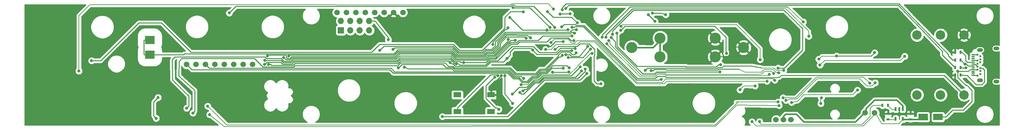
<source format=gbr>
G04 #@! TF.GenerationSoftware,KiCad,Pcbnew,(5.1.4-0-10_14)*
G04 #@! TF.CreationDate,2021-04-14T17:20:28-04:00*
G04 #@! TF.ProjectId,Vindor,56696e64-6f72-42e6-9b69-6361645f7063,rev?*
G04 #@! TF.SameCoordinates,Original*
G04 #@! TF.FileFunction,Copper,L2,Bot*
G04 #@! TF.FilePolarity,Positive*
%FSLAX46Y46*%
G04 Gerber Fmt 4.6, Leading zero omitted, Abs format (unit mm)*
G04 Created by KiCad (PCBNEW (5.1.4-0-10_14)) date 2021-04-14 17:20:28*
%MOMM*%
%LPD*%
G04 APERTURE LIST*
%ADD10C,0.400000*%
%ADD11R,0.900000X0.300000*%
%ADD12C,0.600000*%
%ADD13O,1.600000X1.000000*%
%ADD14C,3.000000*%
%ADD15O,1.700000X1.700000*%
%ADD16R,1.700000X1.700000*%
%ADD17C,2.540000*%
%ADD18R,0.599440X0.899160*%
%ADD19C,1.506220*%
%ADD20C,1.524000*%
%ADD21R,2.500000X2.200000*%
%ADD22R,0.899160X0.599440*%
%ADD23R,2.499360X1.699260*%
%ADD24R,2.100000X1.400000*%
%ADD25R,0.600000X1.050000*%
%ADD26C,0.800000*%
%ADD27C,0.457200*%
%ADD28C,0.381000*%
%ADD29C,0.250000*%
%ADD30C,0.200000*%
%ADD31C,0.127000*%
%ADD32C,0.254000*%
G04 APERTURE END LIST*
D10*
X42641100Y7124140D03*
X42641100Y8324140D03*
X43541100Y8324140D03*
X43541100Y7124140D03*
X43091100Y7724140D03*
D11*
X256305120Y19750000D03*
X256305120Y19250000D03*
X256305120Y18750000D03*
X256305120Y18250000D03*
X256305120Y17750000D03*
X256305120Y17250000D03*
X256305120Y16750000D03*
X256305120Y16250000D03*
X256305120Y15750000D03*
X256305120Y15250000D03*
X256305120Y14750000D03*
X256305120Y14250000D03*
D12*
X257515120Y14150000D03*
X258215120Y14550000D03*
X258215120Y15350000D03*
X257515120Y15750000D03*
X258215120Y16150000D03*
X257515120Y16550000D03*
X257515120Y17350000D03*
X258215120Y17750000D03*
X257515120Y18150000D03*
X258215120Y18550000D03*
X258215120Y19350000D03*
X257515120Y19750000D03*
D13*
X258115120Y21080000D03*
X258115120Y12820000D03*
X262565120Y21490000D03*
X262565120Y12510000D03*
D12*
X207126400Y12617000D03*
X207126400Y11627000D03*
X207126400Y10577000D03*
X206126400Y12617000D03*
X206126400Y11627000D03*
X206126400Y10577000D03*
X205186400Y12617000D03*
X205186400Y11627000D03*
X205176400Y10577000D03*
D14*
X194407180Y21738680D03*
X186787180Y19198680D03*
X186787180Y24278680D03*
D15*
X93504000Y28924000D03*
X93504000Y26384000D03*
X90964000Y28924000D03*
X90964000Y26384000D03*
X88424000Y28924000D03*
X88424000Y26384000D03*
X85884000Y28924000D03*
D16*
X85884000Y26384000D03*
D17*
X241150000Y8884700D03*
X247500000Y8884700D03*
X253850000Y8884700D03*
X241150000Y25115300D03*
X247500000Y25115300D03*
X253850000Y25115300D03*
D18*
X251442220Y14254480D03*
X252940820Y14254480D03*
X251442220Y20426680D03*
X252940820Y20426680D03*
D19*
X62065000Y17150451D03*
X59525000Y17150451D03*
X56985000Y17150451D03*
X54445000Y17150451D03*
X51905000Y17150451D03*
X49365000Y17150451D03*
X46825000Y17150451D03*
X44285000Y17150451D03*
D20*
X203155600Y2159000D03*
X207155600Y2159000D03*
X205155600Y2159000D03*
D21*
X34349040Y19800000D03*
X34349040Y23800000D03*
D14*
X164282800Y21738680D03*
X171902800Y24278680D03*
X171902800Y19198680D03*
D22*
X239395000Y3797300D03*
X239395000Y2298700D03*
D23*
X242831620Y2921000D03*
X246829580Y2921000D03*
D18*
X252940820Y18369280D03*
X251442220Y18369280D03*
X252940820Y16311880D03*
X251442220Y16311880D03*
D22*
X233375200Y3797300D03*
X233375200Y2298700D03*
D18*
X233362500Y6096000D03*
X231863900Y6096000D03*
D24*
X126343000Y8907340D03*
X117243000Y8907340D03*
X126343000Y4407340D03*
X117243000Y4407340D03*
D25*
X235422400Y5084960D03*
X236372400Y5084960D03*
X237322400Y5084960D03*
X237322400Y2384960D03*
X235422400Y2384960D03*
D19*
X102590600Y31216600D03*
X100050600Y31216600D03*
X97510600Y31216600D03*
X94970600Y31216600D03*
X92430600Y31216600D03*
X89890600Y31216600D03*
X87350600Y31216600D03*
X84810600Y31216600D03*
X227192800Y4040200D03*
X229732800Y4040200D03*
D26*
X193446400Y10261600D03*
X131444998Y29845000D03*
X141396200Y26509210D03*
X137566400Y21056600D03*
X115285266Y17703490D03*
X130683000Y18770600D03*
X130048000Y14097845D03*
X132133886Y6567797D03*
X197510400Y11328400D03*
X198882000Y18465800D03*
X161366200Y27482800D03*
X147704841Y30915641D03*
X144931504Y30809864D03*
X147085047Y26587453D03*
X148082000Y20888190D03*
X66395600Y17132621D03*
X214685400Y18592800D03*
X229737110Y20335890D03*
X219482800Y19440200D03*
X196672200Y1625600D03*
X36601400Y8199120D03*
X36082800Y2540200D03*
X198729600Y1676400D03*
X18669000Y18161000D03*
X135077200Y31419800D03*
X145419074Y27316589D03*
X215239600Y6553200D03*
X215366596Y8077200D03*
X132080000Y9144000D03*
X150334421Y16450141D03*
X134130229Y9513057D03*
X151764998Y15875000D03*
X134950821Y9944310D03*
X150746658Y15366323D03*
X113233200Y3036810D03*
X152180790Y14732000D03*
X128422400Y4978400D03*
X130937000Y27051000D03*
X126873000Y22580600D03*
X127305435Y13720836D03*
X141605000Y31496000D03*
X149593300Y28425140D03*
X145796000Y16103600D03*
X147427001Y16225855D03*
X157538904Y22761737D03*
X149006519Y21448790D03*
X117017798Y17286910D03*
X201382800Y14490200D03*
X65278000Y17132621D03*
X158048015Y23622451D03*
X148640677Y23579590D03*
X118947647Y17663920D03*
X202488800Y14681200D03*
X65327444Y18261244D03*
X130982780Y23935190D03*
X66083909Y19417979D03*
X135788400Y24300043D03*
X71797408Y19417979D03*
X132814037Y23700052D03*
X70484998Y19040968D03*
X135128004Y13335000D03*
X102997000Y16357600D03*
X145542000Y32004000D03*
X146453733Y32326396D03*
X169824400Y31038800D03*
X173432800Y30640200D03*
X210482800Y28690200D03*
X156263931Y24534947D03*
X96339145Y20932659D03*
X149382480Y26581100D03*
X188205055Y17051675D03*
X160273996Y25654000D03*
X161290000Y26416000D03*
X189839600Y20116802D03*
X188061600Y15151652D03*
X158750000Y24434800D03*
X148185008Y27223704D03*
X172182800Y13090200D03*
X128193800Y14097845D03*
X168757600Y30657800D03*
X134443340Y11624202D03*
X153582800Y20140200D03*
X170510200Y28829000D03*
X142241075Y27115699D03*
X132268352Y32559930D03*
X143554406Y27184394D03*
X55778400Y31089600D03*
X145526811Y19575302D03*
X101368192Y16191427D03*
X142902780Y15064050D03*
X147296661Y15087389D03*
X143632800Y21240200D03*
X155932800Y11890200D03*
X147145766Y19011804D03*
X153182800Y21290200D03*
X146505631Y19780082D03*
X152382800Y22040200D03*
X15240000Y15367000D03*
X143205200Y32156400D03*
X202819000Y12877800D03*
X142463801Y23059199D03*
X200710800Y12606390D03*
X141082800Y21240200D03*
X159121034Y25288969D03*
X203733400Y16179800D03*
X211977210Y24790400D03*
X157276800Y24534949D03*
X44310300Y5285740D03*
X148138713Y24880296D03*
X149301536Y20269536D03*
X45986700Y3990340D03*
X167905889Y15572461D03*
X205208594Y15527790D03*
X203860400Y14833600D03*
X169482800Y15491677D03*
X229886422Y12179511D03*
X205841600Y7442200D03*
X203708000Y6985000D03*
X49954180Y5839460D03*
X237845600Y19354800D03*
X215011000Y16992600D03*
X203987400Y6019800D03*
X50490120Y3556000D03*
X228436410Y12039600D03*
X205079600Y8128000D03*
X99898200Y21259800D03*
X98653600Y23850600D03*
X148884640Y25618440D03*
X207340200Y6858000D03*
X225110040Y10193020D03*
X136982200Y24333200D03*
X252158500Y15308580D03*
X254121920Y17233900D03*
X254350520Y16215360D03*
X127863600Y6451600D03*
X123596400Y4673600D03*
X119583200Y4673600D03*
X179527200Y11684000D03*
X172567600Y6502400D03*
X152349200Y7696200D03*
X18770600Y10332720D03*
X226771200Y24790400D03*
X127076200Y31623000D03*
X141850028Y22089028D03*
X93040200Y3175000D03*
X129120790Y14091464D03*
X135559800Y3149600D03*
X213537800Y19685000D03*
X213461600Y16459200D03*
D27*
X226237800Y15494000D03*
X232460800Y15494000D03*
D26*
X251858780Y12626340D03*
D27*
X210489800Y7620000D03*
X159996600Y32004000D03*
D26*
X145782800Y23340200D03*
X158532800Y14740200D03*
X138082800Y15790200D03*
D27*
X233621580Y8676640D03*
D28*
X237322400Y5615760D02*
X237322400Y4890760D01*
X237322400Y5859960D02*
X237322400Y5084960D01*
X205155600Y2159000D02*
X205181200Y2184600D01*
X227412800Y4420200D02*
X227412800Y5220200D01*
X208584800Y3657600D02*
X210667600Y1574800D01*
X210667600Y1574800D02*
X224567400Y1574800D01*
X229685600Y7493000D02*
X235689360Y7493000D01*
X205181200Y3124200D02*
X205714600Y3657600D01*
X224567400Y1574800D02*
X227412800Y4420200D01*
X205181200Y2184600D02*
X205181200Y3124200D01*
X227412800Y5220200D02*
X229685600Y7493000D01*
X205714600Y3657600D02*
X208584800Y3657600D01*
X235689360Y7493000D02*
X237322400Y5859960D01*
X171902800Y24278680D02*
X171882800Y19398680D01*
X169982800Y21690200D02*
X172637400Y24478680D01*
X164282800Y21738680D02*
X169982800Y21690200D01*
D29*
X131444998Y29845000D02*
X134780788Y26509210D01*
X134780788Y26509210D02*
X140830515Y26509210D01*
X140830515Y26509210D02*
X141396200Y26509210D01*
X116074177Y17303491D02*
X115685265Y17303491D01*
X116742761Y16634907D02*
X116074177Y17303491D01*
X125039837Y16634907D02*
X116742761Y16634907D01*
X115685265Y17303491D02*
X115285266Y17703490D01*
X129741107Y17803307D02*
X126208237Y17803307D01*
X131521200Y19583400D02*
X129741107Y17803307D01*
X131521200Y20548600D02*
X131521200Y19583400D01*
X132410200Y21437600D02*
X131521200Y20548600D01*
X137185400Y21437600D02*
X132410200Y21437600D01*
X126208237Y17803307D02*
X125039837Y16634907D01*
X137566400Y21056600D02*
X137185400Y21437600D01*
X130048000Y13532160D02*
X130048000Y14097845D01*
X130048000Y9219368D02*
X130048000Y13532160D01*
X132133886Y6567797D02*
X130048000Y9219368D01*
D30*
X194494201Y11334801D02*
X193446400Y10287000D01*
X193446400Y10287000D02*
X193446400Y10261600D01*
X197510400Y11328400D02*
X194494201Y11334801D01*
D29*
X147704841Y30915641D02*
X145037281Y30915641D01*
X145037281Y30915641D02*
X144931504Y30809864D01*
X142012685Y26458410D02*
X141961885Y26509210D01*
X146956004Y26458410D02*
X142012685Y26458410D01*
X147085047Y26587453D02*
X146956004Y26458410D01*
X141961885Y26509210D02*
X141396200Y26509210D01*
X147516315Y20888190D02*
X148082000Y20888190D01*
X144032800Y19890200D02*
X145030790Y20888190D01*
X138732800Y19890200D02*
X144032800Y19890200D01*
X145030790Y20888190D02*
X147516315Y20888190D01*
X137566400Y21056600D02*
X138732800Y19890200D01*
X66961285Y17132621D02*
X66395600Y17132621D01*
X67212980Y16880926D02*
X66961285Y17132621D01*
X114885267Y18103489D02*
X101932597Y18103489D01*
X115285266Y17703490D02*
X114885267Y18103489D01*
X73514000Y17430914D02*
X72964012Y16880926D01*
X101260022Y17430914D02*
X73514000Y17430914D01*
X72964012Y16880926D02*
X67212980Y16880926D01*
X101932597Y18103489D02*
X101260022Y17430914D01*
D30*
X215482800Y19390200D02*
X219382800Y19390200D01*
X214685400Y18592800D02*
X215482800Y19390200D01*
D29*
X228841420Y19440200D02*
X229737110Y20335890D01*
X219482800Y19440200D02*
X228841420Y19440200D01*
D30*
X198882000Y19031485D02*
X198882000Y18465800D01*
X198882000Y21513800D02*
X198882000Y19031485D01*
X192513001Y27882799D02*
X198882000Y21513800D01*
X161766199Y27882799D02*
X192513001Y27882799D01*
X161366200Y27482800D02*
X161766199Y27882799D01*
D28*
X243916200Y2286000D02*
X239776000Y2286000D01*
D30*
X237430340Y2298700D02*
X237322400Y2190760D01*
D28*
X239395000Y2298700D02*
X237430340Y2298700D01*
D30*
X226651589Y508989D02*
X197814211Y508989D01*
X229752800Y3610200D02*
X226651589Y508989D01*
X229752800Y4290200D02*
X229752800Y3610200D01*
X236252640Y1090200D02*
X231652800Y1090200D01*
X197814211Y508989D02*
X196672200Y1625600D01*
X237322400Y2159960D02*
X236252640Y1090200D01*
X231652800Y1090200D02*
X229752800Y4290200D01*
X237322400Y2384960D02*
X237322400Y2159960D01*
D29*
X35432800Y7030520D02*
X36601400Y8199120D01*
X35432800Y3190200D02*
X35432800Y7030520D01*
X36082800Y2540200D02*
X35432800Y3190200D01*
D30*
X229382800Y6090200D02*
X231882800Y6090200D01*
X231882800Y6090200D02*
X231863900Y6096000D01*
X228482800Y5190200D02*
X229382800Y6090200D01*
X228482800Y2990200D02*
X228482800Y5190200D01*
X226401599Y908999D02*
X228482800Y2990200D01*
X199039801Y908999D02*
X226401599Y908999D01*
X198729600Y1676400D02*
X199039801Y908999D01*
D29*
X131602288Y31468569D02*
X130014209Y29880490D01*
X134919946Y31468569D02*
X131602288Y31468569D01*
X124028200Y20955000D02*
X117754400Y20955000D01*
X130014209Y29880490D02*
X130014209Y26941009D01*
X130014209Y26941009D02*
X124028200Y20955000D01*
X116132790Y22576610D02*
X96262010Y22576610D01*
X37475160Y28404820D02*
X31397420Y28404820D01*
X45432980Y20447000D02*
X37475160Y28404820D01*
X117754400Y20955000D02*
X116132790Y22576610D01*
X31397420Y28404820D02*
X21153600Y18161000D01*
X21153600Y18161000D02*
X18669000Y18161000D01*
X96262010Y22576610D02*
X94132400Y20447000D01*
X135077200Y31419800D02*
X134919946Y31468569D01*
X94132400Y20447000D02*
X45432980Y20447000D01*
X252580001Y10154699D02*
X253850000Y8884700D01*
X204616600Y14224000D02*
X248510700Y14224000D01*
X248510700Y14224000D02*
X252580001Y10154699D01*
X204072577Y13679977D02*
X204616600Y14224000D01*
X203689132Y13679977D02*
X204072577Y13679977D01*
X203648955Y13639800D02*
X203689132Y13679977D01*
X198598160Y13639800D02*
X203648955Y13639800D01*
X198534182Y13575822D02*
X198598160Y13639800D01*
X173202016Y13940200D02*
X173566394Y13575822D01*
X145419074Y27316589D02*
X146070425Y27967940D01*
X165818179Y13363828D02*
X170591696Y13363828D01*
X149092920Y27967940D02*
X149304740Y27756120D01*
X170591696Y13363828D02*
X171168068Y13940200D01*
X151425887Y27756120D02*
X165818179Y13363828D01*
X146070425Y27967940D02*
X149092920Y27967940D01*
X173566394Y13575822D02*
X198534182Y13575822D01*
X149304740Y27756120D02*
X151425887Y27756120D01*
X171168068Y13940200D02*
X173202016Y13940200D01*
D30*
X215239600Y6553200D02*
X215239600Y7950204D01*
X215239600Y7950204D02*
X215366596Y8077200D01*
D29*
X137891025Y12896947D02*
X139090025Y12896947D01*
X132080000Y9144000D02*
X133908200Y10972200D01*
X133908200Y10972200D02*
X135966278Y10972200D01*
X139090025Y12896947D02*
X140278111Y14085033D01*
X149934422Y16050142D02*
X150334421Y16450141D01*
X140278111Y14085033D02*
X147969313Y14085033D01*
X135966278Y10972200D02*
X137891025Y12896947D01*
X147969313Y14085033D02*
X149934422Y16050142D01*
X140590437Y13331011D02*
X149786694Y13331011D01*
X134130229Y9513057D02*
X134530228Y9113058D01*
X139402351Y12142925D02*
X140590437Y13331011D01*
X135173484Y9113058D02*
X138203351Y12142925D01*
X151764998Y15309315D02*
X151764998Y15875000D01*
X149786694Y13331011D02*
X151764998Y15309315D01*
X134530228Y9113058D02*
X135173484Y9113058D01*
X138203351Y12142925D02*
X139402351Y12142925D01*
X134950821Y9944310D02*
X135350820Y10344309D01*
X135350820Y10344309D02*
X135871561Y10344309D01*
X139246188Y12519936D02*
X140434274Y13708022D01*
X149088357Y13708022D02*
X150346659Y14966324D01*
X150346659Y14966324D02*
X150746658Y15366323D01*
X140434274Y13708022D02*
X149088357Y13708022D01*
X138047188Y12519936D02*
X139246188Y12519936D01*
X135871561Y10344309D02*
X138047188Y12519936D01*
X150402790Y12954000D02*
X151780791Y14332001D01*
X130829410Y3036810D02*
X140746600Y12954000D01*
X140746600Y12954000D02*
X150402790Y12954000D01*
X151780791Y14332001D02*
X152180790Y14732000D01*
X113233200Y3036810D02*
X130829410Y3036810D01*
X126873000Y23146285D02*
X126873000Y22580600D01*
X130257375Y26651001D02*
X126873000Y23266626D01*
X126873000Y23266626D02*
X126873000Y23146285D01*
X130537001Y26651001D02*
X130257375Y26651001D01*
X130937000Y27051000D02*
X130537001Y26651001D01*
X124967999Y7947339D02*
X124967999Y11383400D01*
X124967999Y11383400D02*
X126905436Y13320837D01*
X127968459Y5432341D02*
X127482997Y5432341D01*
X127482997Y5432341D02*
X124967999Y7947339D01*
X126905436Y13320837D02*
X127305435Y13720836D01*
X128422400Y4978400D02*
X127968459Y5432341D01*
X148036280Y29982160D02*
X143118840Y29982160D01*
X143118840Y29982160D02*
X141605000Y31496000D01*
X149593300Y28425140D02*
X148036280Y29982160D01*
X142737446Y16103600D02*
X141422901Y14789055D01*
X133740904Y13223958D02*
X132445945Y13223959D01*
X134715810Y12249052D02*
X133740904Y13223958D01*
X132445945Y13223959D02*
X130920045Y14749859D01*
X138798411Y13600969D02*
X137599411Y13600969D01*
X99981941Y14749859D02*
X99034600Y15697200D01*
X45038109Y16397342D02*
X44285000Y17150451D01*
X136247493Y12249051D02*
X134715810Y12249052D01*
X141422901Y14789055D02*
X139986497Y14789055D01*
X145796000Y16103600D02*
X142737446Y16103600D01*
X45738251Y15697200D02*
X45038109Y16397342D01*
X99034600Y15697200D02*
X45738251Y15697200D01*
X139986497Y14789055D02*
X138798411Y13600969D01*
X137599411Y13600969D02*
X136247493Y12249051D01*
X130920045Y14749859D02*
X99981941Y14749859D01*
X50411851Y16103600D02*
X50118109Y16397342D01*
X100366930Y15126870D02*
X99390200Y16103600D01*
X50118109Y16397342D02*
X49365000Y17150451D01*
X99390200Y16103600D02*
X50411851Y16103600D01*
X146824254Y16828602D02*
X142929274Y16828602D01*
X131076208Y15126870D02*
X100366930Y15126870D01*
X134871974Y12626062D02*
X133897068Y13600968D01*
X138642248Y13977980D02*
X137443247Y13977979D01*
X139830333Y15166065D02*
X138642248Y13977980D01*
X142929274Y16828602D02*
X141266738Y15166066D01*
X141266738Y15166066D02*
X139830333Y15166065D01*
X132602109Y13600969D02*
X131076208Y15126870D01*
X137443247Y13977979D02*
X136091330Y12626062D01*
X147427001Y16225855D02*
X146824254Y16828602D01*
X133897068Y13600968D02*
X132602109Y13600969D01*
X136091330Y12626062D02*
X134871974Y12626062D01*
X117583483Y17286910D02*
X117017798Y17286910D01*
X124883675Y17011918D02*
X117858475Y17011918D01*
X128216336Y18180318D02*
X126052075Y18180318D01*
X137755989Y21967011D02*
X132003029Y21967011D01*
X126052075Y18180318D02*
X124883675Y17011918D01*
X145082800Y21540200D02*
X143932800Y20390200D01*
X149006519Y21448790D02*
X148915109Y21540200D01*
X139332800Y20390200D02*
X137755989Y21967011D01*
X117858475Y17011918D02*
X117583483Y17286910D01*
X148915109Y21540200D02*
X145082800Y21540200D01*
X132003029Y21967011D02*
X128216336Y18180318D01*
X143932800Y20390200D02*
X139332800Y20390200D01*
X69710031Y17784623D02*
X65930002Y17784623D01*
X101103859Y17807925D02*
X73285012Y17807923D01*
X73285012Y17807923D02*
X72735026Y17257937D01*
X65930002Y17784623D02*
X65677999Y17532620D01*
X70236717Y17257937D02*
X69710031Y17784623D01*
X101812534Y18516600D02*
X101103859Y17807925D01*
X65677999Y17532620D02*
X65278000Y17132621D01*
X117017798Y17286910D02*
X116623926Y17286910D01*
X72735026Y17257937D02*
X70236717Y17257937D01*
X116623926Y17286910D02*
X115394236Y18516600D01*
X115394236Y18516600D02*
X101812534Y18516600D01*
D30*
X170518889Y13788839D02*
X166511802Y13788839D01*
X166511802Y13788839D02*
X157938903Y22361738D01*
X198907400Y14122400D02*
X198551766Y14091224D01*
X173548808Y14091224D02*
X173167402Y14472630D01*
X171202680Y14472630D02*
X170518889Y13788839D01*
X157938903Y22361738D02*
X157538904Y22761737D01*
X198551766Y14091224D02*
X173548808Y14091224D01*
X200982800Y14147800D02*
X198907400Y14122400D01*
X201371200Y14542221D02*
X200982800Y14147800D01*
X173167402Y14472630D02*
X171202680Y14472630D01*
D29*
X131711414Y22671031D02*
X127639696Y18599313D01*
X134010213Y23271023D02*
X133410221Y22671031D01*
X148640677Y23579590D02*
X147941281Y23579590D01*
X125002505Y17663920D02*
X119513332Y17663920D01*
X119513332Y17663920D02*
X118947647Y17663920D01*
X141435205Y23271023D02*
X134010213Y23271023D01*
X133410221Y22671031D02*
X131711414Y22671031D01*
X147178660Y24342211D02*
X142506393Y24342211D01*
X147941281Y23579590D02*
X147178660Y24342211D01*
X125937898Y18599313D02*
X125002505Y17663920D01*
X142506393Y24342211D02*
X141435205Y23271023D01*
X127639696Y18599313D02*
X125937898Y18599313D01*
X118106962Y17938920D02*
X118381962Y17663920D01*
X115470212Y18973800D02*
X116505092Y17938920D01*
X118381962Y17663920D02*
X118947647Y17663920D01*
X116505092Y17938920D02*
X118106962Y17938920D01*
X101736560Y18973800D02*
X115470212Y18973800D01*
X100947694Y18184934D02*
X101736560Y18973800D01*
X72578860Y17634945D02*
X73128849Y18184934D01*
X69766584Y18261244D02*
X70392884Y17634946D01*
X73128849Y18184934D02*
X100947694Y18184934D01*
X70392884Y17634946D02*
X72578860Y17634945D01*
X65327444Y18261244D02*
X69766584Y18261244D01*
D30*
X173302853Y14799641D02*
X171067228Y14799641D01*
X198567312Y14569233D02*
X198449720Y14451641D01*
X202488800Y14681200D02*
X202000777Y15169223D01*
X166884150Y14188850D02*
X158448014Y22624986D01*
X199278033Y14569233D02*
X198567312Y14569233D01*
X171067228Y14799641D02*
X170456437Y14188850D01*
X170456437Y14188850D02*
X166884150Y14188850D01*
X158448014Y23222452D02*
X158048015Y23622451D01*
X173650853Y14451641D02*
X173302853Y14799641D01*
X202000777Y15169223D02*
X199982800Y15169223D01*
X158448014Y22624986D02*
X158448014Y23222452D01*
X199982800Y15169223D02*
X199278033Y14569233D01*
X198449720Y14451641D02*
X173650853Y14451641D01*
D29*
X127171206Y19730346D02*
X130982780Y23541920D01*
X100479203Y19315967D02*
X101540118Y20376882D01*
X125469413Y19730346D02*
X127171206Y19730346D01*
X66358908Y19692978D02*
X71145406Y19692978D01*
X116973580Y19069950D02*
X124809011Y19069949D01*
X124809011Y19069949D02*
X125469413Y19730346D01*
X115666648Y20376882D02*
X116973580Y19069950D01*
X72660360Y19315967D02*
X100479203Y19315967D01*
X71484446Y18765977D02*
X72110370Y18765977D01*
X72110370Y18765977D02*
X72660360Y19315967D01*
X71145406Y19105017D02*
X71484446Y18765977D01*
X66083909Y19417979D02*
X66358908Y19692978D01*
X101540118Y20376882D02*
X115666648Y20376882D01*
X130982780Y23541920D02*
X130982780Y23935190D01*
X71145406Y19692978D02*
X71145406Y19105017D01*
X100323040Y19692978D02*
X72072407Y19692978D01*
X124652849Y19446959D02*
X117129744Y19446960D01*
X125313251Y20107357D02*
X124652849Y19446959D01*
X130512418Y24587200D02*
X128859235Y22934017D01*
X115822811Y20753893D02*
X101383955Y20753893D01*
X128859235Y22934017D02*
X128859234Y21951548D01*
X127015043Y20107357D02*
X125313251Y20107357D01*
X72072407Y19692978D02*
X71797408Y19417979D01*
X101383955Y20753893D02*
X100323040Y19692978D01*
X135788400Y24300043D02*
X135501243Y24587200D01*
X135501243Y24587200D02*
X130512418Y24587200D01*
X117129744Y19446960D02*
X115822811Y20753893D01*
X128859234Y21951548D02*
X127015043Y20107357D01*
X131674086Y23700052D02*
X127327369Y19353335D01*
X115510485Y19999871D02*
X101696281Y19999871D01*
X72816523Y18938956D02*
X72266533Y18388966D01*
X72266533Y18388966D02*
X71137000Y18388966D01*
X100635366Y18938956D02*
X72816523Y18938956D01*
X127327369Y19353335D02*
X125625576Y19353335D01*
X116817416Y18692940D02*
X115510485Y19999871D01*
X132814037Y23700052D02*
X131674086Y23700052D01*
X123400721Y18692939D02*
X116817416Y18692940D01*
X125625576Y19353335D02*
X124965173Y18692938D01*
X70884997Y18640969D02*
X70484998Y19040968D01*
X71137000Y18388966D02*
X70884997Y18640969D01*
X124965173Y18692938D02*
X123400721Y18692939D01*
X101696281Y19999871D02*
X100635366Y18938956D01*
X134485026Y13977978D02*
X135128004Y13335000D01*
X131232377Y15503875D02*
X132758273Y13977979D01*
X116236346Y15503876D02*
X131232377Y15503875D01*
X132758273Y13977979D02*
X134485026Y13977978D01*
X115804547Y15935675D02*
X116236346Y15503876D01*
X104096362Y15935676D02*
X115804547Y15935675D01*
X102997000Y16357600D02*
X104096362Y15935676D01*
X226618800Y33614990D02*
X226553390Y33614990D01*
X145542000Y32569685D02*
X145542000Y32004000D01*
X146587305Y33614990D02*
X145542000Y32569685D01*
X226553390Y33614990D02*
X146587305Y33614990D01*
X249608340Y19552920D02*
X250791980Y18369280D01*
X249608340Y19834860D02*
X249608340Y19552920D01*
X236310810Y33614990D02*
X249608340Y19834860D01*
X250791980Y18369280D02*
X251442220Y18369280D01*
X226553390Y33614990D02*
X236310810Y33614990D01*
X226314000Y33164979D02*
X226306579Y33164979D01*
X251543820Y16235680D02*
X251543820Y16705580D01*
X147292316Y33164979D02*
X146853732Y32726395D01*
X226306579Y33164979D02*
X147292316Y33164979D01*
X146853732Y32726395D02*
X146453733Y32326396D01*
X251388880Y16311880D02*
X251442220Y16311880D01*
X248015760Y19685000D02*
X251388880Y16311880D01*
X248015760Y20695920D02*
X248015760Y19685000D01*
X236176621Y33164979D02*
X248015760Y20695920D01*
X226306579Y33164979D02*
X236176621Y33164979D01*
D30*
X233359340Y2190760D02*
X233268520Y2281580D01*
X235422400Y2190760D02*
X233359340Y2190760D01*
X233362500Y5946140D02*
X233362500Y6096000D01*
X234417880Y4890760D02*
X233362500Y5946140D01*
X235422400Y4890760D02*
X234417880Y4890760D01*
D29*
X172346106Y31038800D02*
X169824400Y31038800D01*
X173432800Y30640200D02*
X172346106Y31038800D01*
X206248000Y32714968D02*
X163878267Y32714968D01*
X163878267Y32714968D02*
X156263931Y25100632D01*
X156263931Y25100632D02*
X156263931Y24534947D01*
X97498600Y22092114D02*
X96567744Y21161258D01*
X124844764Y21238390D02*
X124184363Y20577989D01*
X127550402Y23309040D02*
X127550402Y22293038D01*
X127550402Y22293038D02*
X126495754Y21238390D01*
X130098562Y25857200D02*
X127550402Y23309040D01*
X148295360Y26581100D02*
X147571460Y25857200D01*
X96567744Y21161258D02*
X96339145Y20932659D01*
X124184363Y20577989D02*
X117598236Y20577990D01*
X117598236Y20577990D02*
X116084112Y22092114D01*
X126495754Y21238390D02*
X124844764Y21238390D01*
X116084112Y22092114D02*
X97498600Y22092114D01*
X149382480Y26581100D02*
X148295360Y26581100D01*
X147571460Y25857200D02*
X130098562Y25857200D01*
D30*
X206248000Y32766000D02*
X210482800Y28690200D01*
D29*
X160273996Y25088315D02*
X160273996Y25654000D01*
X160273996Y22098004D02*
X160273996Y25088315D01*
X165706532Y16665468D02*
X160273996Y22098004D01*
X178936968Y16586350D02*
X178857850Y16665468D01*
X188205055Y17051675D02*
X187615798Y17051675D01*
X179235896Y16494880D02*
X179095381Y16522983D01*
X187059002Y16494880D02*
X179235896Y16494880D01*
X187615798Y17051675D02*
X187059002Y16494880D01*
X178857850Y16665468D02*
X165706532Y16665468D01*
X179095381Y16522983D02*
X178936968Y16586350D01*
X189632800Y24490200D02*
X189632800Y20323602D01*
X186597020Y27525980D02*
X189632800Y24490200D01*
X189632800Y20323602D02*
X189839600Y20116802D01*
X162399980Y27525980D02*
X186597020Y27525980D01*
X161290000Y26416000D02*
X162399980Y27525980D01*
X159149999Y24034801D02*
X158750000Y24434800D01*
X159896985Y23287815D02*
X159149999Y24034801D01*
X167224965Y14613861D02*
X159896985Y21941841D01*
X188061600Y15151652D02*
X170921421Y15151652D01*
X170383630Y14613861D02*
X167224965Y14613861D01*
X170921421Y15151652D02*
X170383630Y14613861D01*
X159896985Y21941841D02*
X159896985Y23287815D01*
X148750693Y27223704D02*
X148185008Y27223704D01*
X148906098Y27379109D02*
X148750693Y27223704D01*
X151193891Y27379109D02*
X148906098Y27379109D01*
X165630789Y12942211D02*
X151193891Y27379109D01*
X171420631Y12942211D02*
X165630789Y12942211D01*
X172182800Y13090200D02*
X171420631Y12942211D01*
X126258505Y14372845D02*
X127918800Y14372845D01*
X117243000Y5357340D02*
X126258505Y14372845D01*
X127918800Y14372845D02*
X128193800Y14097845D01*
X117243000Y4407340D02*
X117243000Y5357340D01*
X170510200Y28829000D02*
X168757600Y30657800D01*
D30*
X153129715Y20142200D02*
X153180515Y20142200D01*
X149613999Y16517999D02*
X149613999Y16626484D01*
X140132304Y14437044D02*
X147533044Y14437044D01*
X136120462Y11624202D02*
X137745218Y13248958D01*
X149613999Y16626484D02*
X153129715Y20142200D01*
X137745218Y13248958D02*
X138944218Y13248958D01*
X138944218Y13248958D02*
X140132304Y14437044D01*
X147533044Y14437044D02*
X149613999Y16517999D01*
X153180515Y20142200D02*
X153746200Y20142200D01*
X134443340Y11624202D02*
X136120462Y11624202D01*
D29*
X136860344Y32496430D02*
X132331852Y32496430D01*
X132331852Y32496430D02*
X132268352Y32559930D01*
X142241075Y27115699D02*
X136860344Y32496430D01*
X137816811Y32921989D02*
X143154407Y27584393D01*
X131665446Y32921989D02*
X131955390Y33211932D01*
X57559989Y32921989D02*
X131665446Y32921989D01*
X55778400Y31089600D02*
X57559989Y32921989D01*
X132871257Y32921989D02*
X137816811Y32921989D01*
X132581314Y33211932D02*
X132871257Y32921989D01*
X131955390Y33211932D02*
X132581314Y33211932D01*
X143154407Y27584393D02*
X143554406Y27184394D01*
X101768191Y16591426D02*
X101368192Y16191427D01*
X102347165Y17170400D02*
X101768191Y16591426D01*
X113352600Y17170400D02*
X102347165Y17170400D01*
X145526811Y19575302D02*
X145126812Y19175303D01*
X114210314Y16312686D02*
X113352600Y17170400D01*
X115960710Y16312686D02*
X114210314Y16312686D01*
X116392510Y15880886D02*
X115960710Y16312686D01*
X141110573Y15543075D02*
X139674169Y15543075D01*
X145126812Y19175303D02*
X144742801Y19175303D01*
X131388540Y15880886D02*
X116392510Y15880886D01*
X132914437Y14354989D02*
X131388540Y15880886D01*
X144742801Y19175303D02*
X141110573Y15543075D01*
X139674169Y15543075D02*
X138486083Y14354989D01*
X138486083Y14354989D02*
X132914437Y14354989D01*
X147273322Y15064050D02*
X147296661Y15087389D01*
X142902780Y15064050D02*
X147273322Y15064050D01*
X143632800Y21240200D02*
X143632800Y21240200D01*
X154832800Y11890200D02*
X154082800Y12640200D01*
X144493391Y22100791D02*
X143632800Y21240200D01*
X150287319Y22750001D02*
X149638109Y22100791D01*
X152745761Y22750001D02*
X150287319Y22750001D01*
X154234801Y20453161D02*
X154232800Y20455162D01*
X153147762Y22348000D02*
X152745761Y22750001D01*
X154232800Y19663838D02*
X154232800Y19825238D01*
X154232800Y20455162D02*
X154232800Y21205162D01*
X155932800Y11890200D02*
X154832800Y11890200D01*
X154234801Y19827239D02*
X154234801Y20453161D01*
X153147762Y22290200D02*
X153147762Y22348000D01*
X154232800Y21205162D02*
X153147762Y22290200D01*
X149638109Y22100791D02*
X144493391Y22100791D01*
X154232800Y19825238D02*
X154234801Y19827239D01*
X154082800Y19513838D02*
X154232800Y19663838D01*
X154082800Y12640200D02*
X154082800Y19513838D01*
X151168008Y19011804D02*
X153182800Y21290200D01*
X147145766Y19011804D02*
X151168008Y19011804D01*
X150201803Y19391799D02*
X152432800Y22098000D01*
X147979565Y19391799D02*
X150201803Y19391799D01*
X147591282Y19780082D02*
X147979565Y19391799D01*
X146505631Y19780082D02*
X147591282Y19780082D01*
D30*
X15240000Y15690289D02*
X15240000Y15367000D01*
X15240000Y30378400D02*
X15240000Y15690289D01*
X84526692Y33335510D02*
X18197110Y33335510D01*
X18197110Y33335510D02*
X15240000Y30378400D01*
X141797657Y33563943D02*
X131809583Y33563943D01*
X84588202Y33274000D02*
X84526692Y33335510D01*
X131519639Y33274000D02*
X84588202Y33274000D01*
X131809583Y33563943D02*
X131519639Y33274000D01*
X143205200Y32156400D02*
X141797657Y33563943D01*
X148941639Y22952588D02*
X148070465Y22952588D01*
X154405789Y23567211D02*
X149556262Y23567211D01*
X198733977Y13277799D02*
X198606989Y13150811D01*
X198606989Y13150811D02*
X173388511Y13150811D01*
X202419001Y13277799D02*
X198733977Y13277799D01*
X147032853Y23990200D02*
X143394802Y23990200D01*
X148070465Y22952588D02*
X147032853Y23990200D01*
X149556262Y23567211D02*
X148941639Y22952588D01*
X143394802Y23990200D02*
X142863800Y23459198D01*
X202819000Y12877800D02*
X202419001Y13277799D01*
X172521044Y12283344D02*
X165689656Y12283344D01*
X142863800Y23459198D02*
X142463801Y23059199D01*
X173388511Y13150811D02*
X172521044Y12283344D01*
X165689656Y12283344D02*
X154405789Y23567211D01*
X141648485Y21240200D02*
X141082800Y21240200D01*
X142582800Y21240200D02*
X141648485Y21240200D01*
X143932800Y22590200D02*
X142582800Y21240200D01*
X165589667Y11883333D02*
X154232800Y23240200D01*
X173031260Y11883333D02*
X165589667Y11883333D01*
X150279702Y23240200D02*
X149629702Y22590200D01*
X154232800Y23240200D02*
X150279702Y23240200D01*
X173754317Y12606390D02*
X173031260Y11883333D01*
X149629702Y22590200D02*
X143932800Y22590200D01*
X200710800Y12606390D02*
X173754317Y12606390D01*
D29*
X159121034Y26206508D02*
X159121034Y25288969D01*
X210312000Y26861000D02*
X205365011Y31807989D01*
X210312000Y21069400D02*
X210312000Y26861000D01*
X205422400Y16179800D02*
X210312000Y21069400D01*
X164722515Y31807989D02*
X159121034Y26206508D01*
X205365011Y31807989D02*
X164722515Y31807989D01*
X203733400Y16179800D02*
X205422400Y16179800D01*
X164434166Y32258000D02*
X157276800Y25100634D01*
X205130400Y32258000D02*
X164434166Y32258000D01*
X157276800Y25100634D02*
X157276800Y24534949D01*
D30*
X211977210Y25356085D02*
X211977210Y24790400D01*
X211977210Y26095790D02*
X211977210Y25356085D01*
X205815000Y32258000D02*
X211977210Y26095790D01*
X205130400Y32258000D02*
X205815000Y32258000D01*
D29*
X44882800Y8590200D02*
X44882800Y5890200D01*
X40940640Y12532360D02*
X44882800Y8590200D01*
X44882800Y5890200D02*
X44310300Y5285740D01*
X40459660Y12990200D02*
X40940640Y12532360D01*
X40431720Y18404840D02*
X40459660Y12990200D01*
X41148000Y19177000D02*
X40434260Y18409920D01*
X148138713Y24880296D02*
X140333173Y24880296D01*
X65385324Y19177000D02*
X41148000Y19177000D01*
X65808918Y18753406D02*
X65385324Y19177000D01*
X69807596Y18753406D02*
X65808918Y18753406D01*
X70549046Y18011956D02*
X69807596Y18753406D01*
X72972686Y18561945D02*
X72422696Y18011955D01*
X100791529Y18561945D02*
X72972686Y18561945D01*
X125781737Y18976324D02*
X125121334Y18315927D01*
X116661254Y18315930D02*
X115495384Y19481800D01*
X131555251Y23048042D02*
X127483533Y18976324D01*
X133254058Y23048042D02*
X131555251Y23048042D01*
X101711384Y19481800D02*
X100791529Y18561945D01*
X139100911Y23648034D02*
X133854050Y23648034D01*
X140333173Y24880296D02*
X139100911Y23648034D01*
X72422696Y18011955D02*
X70549046Y18011956D01*
X125121334Y18315927D02*
X116661254Y18315930D01*
X127483533Y18976324D02*
X125781737Y18976324D01*
X133854050Y23648034D02*
X133254058Y23048042D01*
X115495384Y19481800D02*
X101711384Y19481800D01*
X46469300Y10137140D02*
X42176700Y14003020D01*
X46469300Y4472940D02*
X46469300Y10137140D01*
X45986700Y3990340D02*
X46469300Y4472940D01*
X147500143Y20505083D02*
X148135689Y19869537D01*
X62560438Y18796000D02*
X64875827Y16480611D01*
X148901537Y19869537D02*
X149301536Y20269536D01*
X148135689Y19869537D02*
X148901537Y19869537D01*
X144351791Y19317467D02*
X144351791Y19571467D01*
X116116873Y16689697D02*
X116548673Y16257897D01*
X138329920Y14732000D02*
X139518006Y15920086D01*
X73533000Y16814800D02*
X101177080Y16814800D01*
X116548673Y16257897D02*
X131544703Y16257897D01*
X64875827Y16480611D02*
X73198811Y16480611D01*
X114857367Y16689697D02*
X116116873Y16689697D01*
X139518006Y15920086D02*
X140954410Y15920086D01*
X101177080Y16814800D02*
X101939080Y17576800D01*
X131544703Y16257897D02*
X133070600Y14732000D01*
X144351791Y19571467D02*
X145285407Y20505083D01*
X42176700Y13982700D02*
X42214800Y17932400D01*
X140954410Y15920086D02*
X144351791Y19317467D01*
X42214800Y17932400D02*
X42951400Y18796000D01*
X73198811Y16480611D02*
X73533000Y16814800D01*
X42951400Y18796000D02*
X62560438Y18796000D01*
X101939080Y17576800D02*
X113970264Y17576800D01*
X145285407Y20505083D02*
X147500143Y20505083D01*
X133070600Y14732000D02*
X138329920Y14732000D01*
X113970264Y17576800D02*
X114857367Y16689697D01*
X199318880Y16258540D02*
X196481269Y16756811D01*
X188596002Y16326665D02*
X189026148Y16756811D01*
X187245402Y16044869D02*
X187527199Y16326665D01*
X179108917Y16061353D02*
X179115809Y16051015D01*
X189026148Y16756811D02*
X196501589Y16756811D01*
X178966617Y16089813D02*
X179108917Y16061353D01*
X168486287Y16143687D02*
X178831932Y16143687D01*
X167905889Y15572461D02*
X167915061Y15572461D01*
X179115809Y16051015D02*
X179140390Y16044869D01*
X187527199Y16326665D02*
X188596002Y16326665D01*
X179140390Y16044869D02*
X187245402Y16044869D01*
X178831932Y16143687D02*
X178966617Y16089813D01*
X167915061Y15572461D02*
X168486287Y16143687D01*
D30*
X204642909Y15527790D02*
X205208594Y15527790D01*
X199298560Y16258540D02*
X199473820Y16172180D01*
X199473820Y16172180D02*
X202636614Y16172180D01*
X202636614Y16172180D02*
X203281004Y15527790D01*
X203281004Y15527790D02*
X204642909Y15527790D01*
X194860355Y15045245D02*
X193159380Y15857220D01*
X203860400Y14833600D02*
X203123800Y15062200D01*
X203123800Y15062200D02*
X202453240Y15732760D01*
X199933560Y15732760D02*
X199246045Y15045245D01*
X202453240Y15732760D02*
X199933560Y15732760D01*
X199246045Y15045245D02*
X194860355Y15045245D01*
D29*
X187440935Y15603990D02*
X173529496Y15603990D01*
X173529496Y15603990D02*
X173366810Y15766676D01*
X170323484Y15766676D02*
X170048485Y15491677D01*
X173366810Y15766676D02*
X170323484Y15766676D01*
X193168654Y15876654D02*
X187713599Y15876654D01*
X187713599Y15876654D02*
X187440935Y15603990D01*
X170048485Y15491677D02*
X169482800Y15491677D01*
D30*
X208638596Y7724596D02*
X208838800Y7924800D01*
X205841600Y7442200D02*
X207162400Y7721600D01*
X207162400Y7721600D02*
X208635600Y7721600D01*
X229046510Y11339599D02*
X229886422Y12179511D01*
X227654399Y11339599D02*
X229046510Y11339599D01*
X225697098Y13296900D02*
X227654399Y11339599D01*
X214217800Y13296900D02*
X225697098Y13296900D01*
X208868104Y7947204D02*
X214217800Y13296900D01*
X186784359Y760021D02*
X55373979Y760021D01*
X193001348Y6977010D02*
X186784359Y760021D01*
X203708000Y6977010D02*
X192349312Y6977010D01*
X55119979Y760021D02*
X55373979Y760021D01*
X51816000Y4064000D02*
X55119979Y760021D01*
X49954180Y5839460D02*
X51816000Y4064000D01*
X186846810Y360010D02*
X54404260Y317500D01*
X192633600Y6146800D02*
X186846810Y360010D01*
X203987400Y6019800D02*
X192633600Y6146800D01*
X50490120Y3556000D02*
X54368700Y353060D01*
X236681000Y18190200D02*
X237845600Y19354800D01*
X216208600Y18190200D02*
X236681000Y18190200D01*
X215011000Y16992600D02*
X216208600Y18190200D01*
X214028020Y13723620D02*
X226752390Y13723620D01*
X208432400Y8128000D02*
X214028020Y13723620D01*
X226752390Y13723620D02*
X228436410Y12039600D01*
X205079600Y8128000D02*
X208432400Y8128000D01*
D29*
X94706081Y28924000D02*
X93504000Y28924000D01*
X95085685Y28924000D02*
X94706081Y28924000D01*
X98653600Y24409400D02*
X95097600Y28930600D01*
X98653600Y23850600D02*
X98653600Y24409400D01*
X148451579Y25839420D02*
X148884640Y25618440D01*
X148086854Y25839420D02*
X148451579Y25839420D01*
X147725197Y25477763D02*
X148086854Y25839420D01*
X130252299Y25477763D02*
X147725197Y25477763D01*
X128105213Y23330677D02*
X130252299Y25477763D01*
X128105213Y22314675D02*
X128105213Y23330677D01*
X126651917Y20861379D02*
X128105213Y22314675D01*
X125000927Y20861379D02*
X126651917Y20861379D01*
X124340527Y20200979D02*
X125000927Y20861379D01*
X117442072Y20200980D02*
X124340527Y20200979D01*
X115983253Y21659799D02*
X117442072Y20200980D01*
X100298199Y21659799D02*
X115983253Y21659799D01*
X99898200Y21259800D02*
X100298199Y21659799D01*
D30*
X210662548Y8940800D02*
X208940400Y7188200D01*
X208940400Y7188200D02*
X207340200Y6858000D01*
X223875600Y8940800D02*
X210662548Y8940800D01*
X225110040Y10193020D02*
X223875600Y8940800D01*
D29*
X32797039Y19852001D02*
X32849040Y19800000D01*
X32797039Y23747999D02*
X32797039Y19852001D01*
X32849040Y19800000D02*
X34349040Y19800000D01*
X32849040Y23800000D02*
X32797039Y23747999D01*
X34349040Y23800000D02*
X32849040Y23800000D01*
X126808080Y20484368D02*
X125157089Y20484368D01*
X124496687Y19823969D02*
X117285908Y19823970D01*
X115978974Y21130904D02*
X101227792Y21130904D01*
X128482223Y22158511D02*
X126808080Y20484368D01*
X128482224Y23090180D02*
X128482223Y22158511D01*
X130492795Y25100751D02*
X128482224Y23090180D01*
X43446000Y19800000D02*
X35849040Y19800000D01*
X125157089Y20484368D02*
X124496687Y19823969D01*
X101227792Y21130904D02*
X100166877Y20069989D01*
X136982200Y24333200D02*
X136093200Y25069800D01*
X136093200Y25069800D02*
X130492795Y25100751D01*
X117285908Y19823970D02*
X115978974Y21130904D01*
X43715989Y20069989D02*
X43446000Y19800000D01*
X100166877Y20069989D02*
X43715989Y20069989D01*
X35849040Y19800000D02*
X34349040Y19800000D01*
X250825000Y4800600D02*
X248945400Y2921000D01*
X255930400Y7086600D02*
X253644400Y4800600D01*
X248945400Y2921000D02*
X246829580Y2921000D01*
X255930400Y10160000D02*
X255930400Y7086600D01*
X253644400Y4800600D02*
X250825000Y4800600D01*
X257310980Y18250000D02*
X256200980Y18250000D01*
X257410980Y18150000D02*
X257310980Y18250000D01*
X256200980Y15750000D02*
X257410980Y15750000D01*
X255219200Y10871200D02*
X255300480Y10789920D01*
X255300480Y10789920D02*
X255930400Y10160000D01*
X254934720Y15288260D02*
X252158500Y15308580D01*
X255503140Y15750000D02*
X254934720Y15288260D01*
X256200980Y15750000D02*
X255503140Y15750000D01*
X254642620Y11447780D02*
X255300480Y10789920D01*
X254304800Y11447780D02*
X254642620Y11447780D01*
X252158500Y13594080D02*
X254304800Y11447780D01*
X252158500Y15308580D02*
X252158500Y13594080D01*
D31*
X252966220Y18194020D02*
X252966220Y18343880D01*
D29*
X253969520Y17340580D02*
X252940820Y18369280D01*
X254910620Y16750000D02*
X254320040Y17340580D01*
X254320040Y17340580D02*
X253969520Y17340580D01*
X256200980Y16750000D02*
X254910620Y16750000D01*
X253042420Y16385540D02*
X253042420Y16235680D01*
D31*
X253220220Y16413480D02*
X253042420Y16235680D01*
D29*
X253037340Y16215360D02*
X252940820Y16311880D01*
X254350520Y16215360D02*
X253037340Y16215360D01*
X257410980Y16662640D02*
X256823620Y17250000D01*
X256823620Y17250000D02*
X256200980Y17250000D01*
X257410980Y16550000D02*
X257410980Y16662640D01*
X254629920Y14190980D02*
X252940820Y14254480D01*
X257140520Y11696700D02*
X254664020Y14173200D01*
X259331460Y15641540D02*
X259331460Y12382500D01*
X259331460Y12382500D02*
X258645660Y11696700D01*
X258645660Y11696700D02*
X257140520Y11696700D01*
X258823000Y16150000D02*
X259331460Y15641540D01*
X258110980Y16150000D02*
X258823000Y16150000D01*
X252940820Y20419060D02*
X252940820Y20426680D01*
X254223520Y19530060D02*
X253050040Y20538440D01*
X254223520Y18171160D02*
X254223520Y19530060D01*
X254644680Y17750000D02*
X254223520Y18171160D01*
X256200980Y17750000D02*
X254644680Y17750000D01*
X123596400Y4673600D02*
X119583200Y4673600D01*
X177749200Y11684000D02*
X172567600Y6502400D01*
X179527200Y11684000D02*
X177749200Y11684000D01*
X236372400Y4115760D02*
X236372400Y4890760D01*
X236690860Y3797300D02*
X236372400Y4115760D01*
X239395000Y3797300D02*
X236690860Y3797300D01*
X236372400Y4115760D02*
X235986820Y3730180D01*
X235940600Y3708400D02*
X233446900Y3708400D01*
X127863600Y6451600D02*
X127863600Y12834274D01*
X128720791Y13691465D02*
X129120790Y14091464D01*
X127863600Y12834274D02*
X128720791Y13691465D01*
X213461600Y16459200D02*
X213461600Y19304000D01*
D30*
X226237800Y15494000D02*
X232460800Y15494000D01*
D29*
X256200980Y19750000D02*
X257410980Y19750000D01*
X256221900Y14229080D02*
X256200980Y14250000D01*
X257331900Y14229080D02*
X256221900Y14229080D01*
X257410980Y14150000D02*
X257331900Y14229080D01*
X251442220Y13042900D02*
X251442220Y14254480D01*
X251858780Y12626340D02*
X251442220Y13042900D01*
D31*
X210489800Y7594600D02*
X210489800Y7620000D01*
X212857080Y5227320D02*
X210489800Y7594600D01*
X224819920Y5227320D02*
X212857080Y5227320D01*
X228269240Y8676640D02*
X224819920Y5227320D01*
X233621580Y8676640D02*
X228269240Y8676640D01*
D29*
X190564601Y21301259D02*
X191282800Y21890200D01*
X189515379Y19391801D02*
X190187601Y19391801D01*
X186787180Y19198680D02*
X189508500Y19398680D01*
X189508500Y19398680D02*
X189515379Y19391801D01*
X191282800Y21890200D02*
X195007180Y21938680D01*
X190564601Y19768801D02*
X190564601Y21301259D01*
X190187601Y19391801D02*
X190564601Y19768801D01*
X144432800Y23340200D02*
X145782800Y23340200D01*
X143666885Y23340200D02*
X144432800Y23340200D01*
X142415713Y22089028D02*
X143666885Y23340200D01*
X141850028Y22089028D02*
X142415713Y22089028D01*
D32*
G36*
X14745808Y30923654D02*
G01*
X14717762Y30900637D01*
X14625913Y30788719D01*
X14557663Y30661032D01*
X14543555Y30614524D01*
X14515635Y30522485D01*
X14501444Y30378400D01*
X14505000Y30342295D01*
X14505001Y16095712D01*
X14436063Y16026774D01*
X14322795Y15857256D01*
X14244774Y15668898D01*
X14205000Y15468939D01*
X14205000Y15265061D01*
X14244774Y15065102D01*
X14322795Y14876744D01*
X14436063Y14707226D01*
X14580226Y14563063D01*
X14749744Y14449795D01*
X14938102Y14371774D01*
X15138061Y14332000D01*
X15341939Y14332000D01*
X15541898Y14371774D01*
X15730256Y14449795D01*
X15899774Y14563063D01*
X16043937Y14707226D01*
X16157205Y14876744D01*
X16235226Y15065102D01*
X16275000Y15265061D01*
X16275000Y15468939D01*
X16235226Y15668898D01*
X16157205Y15857256D01*
X16043937Y16026774D01*
X15975000Y16095711D01*
X15975000Y27611459D01*
X18412700Y27611459D01*
X18412700Y26988541D01*
X18534225Y26377591D01*
X18772606Y25802089D01*
X19118681Y25284151D01*
X19559151Y24843681D01*
X20077089Y24497606D01*
X20652591Y24259225D01*
X21263541Y24137700D01*
X21886459Y24137700D01*
X22497409Y24259225D01*
X23072911Y24497606D01*
X23590849Y24843681D01*
X24031319Y25284151D01*
X24377394Y25802089D01*
X24615775Y26377591D01*
X24737300Y26988541D01*
X24737300Y27611459D01*
X24615775Y28222409D01*
X24377394Y28797911D01*
X24031319Y29315849D01*
X23590849Y29756319D01*
X23072911Y30102394D01*
X22497409Y30340775D01*
X21886459Y30462300D01*
X21263541Y30462300D01*
X20652591Y30340775D01*
X20077089Y30102394D01*
X19559151Y29756319D01*
X19118681Y29315849D01*
X18772606Y28797911D01*
X18534225Y28222409D01*
X18412700Y27611459D01*
X15975000Y27611459D01*
X15975000Y30073954D01*
X18501557Y32600510D01*
X56187415Y32600510D01*
X55724699Y32124600D01*
X55676461Y32124600D01*
X55476502Y32084826D01*
X55288144Y32006805D01*
X55118626Y31893537D01*
X54974463Y31749374D01*
X54861195Y31579856D01*
X54783174Y31391498D01*
X54743400Y31191539D01*
X54743400Y30987661D01*
X54783174Y30787702D01*
X54861195Y30599344D01*
X54974463Y30429826D01*
X55118626Y30285663D01*
X55288144Y30172395D01*
X55476502Y30094374D01*
X55676461Y30054600D01*
X55880339Y30054600D01*
X56080298Y30094374D01*
X56268656Y30172395D01*
X56438174Y30285663D01*
X56582337Y30429826D01*
X56695605Y30599344D01*
X56773626Y30787702D01*
X56813400Y30987661D01*
X56813400Y31063879D01*
X57881067Y32161989D01*
X76289949Y32161989D01*
X76005138Y31877178D01*
X75740419Y31480998D01*
X75558077Y31040786D01*
X75465120Y30573460D01*
X75465120Y30096978D01*
X75558077Y29629652D01*
X75740419Y29189440D01*
X76005138Y28793260D01*
X76342061Y28456337D01*
X76738241Y28191618D01*
X77178453Y28009276D01*
X77645779Y27916319D01*
X78122261Y27916319D01*
X78589587Y28009276D01*
X79029799Y28191618D01*
X79425979Y28456337D01*
X79762902Y28793260D01*
X80027621Y29189440D01*
X80209963Y29629652D01*
X80302920Y30096978D01*
X80302920Y30573460D01*
X80209963Y31040786D01*
X80027621Y31480998D01*
X79762902Y31877178D01*
X79478091Y32161989D01*
X83792906Y32161989D01*
X83732385Y32101468D01*
X83580473Y31874116D01*
X83475835Y31621497D01*
X83422490Y31353317D01*
X83422490Y31079883D01*
X83475835Y30811703D01*
X83580473Y30559084D01*
X83732385Y30331732D01*
X83925732Y30138385D01*
X84153084Y29986473D01*
X84405703Y29881835D01*
X84673883Y29828490D01*
X84705236Y29828490D01*
X84643294Y29753014D01*
X84505401Y29495034D01*
X84420487Y29215111D01*
X84391815Y28924000D01*
X84420487Y28632889D01*
X84505401Y28352966D01*
X84643294Y28094986D01*
X84828866Y27868866D01*
X84858687Y27844393D01*
X84789820Y27823502D01*
X84679506Y27764537D01*
X84582815Y27685185D01*
X84503463Y27588494D01*
X84444498Y27478180D01*
X84408188Y27358482D01*
X84395928Y27234000D01*
X84395928Y25534000D01*
X84408188Y25409518D01*
X84444498Y25289820D01*
X84503463Y25179506D01*
X84582815Y25082815D01*
X84679506Y25003463D01*
X84789820Y24944498D01*
X84909518Y24908188D01*
X85034000Y24895928D01*
X86734000Y24895928D01*
X86858482Y24908188D01*
X86978180Y24944498D01*
X87088494Y25003463D01*
X87185185Y25082815D01*
X87264537Y25179506D01*
X87323502Y25289820D01*
X87344393Y25358687D01*
X87368866Y25328866D01*
X87594986Y25143294D01*
X87852966Y25005401D01*
X88132889Y24920487D01*
X88351050Y24899000D01*
X88496950Y24899000D01*
X88715111Y24920487D01*
X88995034Y25005401D01*
X89253014Y25143294D01*
X89479134Y25328866D01*
X89664706Y25554986D01*
X89694000Y25609791D01*
X89723294Y25554986D01*
X89908866Y25328866D01*
X90134986Y25143294D01*
X90392966Y25005401D01*
X90672889Y24920487D01*
X90891050Y24899000D01*
X91036950Y24899000D01*
X91255111Y24920487D01*
X91535034Y25005401D01*
X91793014Y25143294D01*
X92019134Y25328866D01*
X92204706Y25554986D01*
X92234000Y25609791D01*
X92263294Y25554986D01*
X92448866Y25328866D01*
X92674986Y25143294D01*
X92932966Y25005401D01*
X93212889Y24920487D01*
X93431050Y24899000D01*
X93576950Y24899000D01*
X93795111Y24920487D01*
X94075034Y25005401D01*
X94333014Y25143294D01*
X94559134Y25328866D01*
X94744706Y25554986D01*
X94882599Y25812966D01*
X94967513Y26092889D01*
X94996185Y26384000D01*
X94967513Y26675111D01*
X94882599Y26955034D01*
X94744706Y27213014D01*
X94559134Y27439134D01*
X94333014Y27624706D01*
X94278209Y27654000D01*
X94333014Y27683294D01*
X94559134Y27868866D01*
X94744706Y28094986D01*
X94762191Y28127698D01*
X97738328Y24343749D01*
X97736395Y24340856D01*
X97658374Y24152498D01*
X97618600Y23952539D01*
X97618600Y23748661D01*
X97658374Y23548702D01*
X97736395Y23360344D01*
X97752254Y23336610D01*
X96299332Y23336610D01*
X96262009Y23340286D01*
X96224686Y23336610D01*
X96224677Y23336610D01*
X96113024Y23325613D01*
X95969763Y23282156D01*
X95837734Y23211584D01*
X95722009Y23116611D01*
X95698211Y23087613D01*
X93817599Y21207000D01*
X45747782Y21207000D01*
X39300223Y27654559D01*
X43929300Y27654559D01*
X43929300Y27031641D01*
X44050825Y26420691D01*
X44289206Y25845189D01*
X44635281Y25327251D01*
X45075751Y24886781D01*
X45593689Y24540706D01*
X46169191Y24302325D01*
X46780141Y24180800D01*
X47403059Y24180800D01*
X48014009Y24302325D01*
X48589511Y24540706D01*
X49107449Y24886781D01*
X49547919Y25327251D01*
X49893994Y25845189D01*
X50132375Y26420691D01*
X50253900Y27031641D01*
X50253900Y27654559D01*
X64325500Y27654559D01*
X64325500Y27031641D01*
X64447025Y26420691D01*
X64685406Y25845189D01*
X65031481Y25327251D01*
X65471951Y24886781D01*
X65989889Y24540706D01*
X66565391Y24302325D01*
X67176341Y24180800D01*
X67799259Y24180800D01*
X68410209Y24302325D01*
X68985711Y24540706D01*
X69503649Y24886781D01*
X69944119Y25327251D01*
X70290194Y25845189D01*
X70528575Y26420691D01*
X70650100Y27031641D01*
X70650100Y27654559D01*
X70528575Y28265509D01*
X70290194Y28841011D01*
X69944119Y29358949D01*
X69503649Y29799419D01*
X68985711Y30145494D01*
X68410209Y30383875D01*
X67799259Y30505400D01*
X67176341Y30505400D01*
X66565391Y30383875D01*
X65989889Y30145494D01*
X65471951Y29799419D01*
X65031481Y29358949D01*
X64685406Y28841011D01*
X64447025Y28265509D01*
X64325500Y27654559D01*
X50253900Y27654559D01*
X50132375Y28265509D01*
X49893994Y28841011D01*
X49547919Y29358949D01*
X49107449Y29799419D01*
X48589511Y30145494D01*
X48014009Y30383875D01*
X47403059Y30505400D01*
X46780141Y30505400D01*
X46169191Y30383875D01*
X45593689Y30145494D01*
X45075751Y29799419D01*
X44635281Y29358949D01*
X44289206Y28841011D01*
X44050825Y28265509D01*
X43929300Y27654559D01*
X39300223Y27654559D01*
X38038964Y28915817D01*
X38015161Y28944821D01*
X37899436Y29039794D01*
X37767407Y29110366D01*
X37624146Y29153823D01*
X37512493Y29164820D01*
X37512482Y29164820D01*
X37475160Y29168496D01*
X37437838Y29164820D01*
X31434742Y29164820D01*
X31397419Y29168496D01*
X31360096Y29164820D01*
X31360087Y29164820D01*
X31248434Y29153823D01*
X31105173Y29110366D01*
X30973144Y29039794D01*
X30857419Y28944821D01*
X30833621Y28915823D01*
X20838799Y18921000D01*
X19372711Y18921000D01*
X19328774Y18964937D01*
X19159256Y19078205D01*
X18970898Y19156226D01*
X18770939Y19196000D01*
X18567061Y19196000D01*
X18367102Y19156226D01*
X18178744Y19078205D01*
X18009226Y18964937D01*
X17865063Y18820774D01*
X17751795Y18651256D01*
X17673774Y18462898D01*
X17634000Y18262939D01*
X17634000Y18059061D01*
X17673774Y17859102D01*
X17751795Y17670744D01*
X17865063Y17501226D01*
X18009226Y17357063D01*
X18178744Y17243795D01*
X18367102Y17165774D01*
X18567061Y17126000D01*
X18770939Y17126000D01*
X18970898Y17165774D01*
X19159256Y17243795D01*
X19328774Y17357063D01*
X19372711Y17401000D01*
X21116278Y17401000D01*
X21153600Y17397324D01*
X21190922Y17401000D01*
X21190933Y17401000D01*
X21302586Y17411997D01*
X21445847Y17455454D01*
X21577876Y17526026D01*
X21608613Y17551252D01*
X22978185Y17551252D01*
X22978185Y17074770D01*
X23071142Y16607444D01*
X23253484Y16167232D01*
X23518203Y15771052D01*
X23855126Y15434129D01*
X24251306Y15169410D01*
X24691518Y14987068D01*
X25158844Y14894111D01*
X25635326Y14894111D01*
X26102652Y14987068D01*
X26542864Y15169410D01*
X26939044Y15434129D01*
X27275967Y15771052D01*
X27540686Y16167232D01*
X27723028Y16607444D01*
X27815985Y17074770D01*
X27815985Y17551252D01*
X27723028Y18018578D01*
X27540686Y18458790D01*
X27275967Y18854970D01*
X26939044Y19191893D01*
X26542864Y19456612D01*
X26102652Y19638954D01*
X25635326Y19731911D01*
X25158844Y19731911D01*
X24691518Y19638954D01*
X24251306Y19456612D01*
X23855126Y19191893D01*
X23518203Y18854970D01*
X23253484Y18458790D01*
X23071142Y18018578D01*
X22978185Y17551252D01*
X21608613Y17551252D01*
X21693601Y17620999D01*
X21717404Y17650003D01*
X31712222Y27644820D01*
X37160359Y27644820D01*
X43975189Y20829989D01*
X43753311Y20829989D01*
X43715988Y20833665D01*
X43678665Y20829989D01*
X43678656Y20829989D01*
X43567003Y20818992D01*
X43423742Y20775535D01*
X43291713Y20704963D01*
X43175988Y20609990D01*
X43152185Y20580986D01*
X43131199Y20560000D01*
X37736331Y20560000D01*
X37736331Y20900000D01*
X37695264Y21316965D01*
X37573639Y21717906D01*
X37529759Y21800000D01*
X37573639Y21882094D01*
X37695264Y22283035D01*
X37736331Y22700000D01*
X37736331Y24900000D01*
X37695264Y25316965D01*
X37573639Y25717906D01*
X37376133Y26087415D01*
X37110333Y26411293D01*
X36786455Y26677093D01*
X36416946Y26874599D01*
X36016005Y26996224D01*
X35599040Y27037291D01*
X33099040Y27037291D01*
X32682075Y26996224D01*
X32281134Y26874599D01*
X31911625Y26677093D01*
X31587747Y26411293D01*
X31321947Y26087415D01*
X31124441Y25717906D01*
X31002816Y25316965D01*
X30961749Y24900000D01*
X30961749Y22700000D01*
X31002816Y22283035D01*
X31124441Y21882094D01*
X31168321Y21800000D01*
X31124441Y21717906D01*
X31002816Y21316965D01*
X30961749Y20900000D01*
X30961749Y18700000D01*
X31002816Y18283035D01*
X31124441Y17882094D01*
X31321947Y17512585D01*
X31587747Y17188707D01*
X31911625Y16922907D01*
X32281134Y16725401D01*
X32682075Y16603776D01*
X33099040Y16562709D01*
X35599040Y16562709D01*
X36016005Y16603776D01*
X36416946Y16725401D01*
X36786455Y16922907D01*
X37110333Y17188707D01*
X37376133Y17512585D01*
X37573639Y17882094D01*
X37695264Y18283035D01*
X37736331Y18700000D01*
X37736331Y19040000D01*
X39982421Y19040000D01*
X39899187Y18950546D01*
X39888940Y18942047D01*
X39872891Y18922284D01*
X39852432Y18900296D01*
X39812706Y18848171D01*
X39794566Y18825833D01*
X39792052Y18821070D01*
X39784425Y18811063D01*
X39754903Y18750700D01*
X39724676Y18693442D01*
X39721217Y18681824D01*
X39718652Y18676579D01*
X39710678Y18646423D01*
X39681959Y18549959D01*
X39671538Y18438250D01*
X39671769Y18393512D01*
X39671079Y18382430D01*
X39671856Y18376676D01*
X39699516Y13016182D01*
X39696216Y12971383D01*
X39704475Y12904472D01*
X39711436Y12837352D01*
X39713641Y12830215D01*
X39714556Y12822804D01*
X39735716Y12758771D01*
X39755632Y12694317D01*
X39759187Y12687748D01*
X39761530Y12680658D01*
X39794762Y12622010D01*
X39826884Y12562654D01*
X39831652Y12556905D01*
X39835334Y12550407D01*
X39879397Y12499336D01*
X39922453Y12447420D01*
X39957329Y12419098D01*
X40409886Y11988313D01*
X44122800Y8275398D01*
X44122801Y6303721D01*
X44008402Y6280966D01*
X43820044Y6202945D01*
X43650526Y6089677D01*
X43506363Y5945514D01*
X43393095Y5775996D01*
X43315074Y5587638D01*
X43275300Y5387679D01*
X43275300Y5183801D01*
X43315074Y4983842D01*
X43393095Y4795484D01*
X43506363Y4625966D01*
X43650526Y4481803D01*
X43820044Y4368535D01*
X44008402Y4290514D01*
X44208361Y4250740D01*
X44412239Y4250740D01*
X44612198Y4290514D01*
X44800556Y4368535D01*
X44970074Y4481803D01*
X45114237Y4625966D01*
X45227505Y4795484D01*
X45305526Y4983842D01*
X45345300Y5183801D01*
X45345300Y5273309D01*
X45401802Y5332966D01*
X45422801Y5350199D01*
X45453154Y5387184D01*
X45460262Y5394689D01*
X45476831Y5416035D01*
X45517774Y5465924D01*
X45522679Y5475101D01*
X45529056Y5483316D01*
X45557918Y5541027D01*
X45588346Y5597953D01*
X45591365Y5607907D01*
X45596019Y5617212D01*
X45613067Y5679447D01*
X45631803Y5741214D01*
X45632823Y5751572D01*
X45635570Y5761600D01*
X45640148Y5825940D01*
X45642800Y5852867D01*
X45642800Y5863214D01*
X45646195Y5910929D01*
X45642800Y5937877D01*
X45642800Y8552878D01*
X45646476Y8590201D01*
X45642800Y8627524D01*
X45642800Y8627533D01*
X45631803Y8739186D01*
X45588346Y8882447D01*
X45564467Y8927121D01*
X45517774Y9014477D01*
X45446599Y9101203D01*
X45422801Y9130201D01*
X45393804Y9153998D01*
X41497808Y13049993D01*
X41491677Y13057099D01*
X41471411Y13076390D01*
X41451642Y13096159D01*
X41444393Y13102108D01*
X41217980Y13317628D01*
X41193252Y18109947D01*
X41478953Y18417000D01*
X41629232Y18417000D01*
X41612340Y18397195D01*
X41610307Y18394275D01*
X41583949Y18362781D01*
X41567650Y18332983D01*
X41548250Y18305109D01*
X41531819Y18267477D01*
X41512106Y18231439D01*
X41501934Y18199034D01*
X41488344Y18167910D01*
X41479569Y18127786D01*
X41467269Y18088604D01*
X41463614Y18054838D01*
X41456358Y18021660D01*
X41455579Y17980600D01*
X41455196Y17977062D01*
X41454869Y17943206D01*
X41453518Y17871981D01*
X41454148Y17868464D01*
X41417117Y14029530D01*
X41414066Y13963132D01*
X41417406Y13941100D01*
X41426295Y13840946D01*
X41468368Y13697273D01*
X41537664Y13564569D01*
X41631516Y13447933D01*
X41746319Y13351849D01*
X41791548Y13327109D01*
X45709301Y9798813D01*
X45709300Y4990439D01*
X45684802Y4985566D01*
X45496444Y4907545D01*
X45326926Y4794277D01*
X45182763Y4650114D01*
X45069495Y4480596D01*
X44991474Y4292238D01*
X44951700Y4092279D01*
X44951700Y3888401D01*
X44991474Y3688442D01*
X45069495Y3500084D01*
X45182763Y3330566D01*
X45326926Y3186403D01*
X45496444Y3073135D01*
X45684802Y2995114D01*
X45884761Y2955340D01*
X46088639Y2955340D01*
X46288598Y2995114D01*
X46476956Y3073135D01*
X46646474Y3186403D01*
X46790637Y3330566D01*
X46903905Y3500084D01*
X46981926Y3688442D01*
X47021700Y3888401D01*
X47021700Y3948047D01*
X47104274Y4048664D01*
X47174846Y4180693D01*
X47218303Y4323954D01*
X47229300Y4435607D01*
X47229300Y4435616D01*
X47232976Y4472939D01*
X47229300Y4510262D01*
X47229300Y10119708D01*
X47231934Y10177029D01*
X47223694Y10231389D01*
X47218303Y10286126D01*
X47212495Y10305272D01*
X47209498Y10325045D01*
X47190812Y10376753D01*
X47174846Y10429387D01*
X47165416Y10447028D01*
X47158618Y10465841D01*
X47130193Y10512925D01*
X47104274Y10561416D01*
X47091586Y10576877D01*
X47081246Y10594004D01*
X47044187Y10634632D01*
X47009301Y10677141D01*
X46964930Y10713556D01*
X46191944Y11409701D01*
X65020300Y11409701D01*
X65020300Y11050699D01*
X65090338Y10698596D01*
X65227722Y10366923D01*
X65427172Y10068424D01*
X65681024Y9814572D01*
X65979523Y9615122D01*
X66113470Y9559639D01*
X65964683Y9410852D01*
X65840964Y9225693D01*
X65755744Y9019955D01*
X65712300Y8801545D01*
X65712300Y8578855D01*
X65755744Y8360445D01*
X65840964Y8154707D01*
X65964683Y7969548D01*
X66113470Y7820761D01*
X65979523Y7765278D01*
X65681024Y7565828D01*
X65427172Y7311976D01*
X65227722Y7013477D01*
X65090338Y6681804D01*
X65020300Y6329701D01*
X65020300Y5970699D01*
X65090338Y5618596D01*
X65227722Y5286923D01*
X65427172Y4988424D01*
X65681024Y4734572D01*
X65979523Y4535122D01*
X66311196Y4397738D01*
X66663299Y4327700D01*
X67022301Y4327700D01*
X67374404Y4397738D01*
X67706077Y4535122D01*
X68004576Y4734572D01*
X68258428Y4988424D01*
X68430300Y5245649D01*
X68602172Y4988424D01*
X68856024Y4734572D01*
X69154523Y4535122D01*
X69486196Y4397738D01*
X69838299Y4327700D01*
X70197301Y4327700D01*
X70549404Y4397738D01*
X70881077Y4535122D01*
X71179576Y4734572D01*
X71433428Y4988424D01*
X71632878Y5286923D01*
X71770262Y5618596D01*
X71840300Y5970699D01*
X71840300Y6329701D01*
X71797167Y6546542D01*
X71811455Y6543700D01*
X72034145Y6543700D01*
X72252555Y6587144D01*
X72458293Y6672364D01*
X72643452Y6796083D01*
X72800917Y6953548D01*
X72811107Y6968799D01*
X100164890Y6968799D01*
X100164890Y6345881D01*
X100286415Y5734931D01*
X100524796Y5159429D01*
X100870871Y4641491D01*
X101311341Y4201021D01*
X101829279Y3854946D01*
X102404781Y3616565D01*
X103015731Y3495040D01*
X103638649Y3495040D01*
X104249599Y3616565D01*
X104825101Y3854946D01*
X105343039Y4201021D01*
X105783509Y4641491D01*
X106129584Y5159429D01*
X106367965Y5734931D01*
X106489490Y6345881D01*
X106489490Y6968799D01*
X106367965Y7579749D01*
X106129584Y8155251D01*
X105783509Y8673189D01*
X105343039Y9113659D01*
X104825101Y9459734D01*
X104249599Y9698115D01*
X103638649Y9819640D01*
X103015731Y9819640D01*
X102404781Y9698115D01*
X101829279Y9459734D01*
X101311341Y9113659D01*
X100870871Y8673189D01*
X100524796Y8155251D01*
X100286415Y7579749D01*
X100164890Y6968799D01*
X72811107Y6968799D01*
X72924636Y7138707D01*
X73009856Y7344445D01*
X73053300Y7562855D01*
X73053300Y7785545D01*
X73009856Y8003955D01*
X72924636Y8209693D01*
X72800917Y8394852D01*
X72643452Y8552317D01*
X72458293Y8676036D01*
X72424098Y8690200D01*
X72458293Y8704364D01*
X72643452Y8828083D01*
X72800917Y8985548D01*
X72924636Y9170707D01*
X73009856Y9376445D01*
X73053300Y9594855D01*
X73053300Y9817545D01*
X73009856Y10035955D01*
X72924636Y10241693D01*
X72800917Y10426852D01*
X72779170Y10448599D01*
X84899500Y10448599D01*
X84899500Y9825681D01*
X85021025Y9214731D01*
X85259406Y8639229D01*
X85605481Y8121291D01*
X86045951Y7680821D01*
X86563889Y7334746D01*
X87139391Y7096365D01*
X87750341Y6974840D01*
X88373259Y6974840D01*
X88984209Y7096365D01*
X89559711Y7334746D01*
X90077649Y7680821D01*
X90518119Y8121291D01*
X90864194Y8639229D01*
X91102575Y9214731D01*
X91224100Y9825681D01*
X91224100Y10448599D01*
X91102575Y11059549D01*
X90864194Y11635051D01*
X90518119Y12152989D01*
X90077649Y12593459D01*
X89559711Y12939534D01*
X88984209Y13177915D01*
X88373259Y13299440D01*
X87750341Y13299440D01*
X87139391Y13177915D01*
X86563889Y12939534D01*
X86045951Y12593459D01*
X85605481Y12152989D01*
X85259406Y11635051D01*
X85021025Y11059549D01*
X84899500Y10448599D01*
X72779170Y10448599D01*
X72643452Y10584317D01*
X72458293Y10708036D01*
X72252555Y10793256D01*
X72034145Y10836700D01*
X71811455Y10836700D01*
X71797167Y10833858D01*
X71840300Y11050699D01*
X71840300Y11409701D01*
X71770262Y11761804D01*
X71632878Y12093477D01*
X71433428Y12391976D01*
X71179576Y12645828D01*
X70881077Y12845278D01*
X70549404Y12982662D01*
X70197301Y13052700D01*
X69838299Y13052700D01*
X69486196Y12982662D01*
X69154523Y12845278D01*
X68856024Y12645828D01*
X68602172Y12391976D01*
X68430300Y12134751D01*
X68258428Y12391976D01*
X68004576Y12645828D01*
X67706077Y12845278D01*
X67374404Y12982662D01*
X67022301Y13052700D01*
X66663299Y13052700D01*
X66311196Y12982662D01*
X65979523Y12845278D01*
X65681024Y12645828D01*
X65427172Y12391976D01*
X65227722Y12093477D01*
X65090338Y11761804D01*
X65020300Y11409701D01*
X46191944Y11409701D01*
X42940164Y14338225D01*
X42963087Y16714527D01*
X43054873Y16492935D01*
X43206785Y16265583D01*
X43400132Y16072236D01*
X43627484Y15920324D01*
X43880103Y15815686D01*
X44148283Y15762341D01*
X44421717Y15762341D01*
X44569010Y15791640D01*
X45174452Y15186198D01*
X45198250Y15157199D01*
X45313975Y15062226D01*
X45446004Y14991654D01*
X45589265Y14948197D01*
X45700918Y14937200D01*
X45700927Y14937200D01*
X45738250Y14933524D01*
X45775573Y14937200D01*
X98719799Y14937200D01*
X99418146Y14238851D01*
X99441940Y14209858D01*
X99470933Y14186064D01*
X99470937Y14186060D01*
X99536447Y14132298D01*
X99557665Y14114885D01*
X99689694Y14044313D01*
X99832955Y14000856D01*
X99944608Y13989859D01*
X99944617Y13989859D01*
X99981940Y13986183D01*
X100019263Y13989859D01*
X124800716Y13989859D01*
X118921554Y8110695D01*
X118931072Y8207340D01*
X118931072Y9607340D01*
X118918812Y9731822D01*
X118882502Y9851520D01*
X118823537Y9961834D01*
X118744185Y10058525D01*
X118647494Y10137877D01*
X118537180Y10196842D01*
X118417482Y10233152D01*
X118293000Y10245412D01*
X116193000Y10245412D01*
X116068518Y10233152D01*
X115948820Y10196842D01*
X115838506Y10137877D01*
X115741815Y10058525D01*
X115662463Y9961834D01*
X115603498Y9851520D01*
X115567188Y9731822D01*
X115554928Y9607340D01*
X115554928Y8207340D01*
X115567188Y8082858D01*
X115603498Y7963160D01*
X115662463Y7852846D01*
X115741815Y7756155D01*
X115838506Y7676803D01*
X115948820Y7617838D01*
X116068518Y7581528D01*
X116193000Y7569268D01*
X118293000Y7569268D01*
X118389645Y7578786D01*
X116731998Y5921139D01*
X116703000Y5897341D01*
X116679202Y5868343D01*
X116679201Y5868342D01*
X116608026Y5781616D01*
X116588674Y5745412D01*
X116193000Y5745412D01*
X116068518Y5733152D01*
X115948820Y5696842D01*
X115838506Y5637877D01*
X115741815Y5558525D01*
X115662463Y5461834D01*
X115603498Y5351520D01*
X115567188Y5231822D01*
X115554928Y5107340D01*
X115554928Y3796810D01*
X113936911Y3796810D01*
X113892974Y3840747D01*
X113723456Y3954015D01*
X113535098Y4032036D01*
X113335139Y4071810D01*
X113131261Y4071810D01*
X112931302Y4032036D01*
X112742944Y3954015D01*
X112573426Y3840747D01*
X112429263Y3696584D01*
X112315995Y3527066D01*
X112237974Y3338708D01*
X112198200Y3138749D01*
X112198200Y2934871D01*
X112237974Y2734912D01*
X112315995Y2546554D01*
X112429263Y2377036D01*
X112573426Y2232873D01*
X112742944Y2119605D01*
X112931302Y2041584D01*
X113131261Y2001810D01*
X113335139Y2001810D01*
X113535098Y2041584D01*
X113723456Y2119605D01*
X113892974Y2232873D01*
X113936911Y2276810D01*
X130792088Y2276810D01*
X130829410Y2273134D01*
X130866732Y2276810D01*
X130866743Y2276810D01*
X130978396Y2287807D01*
X131121657Y2331264D01*
X131253686Y2401836D01*
X131369411Y2496809D01*
X131393214Y2525813D01*
X135836200Y6968799D01*
X140093700Y6968799D01*
X140093700Y6345881D01*
X140215225Y5734931D01*
X140453606Y5159429D01*
X140799681Y4641491D01*
X141240151Y4201021D01*
X141758089Y3854946D01*
X142333591Y3616565D01*
X142944541Y3495040D01*
X143567459Y3495040D01*
X144178409Y3616565D01*
X144753911Y3854946D01*
X145271849Y4201021D01*
X145712319Y4641491D01*
X146058394Y5159429D01*
X146296775Y5734931D01*
X146418300Y6345881D01*
X146418300Y6968799D01*
X160324800Y6968799D01*
X160324800Y6345881D01*
X160446325Y5734931D01*
X160684706Y5159429D01*
X161030781Y4641491D01*
X161471251Y4201021D01*
X161989189Y3854946D01*
X162564691Y3616565D01*
X163175641Y3495040D01*
X163798559Y3495040D01*
X164409509Y3616565D01*
X164985011Y3854946D01*
X165502949Y4201021D01*
X165943419Y4641491D01*
X166289494Y5159429D01*
X166527875Y5734931D01*
X166649400Y6345881D01*
X166649400Y6968799D01*
X180555890Y6968799D01*
X180555890Y6345881D01*
X180677415Y5734931D01*
X180915796Y5159429D01*
X181261871Y4641491D01*
X181702341Y4201021D01*
X182220279Y3854946D01*
X182795781Y3616565D01*
X183406731Y3495040D01*
X184029649Y3495040D01*
X184640599Y3616565D01*
X185216101Y3854946D01*
X185734039Y4201021D01*
X186174509Y4641491D01*
X186520584Y5159429D01*
X186758965Y5734931D01*
X186880490Y6345881D01*
X186880490Y6968799D01*
X186758965Y7579749D01*
X186520584Y8155251D01*
X186174509Y8673189D01*
X185734039Y9113659D01*
X185216101Y9459734D01*
X184640599Y9698115D01*
X184029649Y9819640D01*
X183406731Y9819640D01*
X182795781Y9698115D01*
X182220279Y9459734D01*
X181702341Y9113659D01*
X181261871Y8673189D01*
X180915796Y8155251D01*
X180677415Y7579749D01*
X180555890Y6968799D01*
X166649400Y6968799D01*
X166527875Y7579749D01*
X166289494Y8155251D01*
X165943419Y8673189D01*
X165502949Y9113659D01*
X164985011Y9459734D01*
X164409509Y9698115D01*
X163798559Y9819640D01*
X163175641Y9819640D01*
X162564691Y9698115D01*
X161989189Y9459734D01*
X161471251Y9113659D01*
X161030781Y8673189D01*
X160684706Y8155251D01*
X160446325Y7579749D01*
X160324800Y6968799D01*
X146418300Y6968799D01*
X146296775Y7579749D01*
X146058394Y8155251D01*
X145712319Y8673189D01*
X145271849Y9113659D01*
X144753911Y9459734D01*
X144178409Y9698115D01*
X143567459Y9819640D01*
X142944541Y9819640D01*
X142333591Y9698115D01*
X141758089Y9459734D01*
X141240151Y9113659D01*
X140799681Y8673189D01*
X140453606Y8155251D01*
X140215225Y7579749D01*
X140093700Y6968799D01*
X135836200Y6968799D01*
X141061402Y12194000D01*
X150365468Y12194000D01*
X150402790Y12190324D01*
X150440112Y12194000D01*
X150440123Y12194000D01*
X150551776Y12204997D01*
X150695037Y12248454D01*
X150827066Y12319026D01*
X150942791Y12413999D01*
X150966594Y12443003D01*
X152220592Y13697000D01*
X152282729Y13697000D01*
X152482688Y13736774D01*
X152671046Y13814795D01*
X152840564Y13928063D01*
X152984727Y14072226D01*
X153097995Y14241744D01*
X153176016Y14430102D01*
X153215790Y14630061D01*
X153215790Y14833939D01*
X153176016Y15033898D01*
X153097995Y15222256D01*
X152984727Y15391774D01*
X152840564Y15535937D01*
X152763124Y15587681D01*
X152799998Y15773061D01*
X152799998Y15976939D01*
X152760224Y16176898D01*
X152682203Y16365256D01*
X152568935Y16534774D01*
X152424772Y16678937D01*
X152255254Y16792205D01*
X152066896Y16870226D01*
X151866937Y16910000D01*
X151663059Y16910000D01*
X151463100Y16870226D01*
X151307405Y16805735D01*
X151251626Y16940397D01*
X151138358Y17109915D01*
X151137617Y17110656D01*
X153203851Y19176890D01*
X153280902Y19144974D01*
X153322801Y19136640D01*
X153322800Y12677523D01*
X153319124Y12640200D01*
X153322800Y12602878D01*
X153322800Y12602868D01*
X153333797Y12491215D01*
X153372733Y12362857D01*
X153377254Y12347954D01*
X153447826Y12215924D01*
X153485322Y12170236D01*
X153542799Y12100199D01*
X153571802Y12076397D01*
X154269001Y11379198D01*
X154292799Y11350199D01*
X154408524Y11255226D01*
X154540553Y11184654D01*
X154683814Y11141197D01*
X154795467Y11130200D01*
X154795476Y11130200D01*
X154832799Y11126524D01*
X154870122Y11130200D01*
X155229089Y11130200D01*
X155273026Y11086263D01*
X155442544Y10972995D01*
X155630902Y10894974D01*
X155830861Y10855200D01*
X156034739Y10855200D01*
X156234698Y10894974D01*
X156423056Y10972995D01*
X156592574Y11086263D01*
X156736737Y11230426D01*
X156850005Y11399944D01*
X156928026Y11588302D01*
X156967800Y11788261D01*
X156967800Y11992139D01*
X156928026Y12192098D01*
X156850005Y12380456D01*
X156736737Y12549974D01*
X156592574Y12694137D01*
X156423056Y12807405D01*
X156234698Y12885426D01*
X156034739Y12925200D01*
X155830861Y12925200D01*
X155630902Y12885426D01*
X155442544Y12807405D01*
X155273026Y12694137D01*
X155229089Y12650200D01*
X155147602Y12650200D01*
X154842800Y12955001D01*
X154842800Y15421696D01*
X155047044Y15285225D01*
X155399191Y15139361D01*
X155773029Y15065000D01*
X156154191Y15065000D01*
X156528029Y15139361D01*
X156880176Y15285225D01*
X157197101Y15496987D01*
X157466623Y15766509D01*
X157678385Y16083434D01*
X157824249Y16435581D01*
X157898610Y16809419D01*
X157898610Y17190581D01*
X157824249Y17564419D01*
X157678385Y17916566D01*
X157466623Y18233491D01*
X157197101Y18503013D01*
X156880176Y18714775D01*
X156528029Y18860639D01*
X156154191Y18935000D01*
X155773029Y18935000D01*
X155399191Y18860639D01*
X155047044Y18714775D01*
X154842800Y18578304D01*
X154842800Y19209131D01*
X154867774Y19239562D01*
X154938346Y19371591D01*
X154981803Y19514852D01*
X154992800Y19626505D01*
X154992800Y19626514D01*
X154996476Y19663837D01*
X154992800Y19701160D01*
X154992800Y19769590D01*
X154994801Y19789906D01*
X154994801Y19789917D01*
X154998477Y19827239D01*
X154994801Y19864562D01*
X154994801Y20415838D01*
X154998477Y20453161D01*
X154994801Y20490483D01*
X154994801Y20490494D01*
X154992800Y20510810D01*
X154992800Y21167840D01*
X154996476Y21205163D01*
X154992800Y21242486D01*
X154992800Y21242495D01*
X154981803Y21354148D01*
X154939304Y21494249D01*
X165044413Y11389140D01*
X165067429Y11361095D01*
X165179347Y11269246D01*
X165307034Y11200996D01*
X165445582Y11158968D01*
X165553562Y11148333D01*
X165553571Y11148333D01*
X165589666Y11144778D01*
X165625761Y11148333D01*
X172995155Y11148333D01*
X173031260Y11144777D01*
X173067365Y11148333D01*
X173175345Y11158968D01*
X173313893Y11200996D01*
X173441580Y11269246D01*
X173553498Y11361095D01*
X173576518Y11389145D01*
X174058764Y11871390D01*
X193989281Y11871390D01*
X193973073Y11858146D01*
X193949504Y11829551D01*
X193416554Y11296600D01*
X193344461Y11296600D01*
X193144502Y11256826D01*
X192956144Y11178805D01*
X192786626Y11065537D01*
X192642463Y10921374D01*
X192529195Y10751856D01*
X192451174Y10563498D01*
X192411400Y10363539D01*
X192411400Y10159661D01*
X192451174Y9959702D01*
X192529195Y9771344D01*
X192642463Y9601826D01*
X192786626Y9457663D01*
X192956144Y9344395D01*
X193144502Y9266374D01*
X193344461Y9226600D01*
X193548339Y9226600D01*
X193748298Y9266374D01*
X193936656Y9344395D01*
X194106174Y9457663D01*
X194250337Y9601826D01*
X194363605Y9771344D01*
X194441626Y9959702D01*
X194481400Y10159661D01*
X194481400Y10282554D01*
X194798002Y10599155D01*
X196780140Y10594949D01*
X196850626Y10524463D01*
X197020144Y10411195D01*
X197208502Y10333174D01*
X197408461Y10293400D01*
X197612339Y10293400D01*
X197812298Y10333174D01*
X198000656Y10411195D01*
X198170174Y10524463D01*
X198314337Y10668626D01*
X198427605Y10838144D01*
X198505626Y11026502D01*
X198545400Y11226461D01*
X198545400Y11430339D01*
X198505626Y11630298D01*
X198427605Y11818656D01*
X198392369Y11871390D01*
X199982089Y11871390D01*
X200051026Y11802453D01*
X200220544Y11689185D01*
X200408902Y11611164D01*
X200608861Y11571390D01*
X200812739Y11571390D01*
X201012698Y11611164D01*
X201201056Y11689185D01*
X201370574Y11802453D01*
X201514737Y11946616D01*
X201628005Y12116134D01*
X201706026Y12304492D01*
X201745800Y12504451D01*
X201745800Y12542799D01*
X201837486Y12542799D01*
X201901795Y12387544D01*
X202015063Y12218026D01*
X202159226Y12073863D01*
X202328744Y11960595D01*
X202517102Y11882574D01*
X202717061Y11842800D01*
X202920939Y11842800D01*
X203120898Y11882574D01*
X203309256Y11960595D01*
X203478774Y12073863D01*
X203622937Y12218026D01*
X203736205Y12387544D01*
X203814226Y12575902D01*
X203854000Y12775861D01*
X203854000Y12907802D01*
X203894136Y12919977D01*
X204035255Y12919977D01*
X204072577Y12916301D01*
X204109899Y12919977D01*
X204109910Y12919977D01*
X204221563Y12930974D01*
X204364824Y12974431D01*
X204496853Y13045003D01*
X204612578Y13139976D01*
X204636382Y13168981D01*
X204931402Y13464000D01*
X212728953Y13464000D01*
X208127954Y8863000D01*
X205808311Y8863000D01*
X205739374Y8931937D01*
X205569856Y9045205D01*
X205381498Y9123226D01*
X205181539Y9163000D01*
X204977661Y9163000D01*
X204777702Y9123226D01*
X204589344Y9045205D01*
X204419826Y8931937D01*
X204275663Y8787774D01*
X204162395Y8618256D01*
X204084374Y8429898D01*
X204044600Y8229939D01*
X204044600Y8026061D01*
X204057652Y7960446D01*
X204009898Y7980226D01*
X203809939Y8020000D01*
X203606061Y8020000D01*
X203406102Y7980226D01*
X203217744Y7902205D01*
X203048226Y7788937D01*
X202971299Y7712010D01*
X193037444Y7712010D01*
X193001347Y7715565D01*
X192965250Y7712010D01*
X192313207Y7712010D01*
X192205227Y7701375D01*
X192066679Y7659347D01*
X191938992Y7591097D01*
X191827074Y7499248D01*
X191735225Y7387330D01*
X191666975Y7259643D01*
X191624947Y7121095D01*
X191610756Y6977010D01*
X191624947Y6832925D01*
X191666975Y6694377D01*
X191671257Y6686366D01*
X186479913Y1495021D01*
X157273781Y1495021D01*
X157337999Y1521621D01*
X157734179Y1786340D01*
X158071102Y2123263D01*
X158335821Y2519443D01*
X158518163Y2959655D01*
X158611120Y3426981D01*
X158611120Y3903463D01*
X158518163Y4370789D01*
X158335821Y4811001D01*
X158071102Y5207181D01*
X157734179Y5544104D01*
X157337999Y5808823D01*
X156897787Y5991165D01*
X156430461Y6084122D01*
X155953979Y6084122D01*
X155486653Y5991165D01*
X155046441Y5808823D01*
X154650261Y5544104D01*
X154313338Y5207181D01*
X154048619Y4811001D01*
X153866277Y4370789D01*
X153773320Y3903463D01*
X153773320Y3426981D01*
X153866277Y2959655D01*
X154048619Y2519443D01*
X154313338Y2123263D01*
X154650261Y1786340D01*
X155046441Y1521621D01*
X155110659Y1495021D01*
X78965586Y1495021D01*
X79029799Y1521619D01*
X79425979Y1786338D01*
X79762902Y2123261D01*
X80027621Y2519441D01*
X80209963Y2959653D01*
X80302920Y3426979D01*
X80302920Y3903461D01*
X80209963Y4370787D01*
X80027621Y4810999D01*
X79762902Y5207179D01*
X79425979Y5544102D01*
X79029799Y5808821D01*
X78589587Y5991163D01*
X78122261Y6084120D01*
X77645779Y6084120D01*
X77178453Y5991163D01*
X76738241Y5808821D01*
X76342061Y5544102D01*
X76005138Y5207179D01*
X75740419Y4810999D01*
X75558077Y4370787D01*
X75465120Y3903461D01*
X75465120Y3426979D01*
X75558077Y2959653D01*
X75740419Y2519441D01*
X76005138Y2123261D01*
X76342061Y1786338D01*
X76738241Y1521619D01*
X76802454Y1495021D01*
X55424426Y1495021D01*
X52355077Y4564369D01*
X52349369Y4570997D01*
X52329535Y4589911D01*
X52310193Y4609253D01*
X52303444Y4614791D01*
X50989180Y5868093D01*
X50989180Y5941399D01*
X50949406Y6141358D01*
X50871385Y6329716D01*
X50758117Y6499234D01*
X50613954Y6643397D01*
X50444436Y6756665D01*
X50256078Y6834686D01*
X50056119Y6874460D01*
X49852241Y6874460D01*
X49652282Y6834686D01*
X49463924Y6756665D01*
X49294406Y6643397D01*
X49150243Y6499234D01*
X49036975Y6329716D01*
X48958954Y6141358D01*
X48919180Y5941399D01*
X48919180Y5737521D01*
X48958954Y5537562D01*
X49036975Y5349204D01*
X49150243Y5179686D01*
X49294406Y5035523D01*
X49463924Y4922255D01*
X49652282Y4844234D01*
X49852241Y4804460D01*
X49974497Y4804460D01*
X50231104Y4559756D01*
X50188222Y4551226D01*
X49999864Y4473205D01*
X49830346Y4359937D01*
X49686183Y4215774D01*
X49572915Y4046256D01*
X49494894Y3857898D01*
X49455120Y3657939D01*
X49455120Y3454061D01*
X49494894Y3254102D01*
X49572915Y3065744D01*
X49686183Y2896226D01*
X49830346Y2752063D01*
X49999864Y2638795D01*
X50188222Y2560774D01*
X50388181Y2521000D01*
X50589150Y2521000D01*
X52800332Y695000D01*
X695000Y695000D01*
X695000Y7030520D01*
X34669124Y7030520D01*
X34672801Y6993188D01*
X34672800Y3227523D01*
X34669124Y3190200D01*
X34672800Y3152878D01*
X34672800Y3152868D01*
X34683797Y3041215D01*
X34718819Y2925760D01*
X34727254Y2897954D01*
X34797826Y2765924D01*
X34815356Y2744564D01*
X34892799Y2650199D01*
X34921802Y2626397D01*
X35047800Y2500399D01*
X35047800Y2438261D01*
X35087574Y2238302D01*
X35165595Y2049944D01*
X35278863Y1880426D01*
X35423026Y1736263D01*
X35592544Y1622995D01*
X35780902Y1544974D01*
X35980861Y1505200D01*
X36184739Y1505200D01*
X36384698Y1544974D01*
X36573056Y1622995D01*
X36742574Y1736263D01*
X36886737Y1880426D01*
X37000005Y2049944D01*
X37078026Y2238302D01*
X37117800Y2438261D01*
X37117800Y2642139D01*
X37078026Y2842098D01*
X37000005Y3030456D01*
X36886737Y3199974D01*
X36742574Y3344137D01*
X36573056Y3457405D01*
X36384698Y3535426D01*
X36192800Y3573597D01*
X36192800Y6715719D01*
X36641202Y7164120D01*
X36703339Y7164120D01*
X36903298Y7203894D01*
X37091656Y7281915D01*
X37261174Y7395183D01*
X37405337Y7539346D01*
X37518605Y7708864D01*
X37596626Y7897222D01*
X37636400Y8097181D01*
X37636400Y8301059D01*
X37596626Y8501018D01*
X37518605Y8689376D01*
X37405337Y8858894D01*
X37261174Y9003057D01*
X37091656Y9116325D01*
X36903298Y9194346D01*
X36703339Y9234120D01*
X36499461Y9234120D01*
X36299502Y9194346D01*
X36111144Y9116325D01*
X35941626Y9003057D01*
X35797463Y8858894D01*
X35684195Y8689376D01*
X35606174Y8501018D01*
X35566400Y8301059D01*
X35566400Y8238922D01*
X34921798Y7594319D01*
X34892800Y7570521D01*
X34869002Y7541523D01*
X34869001Y7541522D01*
X34797826Y7454796D01*
X34727254Y7322766D01*
X34712238Y7273263D01*
X34683798Y7179506D01*
X34679423Y7135082D01*
X34669124Y7030520D01*
X695000Y7030520D01*
X695000Y33305000D01*
X17127153Y33305000D01*
X14745808Y30923654D01*
X14745808Y30923654D01*
G37*
X14745808Y30923654D02*
X14717762Y30900637D01*
X14625913Y30788719D01*
X14557663Y30661032D01*
X14543555Y30614524D01*
X14515635Y30522485D01*
X14501444Y30378400D01*
X14505000Y30342295D01*
X14505001Y16095712D01*
X14436063Y16026774D01*
X14322795Y15857256D01*
X14244774Y15668898D01*
X14205000Y15468939D01*
X14205000Y15265061D01*
X14244774Y15065102D01*
X14322795Y14876744D01*
X14436063Y14707226D01*
X14580226Y14563063D01*
X14749744Y14449795D01*
X14938102Y14371774D01*
X15138061Y14332000D01*
X15341939Y14332000D01*
X15541898Y14371774D01*
X15730256Y14449795D01*
X15899774Y14563063D01*
X16043937Y14707226D01*
X16157205Y14876744D01*
X16235226Y15065102D01*
X16275000Y15265061D01*
X16275000Y15468939D01*
X16235226Y15668898D01*
X16157205Y15857256D01*
X16043937Y16026774D01*
X15975000Y16095711D01*
X15975000Y27611459D01*
X18412700Y27611459D01*
X18412700Y26988541D01*
X18534225Y26377591D01*
X18772606Y25802089D01*
X19118681Y25284151D01*
X19559151Y24843681D01*
X20077089Y24497606D01*
X20652591Y24259225D01*
X21263541Y24137700D01*
X21886459Y24137700D01*
X22497409Y24259225D01*
X23072911Y24497606D01*
X23590849Y24843681D01*
X24031319Y25284151D01*
X24377394Y25802089D01*
X24615775Y26377591D01*
X24737300Y26988541D01*
X24737300Y27611459D01*
X24615775Y28222409D01*
X24377394Y28797911D01*
X24031319Y29315849D01*
X23590849Y29756319D01*
X23072911Y30102394D01*
X22497409Y30340775D01*
X21886459Y30462300D01*
X21263541Y30462300D01*
X20652591Y30340775D01*
X20077089Y30102394D01*
X19559151Y29756319D01*
X19118681Y29315849D01*
X18772606Y28797911D01*
X18534225Y28222409D01*
X18412700Y27611459D01*
X15975000Y27611459D01*
X15975000Y30073954D01*
X18501557Y32600510D01*
X56187415Y32600510D01*
X55724699Y32124600D01*
X55676461Y32124600D01*
X55476502Y32084826D01*
X55288144Y32006805D01*
X55118626Y31893537D01*
X54974463Y31749374D01*
X54861195Y31579856D01*
X54783174Y31391498D01*
X54743400Y31191539D01*
X54743400Y30987661D01*
X54783174Y30787702D01*
X54861195Y30599344D01*
X54974463Y30429826D01*
X55118626Y30285663D01*
X55288144Y30172395D01*
X55476502Y30094374D01*
X55676461Y30054600D01*
X55880339Y30054600D01*
X56080298Y30094374D01*
X56268656Y30172395D01*
X56438174Y30285663D01*
X56582337Y30429826D01*
X56695605Y30599344D01*
X56773626Y30787702D01*
X56813400Y30987661D01*
X56813400Y31063879D01*
X57881067Y32161989D01*
X76289949Y32161989D01*
X76005138Y31877178D01*
X75740419Y31480998D01*
X75558077Y31040786D01*
X75465120Y30573460D01*
X75465120Y30096978D01*
X75558077Y29629652D01*
X75740419Y29189440D01*
X76005138Y28793260D01*
X76342061Y28456337D01*
X76738241Y28191618D01*
X77178453Y28009276D01*
X77645779Y27916319D01*
X78122261Y27916319D01*
X78589587Y28009276D01*
X79029799Y28191618D01*
X79425979Y28456337D01*
X79762902Y28793260D01*
X80027621Y29189440D01*
X80209963Y29629652D01*
X80302920Y30096978D01*
X80302920Y30573460D01*
X80209963Y31040786D01*
X80027621Y31480998D01*
X79762902Y31877178D01*
X79478091Y32161989D01*
X83792906Y32161989D01*
X83732385Y32101468D01*
X83580473Y31874116D01*
X83475835Y31621497D01*
X83422490Y31353317D01*
X83422490Y31079883D01*
X83475835Y30811703D01*
X83580473Y30559084D01*
X83732385Y30331732D01*
X83925732Y30138385D01*
X84153084Y29986473D01*
X84405703Y29881835D01*
X84673883Y29828490D01*
X84705236Y29828490D01*
X84643294Y29753014D01*
X84505401Y29495034D01*
X84420487Y29215111D01*
X84391815Y28924000D01*
X84420487Y28632889D01*
X84505401Y28352966D01*
X84643294Y28094986D01*
X84828866Y27868866D01*
X84858687Y27844393D01*
X84789820Y27823502D01*
X84679506Y27764537D01*
X84582815Y27685185D01*
X84503463Y27588494D01*
X84444498Y27478180D01*
X84408188Y27358482D01*
X84395928Y27234000D01*
X84395928Y25534000D01*
X84408188Y25409518D01*
X84444498Y25289820D01*
X84503463Y25179506D01*
X84582815Y25082815D01*
X84679506Y25003463D01*
X84789820Y24944498D01*
X84909518Y24908188D01*
X85034000Y24895928D01*
X86734000Y24895928D01*
X86858482Y24908188D01*
X86978180Y24944498D01*
X87088494Y25003463D01*
X87185185Y25082815D01*
X87264537Y25179506D01*
X87323502Y25289820D01*
X87344393Y25358687D01*
X87368866Y25328866D01*
X87594986Y25143294D01*
X87852966Y25005401D01*
X88132889Y24920487D01*
X88351050Y24899000D01*
X88496950Y24899000D01*
X88715111Y24920487D01*
X88995034Y25005401D01*
X89253014Y25143294D01*
X89479134Y25328866D01*
X89664706Y25554986D01*
X89694000Y25609791D01*
X89723294Y25554986D01*
X89908866Y25328866D01*
X90134986Y25143294D01*
X90392966Y25005401D01*
X90672889Y24920487D01*
X90891050Y24899000D01*
X91036950Y24899000D01*
X91255111Y24920487D01*
X91535034Y25005401D01*
X91793014Y25143294D01*
X92019134Y25328866D01*
X92204706Y25554986D01*
X92234000Y25609791D01*
X92263294Y25554986D01*
X92448866Y25328866D01*
X92674986Y25143294D01*
X92932966Y25005401D01*
X93212889Y24920487D01*
X93431050Y24899000D01*
X93576950Y24899000D01*
X93795111Y24920487D01*
X94075034Y25005401D01*
X94333014Y25143294D01*
X94559134Y25328866D01*
X94744706Y25554986D01*
X94882599Y25812966D01*
X94967513Y26092889D01*
X94996185Y26384000D01*
X94967513Y26675111D01*
X94882599Y26955034D01*
X94744706Y27213014D01*
X94559134Y27439134D01*
X94333014Y27624706D01*
X94278209Y27654000D01*
X94333014Y27683294D01*
X94559134Y27868866D01*
X94744706Y28094986D01*
X94762191Y28127698D01*
X97738328Y24343749D01*
X97736395Y24340856D01*
X97658374Y24152498D01*
X97618600Y23952539D01*
X97618600Y23748661D01*
X97658374Y23548702D01*
X97736395Y23360344D01*
X97752254Y23336610D01*
X96299332Y23336610D01*
X96262009Y23340286D01*
X96224686Y23336610D01*
X96224677Y23336610D01*
X96113024Y23325613D01*
X95969763Y23282156D01*
X95837734Y23211584D01*
X95722009Y23116611D01*
X95698211Y23087613D01*
X93817599Y21207000D01*
X45747782Y21207000D01*
X39300223Y27654559D01*
X43929300Y27654559D01*
X43929300Y27031641D01*
X44050825Y26420691D01*
X44289206Y25845189D01*
X44635281Y25327251D01*
X45075751Y24886781D01*
X45593689Y24540706D01*
X46169191Y24302325D01*
X46780141Y24180800D01*
X47403059Y24180800D01*
X48014009Y24302325D01*
X48589511Y24540706D01*
X49107449Y24886781D01*
X49547919Y25327251D01*
X49893994Y25845189D01*
X50132375Y26420691D01*
X50253900Y27031641D01*
X50253900Y27654559D01*
X64325500Y27654559D01*
X64325500Y27031641D01*
X64447025Y26420691D01*
X64685406Y25845189D01*
X65031481Y25327251D01*
X65471951Y24886781D01*
X65989889Y24540706D01*
X66565391Y24302325D01*
X67176341Y24180800D01*
X67799259Y24180800D01*
X68410209Y24302325D01*
X68985711Y24540706D01*
X69503649Y24886781D01*
X69944119Y25327251D01*
X70290194Y25845189D01*
X70528575Y26420691D01*
X70650100Y27031641D01*
X70650100Y27654559D01*
X70528575Y28265509D01*
X70290194Y28841011D01*
X69944119Y29358949D01*
X69503649Y29799419D01*
X68985711Y30145494D01*
X68410209Y30383875D01*
X67799259Y30505400D01*
X67176341Y30505400D01*
X66565391Y30383875D01*
X65989889Y30145494D01*
X65471951Y29799419D01*
X65031481Y29358949D01*
X64685406Y28841011D01*
X64447025Y28265509D01*
X64325500Y27654559D01*
X50253900Y27654559D01*
X50132375Y28265509D01*
X49893994Y28841011D01*
X49547919Y29358949D01*
X49107449Y29799419D01*
X48589511Y30145494D01*
X48014009Y30383875D01*
X47403059Y30505400D01*
X46780141Y30505400D01*
X46169191Y30383875D01*
X45593689Y30145494D01*
X45075751Y29799419D01*
X44635281Y29358949D01*
X44289206Y28841011D01*
X44050825Y28265509D01*
X43929300Y27654559D01*
X39300223Y27654559D01*
X38038964Y28915817D01*
X38015161Y28944821D01*
X37899436Y29039794D01*
X37767407Y29110366D01*
X37624146Y29153823D01*
X37512493Y29164820D01*
X37512482Y29164820D01*
X37475160Y29168496D01*
X37437838Y29164820D01*
X31434742Y29164820D01*
X31397419Y29168496D01*
X31360096Y29164820D01*
X31360087Y29164820D01*
X31248434Y29153823D01*
X31105173Y29110366D01*
X30973144Y29039794D01*
X30857419Y28944821D01*
X30833621Y28915823D01*
X20838799Y18921000D01*
X19372711Y18921000D01*
X19328774Y18964937D01*
X19159256Y19078205D01*
X18970898Y19156226D01*
X18770939Y19196000D01*
X18567061Y19196000D01*
X18367102Y19156226D01*
X18178744Y19078205D01*
X18009226Y18964937D01*
X17865063Y18820774D01*
X17751795Y18651256D01*
X17673774Y18462898D01*
X17634000Y18262939D01*
X17634000Y18059061D01*
X17673774Y17859102D01*
X17751795Y17670744D01*
X17865063Y17501226D01*
X18009226Y17357063D01*
X18178744Y17243795D01*
X18367102Y17165774D01*
X18567061Y17126000D01*
X18770939Y17126000D01*
X18970898Y17165774D01*
X19159256Y17243795D01*
X19328774Y17357063D01*
X19372711Y17401000D01*
X21116278Y17401000D01*
X21153600Y17397324D01*
X21190922Y17401000D01*
X21190933Y17401000D01*
X21302586Y17411997D01*
X21445847Y17455454D01*
X21577876Y17526026D01*
X21608613Y17551252D01*
X22978185Y17551252D01*
X22978185Y17074770D01*
X23071142Y16607444D01*
X23253484Y16167232D01*
X23518203Y15771052D01*
X23855126Y15434129D01*
X24251306Y15169410D01*
X24691518Y14987068D01*
X25158844Y14894111D01*
X25635326Y14894111D01*
X26102652Y14987068D01*
X26542864Y15169410D01*
X26939044Y15434129D01*
X27275967Y15771052D01*
X27540686Y16167232D01*
X27723028Y16607444D01*
X27815985Y17074770D01*
X27815985Y17551252D01*
X27723028Y18018578D01*
X27540686Y18458790D01*
X27275967Y18854970D01*
X26939044Y19191893D01*
X26542864Y19456612D01*
X26102652Y19638954D01*
X25635326Y19731911D01*
X25158844Y19731911D01*
X24691518Y19638954D01*
X24251306Y19456612D01*
X23855126Y19191893D01*
X23518203Y18854970D01*
X23253484Y18458790D01*
X23071142Y18018578D01*
X22978185Y17551252D01*
X21608613Y17551252D01*
X21693601Y17620999D01*
X21717404Y17650003D01*
X31712222Y27644820D01*
X37160359Y27644820D01*
X43975189Y20829989D01*
X43753311Y20829989D01*
X43715988Y20833665D01*
X43678665Y20829989D01*
X43678656Y20829989D01*
X43567003Y20818992D01*
X43423742Y20775535D01*
X43291713Y20704963D01*
X43175988Y20609990D01*
X43152185Y20580986D01*
X43131199Y20560000D01*
X37736331Y20560000D01*
X37736331Y20900000D01*
X37695264Y21316965D01*
X37573639Y21717906D01*
X37529759Y21800000D01*
X37573639Y21882094D01*
X37695264Y22283035D01*
X37736331Y22700000D01*
X37736331Y24900000D01*
X37695264Y25316965D01*
X37573639Y25717906D01*
X37376133Y26087415D01*
X37110333Y26411293D01*
X36786455Y26677093D01*
X36416946Y26874599D01*
X36016005Y26996224D01*
X35599040Y27037291D01*
X33099040Y27037291D01*
X32682075Y26996224D01*
X32281134Y26874599D01*
X31911625Y26677093D01*
X31587747Y26411293D01*
X31321947Y26087415D01*
X31124441Y25717906D01*
X31002816Y25316965D01*
X30961749Y24900000D01*
X30961749Y22700000D01*
X31002816Y22283035D01*
X31124441Y21882094D01*
X31168321Y21800000D01*
X31124441Y21717906D01*
X31002816Y21316965D01*
X30961749Y20900000D01*
X30961749Y18700000D01*
X31002816Y18283035D01*
X31124441Y17882094D01*
X31321947Y17512585D01*
X31587747Y17188707D01*
X31911625Y16922907D01*
X32281134Y16725401D01*
X32682075Y16603776D01*
X33099040Y16562709D01*
X35599040Y16562709D01*
X36016005Y16603776D01*
X36416946Y16725401D01*
X36786455Y16922907D01*
X37110333Y17188707D01*
X37376133Y17512585D01*
X37573639Y17882094D01*
X37695264Y18283035D01*
X37736331Y18700000D01*
X37736331Y19040000D01*
X39982421Y19040000D01*
X39899187Y18950546D01*
X39888940Y18942047D01*
X39872891Y18922284D01*
X39852432Y18900296D01*
X39812706Y18848171D01*
X39794566Y18825833D01*
X39792052Y18821070D01*
X39784425Y18811063D01*
X39754903Y18750700D01*
X39724676Y18693442D01*
X39721217Y18681824D01*
X39718652Y18676579D01*
X39710678Y18646423D01*
X39681959Y18549959D01*
X39671538Y18438250D01*
X39671769Y18393512D01*
X39671079Y18382430D01*
X39671856Y18376676D01*
X39699516Y13016182D01*
X39696216Y12971383D01*
X39704475Y12904472D01*
X39711436Y12837352D01*
X39713641Y12830215D01*
X39714556Y12822804D01*
X39735716Y12758771D01*
X39755632Y12694317D01*
X39759187Y12687748D01*
X39761530Y12680658D01*
X39794762Y12622010D01*
X39826884Y12562654D01*
X39831652Y12556905D01*
X39835334Y12550407D01*
X39879397Y12499336D01*
X39922453Y12447420D01*
X39957329Y12419098D01*
X40409886Y11988313D01*
X44122800Y8275398D01*
X44122801Y6303721D01*
X44008402Y6280966D01*
X43820044Y6202945D01*
X43650526Y6089677D01*
X43506363Y5945514D01*
X43393095Y5775996D01*
X43315074Y5587638D01*
X43275300Y5387679D01*
X43275300Y5183801D01*
X43315074Y4983842D01*
X43393095Y4795484D01*
X43506363Y4625966D01*
X43650526Y4481803D01*
X43820044Y4368535D01*
X44008402Y4290514D01*
X44208361Y4250740D01*
X44412239Y4250740D01*
X44612198Y4290514D01*
X44800556Y4368535D01*
X44970074Y4481803D01*
X45114237Y4625966D01*
X45227505Y4795484D01*
X45305526Y4983842D01*
X45345300Y5183801D01*
X45345300Y5273309D01*
X45401802Y5332966D01*
X45422801Y5350199D01*
X45453154Y5387184D01*
X45460262Y5394689D01*
X45476831Y5416035D01*
X45517774Y5465924D01*
X45522679Y5475101D01*
X45529056Y5483316D01*
X45557918Y5541027D01*
X45588346Y5597953D01*
X45591365Y5607907D01*
X45596019Y5617212D01*
X45613067Y5679447D01*
X45631803Y5741214D01*
X45632823Y5751572D01*
X45635570Y5761600D01*
X45640148Y5825940D01*
X45642800Y5852867D01*
X45642800Y5863214D01*
X45646195Y5910929D01*
X45642800Y5937877D01*
X45642800Y8552878D01*
X45646476Y8590201D01*
X45642800Y8627524D01*
X45642800Y8627533D01*
X45631803Y8739186D01*
X45588346Y8882447D01*
X45564467Y8927121D01*
X45517774Y9014477D01*
X45446599Y9101203D01*
X45422801Y9130201D01*
X45393804Y9153998D01*
X41497808Y13049993D01*
X41491677Y13057099D01*
X41471411Y13076390D01*
X41451642Y13096159D01*
X41444393Y13102108D01*
X41217980Y13317628D01*
X41193252Y18109947D01*
X41478953Y18417000D01*
X41629232Y18417000D01*
X41612340Y18397195D01*
X41610307Y18394275D01*
X41583949Y18362781D01*
X41567650Y18332983D01*
X41548250Y18305109D01*
X41531819Y18267477D01*
X41512106Y18231439D01*
X41501934Y18199034D01*
X41488344Y18167910D01*
X41479569Y18127786D01*
X41467269Y18088604D01*
X41463614Y18054838D01*
X41456358Y18021660D01*
X41455579Y17980600D01*
X41455196Y17977062D01*
X41454869Y17943206D01*
X41453518Y17871981D01*
X41454148Y17868464D01*
X41417117Y14029530D01*
X41414066Y13963132D01*
X41417406Y13941100D01*
X41426295Y13840946D01*
X41468368Y13697273D01*
X41537664Y13564569D01*
X41631516Y13447933D01*
X41746319Y13351849D01*
X41791548Y13327109D01*
X45709301Y9798813D01*
X45709300Y4990439D01*
X45684802Y4985566D01*
X45496444Y4907545D01*
X45326926Y4794277D01*
X45182763Y4650114D01*
X45069495Y4480596D01*
X44991474Y4292238D01*
X44951700Y4092279D01*
X44951700Y3888401D01*
X44991474Y3688442D01*
X45069495Y3500084D01*
X45182763Y3330566D01*
X45326926Y3186403D01*
X45496444Y3073135D01*
X45684802Y2995114D01*
X45884761Y2955340D01*
X46088639Y2955340D01*
X46288598Y2995114D01*
X46476956Y3073135D01*
X46646474Y3186403D01*
X46790637Y3330566D01*
X46903905Y3500084D01*
X46981926Y3688442D01*
X47021700Y3888401D01*
X47021700Y3948047D01*
X47104274Y4048664D01*
X47174846Y4180693D01*
X47218303Y4323954D01*
X47229300Y4435607D01*
X47229300Y4435616D01*
X47232976Y4472939D01*
X47229300Y4510262D01*
X47229300Y10119708D01*
X47231934Y10177029D01*
X47223694Y10231389D01*
X47218303Y10286126D01*
X47212495Y10305272D01*
X47209498Y10325045D01*
X47190812Y10376753D01*
X47174846Y10429387D01*
X47165416Y10447028D01*
X47158618Y10465841D01*
X47130193Y10512925D01*
X47104274Y10561416D01*
X47091586Y10576877D01*
X47081246Y10594004D01*
X47044187Y10634632D01*
X47009301Y10677141D01*
X46964930Y10713556D01*
X46191944Y11409701D01*
X65020300Y11409701D01*
X65020300Y11050699D01*
X65090338Y10698596D01*
X65227722Y10366923D01*
X65427172Y10068424D01*
X65681024Y9814572D01*
X65979523Y9615122D01*
X66113470Y9559639D01*
X65964683Y9410852D01*
X65840964Y9225693D01*
X65755744Y9019955D01*
X65712300Y8801545D01*
X65712300Y8578855D01*
X65755744Y8360445D01*
X65840964Y8154707D01*
X65964683Y7969548D01*
X66113470Y7820761D01*
X65979523Y7765278D01*
X65681024Y7565828D01*
X65427172Y7311976D01*
X65227722Y7013477D01*
X65090338Y6681804D01*
X65020300Y6329701D01*
X65020300Y5970699D01*
X65090338Y5618596D01*
X65227722Y5286923D01*
X65427172Y4988424D01*
X65681024Y4734572D01*
X65979523Y4535122D01*
X66311196Y4397738D01*
X66663299Y4327700D01*
X67022301Y4327700D01*
X67374404Y4397738D01*
X67706077Y4535122D01*
X68004576Y4734572D01*
X68258428Y4988424D01*
X68430300Y5245649D01*
X68602172Y4988424D01*
X68856024Y4734572D01*
X69154523Y4535122D01*
X69486196Y4397738D01*
X69838299Y4327700D01*
X70197301Y4327700D01*
X70549404Y4397738D01*
X70881077Y4535122D01*
X71179576Y4734572D01*
X71433428Y4988424D01*
X71632878Y5286923D01*
X71770262Y5618596D01*
X71840300Y5970699D01*
X71840300Y6329701D01*
X71797167Y6546542D01*
X71811455Y6543700D01*
X72034145Y6543700D01*
X72252555Y6587144D01*
X72458293Y6672364D01*
X72643452Y6796083D01*
X72800917Y6953548D01*
X72811107Y6968799D01*
X100164890Y6968799D01*
X100164890Y6345881D01*
X100286415Y5734931D01*
X100524796Y5159429D01*
X100870871Y4641491D01*
X101311341Y4201021D01*
X101829279Y3854946D01*
X102404781Y3616565D01*
X103015731Y3495040D01*
X103638649Y3495040D01*
X104249599Y3616565D01*
X104825101Y3854946D01*
X105343039Y4201021D01*
X105783509Y4641491D01*
X106129584Y5159429D01*
X106367965Y5734931D01*
X106489490Y6345881D01*
X106489490Y6968799D01*
X106367965Y7579749D01*
X106129584Y8155251D01*
X105783509Y8673189D01*
X105343039Y9113659D01*
X104825101Y9459734D01*
X104249599Y9698115D01*
X103638649Y9819640D01*
X103015731Y9819640D01*
X102404781Y9698115D01*
X101829279Y9459734D01*
X101311341Y9113659D01*
X100870871Y8673189D01*
X100524796Y8155251D01*
X100286415Y7579749D01*
X100164890Y6968799D01*
X72811107Y6968799D01*
X72924636Y7138707D01*
X73009856Y7344445D01*
X73053300Y7562855D01*
X73053300Y7785545D01*
X73009856Y8003955D01*
X72924636Y8209693D01*
X72800917Y8394852D01*
X72643452Y8552317D01*
X72458293Y8676036D01*
X72424098Y8690200D01*
X72458293Y8704364D01*
X72643452Y8828083D01*
X72800917Y8985548D01*
X72924636Y9170707D01*
X73009856Y9376445D01*
X73053300Y9594855D01*
X73053300Y9817545D01*
X73009856Y10035955D01*
X72924636Y10241693D01*
X72800917Y10426852D01*
X72779170Y10448599D01*
X84899500Y10448599D01*
X84899500Y9825681D01*
X85021025Y9214731D01*
X85259406Y8639229D01*
X85605481Y8121291D01*
X86045951Y7680821D01*
X86563889Y7334746D01*
X87139391Y7096365D01*
X87750341Y6974840D01*
X88373259Y6974840D01*
X88984209Y7096365D01*
X89559711Y7334746D01*
X90077649Y7680821D01*
X90518119Y8121291D01*
X90864194Y8639229D01*
X91102575Y9214731D01*
X91224100Y9825681D01*
X91224100Y10448599D01*
X91102575Y11059549D01*
X90864194Y11635051D01*
X90518119Y12152989D01*
X90077649Y12593459D01*
X89559711Y12939534D01*
X88984209Y13177915D01*
X88373259Y13299440D01*
X87750341Y13299440D01*
X87139391Y13177915D01*
X86563889Y12939534D01*
X86045951Y12593459D01*
X85605481Y12152989D01*
X85259406Y11635051D01*
X85021025Y11059549D01*
X84899500Y10448599D01*
X72779170Y10448599D01*
X72643452Y10584317D01*
X72458293Y10708036D01*
X72252555Y10793256D01*
X72034145Y10836700D01*
X71811455Y10836700D01*
X71797167Y10833858D01*
X71840300Y11050699D01*
X71840300Y11409701D01*
X71770262Y11761804D01*
X71632878Y12093477D01*
X71433428Y12391976D01*
X71179576Y12645828D01*
X70881077Y12845278D01*
X70549404Y12982662D01*
X70197301Y13052700D01*
X69838299Y13052700D01*
X69486196Y12982662D01*
X69154523Y12845278D01*
X68856024Y12645828D01*
X68602172Y12391976D01*
X68430300Y12134751D01*
X68258428Y12391976D01*
X68004576Y12645828D01*
X67706077Y12845278D01*
X67374404Y12982662D01*
X67022301Y13052700D01*
X66663299Y13052700D01*
X66311196Y12982662D01*
X65979523Y12845278D01*
X65681024Y12645828D01*
X65427172Y12391976D01*
X65227722Y12093477D01*
X65090338Y11761804D01*
X65020300Y11409701D01*
X46191944Y11409701D01*
X42940164Y14338225D01*
X42963087Y16714527D01*
X43054873Y16492935D01*
X43206785Y16265583D01*
X43400132Y16072236D01*
X43627484Y15920324D01*
X43880103Y15815686D01*
X44148283Y15762341D01*
X44421717Y15762341D01*
X44569010Y15791640D01*
X45174452Y15186198D01*
X45198250Y15157199D01*
X45313975Y15062226D01*
X45446004Y14991654D01*
X45589265Y14948197D01*
X45700918Y14937200D01*
X45700927Y14937200D01*
X45738250Y14933524D01*
X45775573Y14937200D01*
X98719799Y14937200D01*
X99418146Y14238851D01*
X99441940Y14209858D01*
X99470933Y14186064D01*
X99470937Y14186060D01*
X99536447Y14132298D01*
X99557665Y14114885D01*
X99689694Y14044313D01*
X99832955Y14000856D01*
X99944608Y13989859D01*
X99944617Y13989859D01*
X99981940Y13986183D01*
X100019263Y13989859D01*
X124800716Y13989859D01*
X118921554Y8110695D01*
X118931072Y8207340D01*
X118931072Y9607340D01*
X118918812Y9731822D01*
X118882502Y9851520D01*
X118823537Y9961834D01*
X118744185Y10058525D01*
X118647494Y10137877D01*
X118537180Y10196842D01*
X118417482Y10233152D01*
X118293000Y10245412D01*
X116193000Y10245412D01*
X116068518Y10233152D01*
X115948820Y10196842D01*
X115838506Y10137877D01*
X115741815Y10058525D01*
X115662463Y9961834D01*
X115603498Y9851520D01*
X115567188Y9731822D01*
X115554928Y9607340D01*
X115554928Y8207340D01*
X115567188Y8082858D01*
X115603498Y7963160D01*
X115662463Y7852846D01*
X115741815Y7756155D01*
X115838506Y7676803D01*
X115948820Y7617838D01*
X116068518Y7581528D01*
X116193000Y7569268D01*
X118293000Y7569268D01*
X118389645Y7578786D01*
X116731998Y5921139D01*
X116703000Y5897341D01*
X116679202Y5868343D01*
X116679201Y5868342D01*
X116608026Y5781616D01*
X116588674Y5745412D01*
X116193000Y5745412D01*
X116068518Y5733152D01*
X115948820Y5696842D01*
X115838506Y5637877D01*
X115741815Y5558525D01*
X115662463Y5461834D01*
X115603498Y5351520D01*
X115567188Y5231822D01*
X115554928Y5107340D01*
X115554928Y3796810D01*
X113936911Y3796810D01*
X113892974Y3840747D01*
X113723456Y3954015D01*
X113535098Y4032036D01*
X113335139Y4071810D01*
X113131261Y4071810D01*
X112931302Y4032036D01*
X112742944Y3954015D01*
X112573426Y3840747D01*
X112429263Y3696584D01*
X112315995Y3527066D01*
X112237974Y3338708D01*
X112198200Y3138749D01*
X112198200Y2934871D01*
X112237974Y2734912D01*
X112315995Y2546554D01*
X112429263Y2377036D01*
X112573426Y2232873D01*
X112742944Y2119605D01*
X112931302Y2041584D01*
X113131261Y2001810D01*
X113335139Y2001810D01*
X113535098Y2041584D01*
X113723456Y2119605D01*
X113892974Y2232873D01*
X113936911Y2276810D01*
X130792088Y2276810D01*
X130829410Y2273134D01*
X130866732Y2276810D01*
X130866743Y2276810D01*
X130978396Y2287807D01*
X131121657Y2331264D01*
X131253686Y2401836D01*
X131369411Y2496809D01*
X131393214Y2525813D01*
X135836200Y6968799D01*
X140093700Y6968799D01*
X140093700Y6345881D01*
X140215225Y5734931D01*
X140453606Y5159429D01*
X140799681Y4641491D01*
X141240151Y4201021D01*
X141758089Y3854946D01*
X142333591Y3616565D01*
X142944541Y3495040D01*
X143567459Y3495040D01*
X144178409Y3616565D01*
X144753911Y3854946D01*
X145271849Y4201021D01*
X145712319Y4641491D01*
X146058394Y5159429D01*
X146296775Y5734931D01*
X146418300Y6345881D01*
X146418300Y6968799D01*
X160324800Y6968799D01*
X160324800Y6345881D01*
X160446325Y5734931D01*
X160684706Y5159429D01*
X161030781Y4641491D01*
X161471251Y4201021D01*
X161989189Y3854946D01*
X162564691Y3616565D01*
X163175641Y3495040D01*
X163798559Y3495040D01*
X164409509Y3616565D01*
X164985011Y3854946D01*
X165502949Y4201021D01*
X165943419Y4641491D01*
X166289494Y5159429D01*
X166527875Y5734931D01*
X166649400Y6345881D01*
X166649400Y6968799D01*
X180555890Y6968799D01*
X180555890Y6345881D01*
X180677415Y5734931D01*
X180915796Y5159429D01*
X181261871Y4641491D01*
X181702341Y4201021D01*
X182220279Y3854946D01*
X182795781Y3616565D01*
X183406731Y3495040D01*
X184029649Y3495040D01*
X184640599Y3616565D01*
X185216101Y3854946D01*
X185734039Y4201021D01*
X186174509Y4641491D01*
X186520584Y5159429D01*
X186758965Y5734931D01*
X186880490Y6345881D01*
X186880490Y6968799D01*
X186758965Y7579749D01*
X186520584Y8155251D01*
X186174509Y8673189D01*
X185734039Y9113659D01*
X185216101Y9459734D01*
X184640599Y9698115D01*
X184029649Y9819640D01*
X183406731Y9819640D01*
X182795781Y9698115D01*
X182220279Y9459734D01*
X181702341Y9113659D01*
X181261871Y8673189D01*
X180915796Y8155251D01*
X180677415Y7579749D01*
X180555890Y6968799D01*
X166649400Y6968799D01*
X166527875Y7579749D01*
X166289494Y8155251D01*
X165943419Y8673189D01*
X165502949Y9113659D01*
X164985011Y9459734D01*
X164409509Y9698115D01*
X163798559Y9819640D01*
X163175641Y9819640D01*
X162564691Y9698115D01*
X161989189Y9459734D01*
X161471251Y9113659D01*
X161030781Y8673189D01*
X160684706Y8155251D01*
X160446325Y7579749D01*
X160324800Y6968799D01*
X146418300Y6968799D01*
X146296775Y7579749D01*
X146058394Y8155251D01*
X145712319Y8673189D01*
X145271849Y9113659D01*
X144753911Y9459734D01*
X144178409Y9698115D01*
X143567459Y9819640D01*
X142944541Y9819640D01*
X142333591Y9698115D01*
X141758089Y9459734D01*
X141240151Y9113659D01*
X140799681Y8673189D01*
X140453606Y8155251D01*
X140215225Y7579749D01*
X140093700Y6968799D01*
X135836200Y6968799D01*
X141061402Y12194000D01*
X150365468Y12194000D01*
X150402790Y12190324D01*
X150440112Y12194000D01*
X150440123Y12194000D01*
X150551776Y12204997D01*
X150695037Y12248454D01*
X150827066Y12319026D01*
X150942791Y12413999D01*
X150966594Y12443003D01*
X152220592Y13697000D01*
X152282729Y13697000D01*
X152482688Y13736774D01*
X152671046Y13814795D01*
X152840564Y13928063D01*
X152984727Y14072226D01*
X153097995Y14241744D01*
X153176016Y14430102D01*
X153215790Y14630061D01*
X153215790Y14833939D01*
X153176016Y15033898D01*
X153097995Y15222256D01*
X152984727Y15391774D01*
X152840564Y15535937D01*
X152763124Y15587681D01*
X152799998Y15773061D01*
X152799998Y15976939D01*
X152760224Y16176898D01*
X152682203Y16365256D01*
X152568935Y16534774D01*
X152424772Y16678937D01*
X152255254Y16792205D01*
X152066896Y16870226D01*
X151866937Y16910000D01*
X151663059Y16910000D01*
X151463100Y16870226D01*
X151307405Y16805735D01*
X151251626Y16940397D01*
X151138358Y17109915D01*
X151137617Y17110656D01*
X153203851Y19176890D01*
X153280902Y19144974D01*
X153322801Y19136640D01*
X153322800Y12677523D01*
X153319124Y12640200D01*
X153322800Y12602878D01*
X153322800Y12602868D01*
X153333797Y12491215D01*
X153372733Y12362857D01*
X153377254Y12347954D01*
X153447826Y12215924D01*
X153485322Y12170236D01*
X153542799Y12100199D01*
X153571802Y12076397D01*
X154269001Y11379198D01*
X154292799Y11350199D01*
X154408524Y11255226D01*
X154540553Y11184654D01*
X154683814Y11141197D01*
X154795467Y11130200D01*
X154795476Y11130200D01*
X154832799Y11126524D01*
X154870122Y11130200D01*
X155229089Y11130200D01*
X155273026Y11086263D01*
X155442544Y10972995D01*
X155630902Y10894974D01*
X155830861Y10855200D01*
X156034739Y10855200D01*
X156234698Y10894974D01*
X156423056Y10972995D01*
X156592574Y11086263D01*
X156736737Y11230426D01*
X156850005Y11399944D01*
X156928026Y11588302D01*
X156967800Y11788261D01*
X156967800Y11992139D01*
X156928026Y12192098D01*
X156850005Y12380456D01*
X156736737Y12549974D01*
X156592574Y12694137D01*
X156423056Y12807405D01*
X156234698Y12885426D01*
X156034739Y12925200D01*
X155830861Y12925200D01*
X155630902Y12885426D01*
X155442544Y12807405D01*
X155273026Y12694137D01*
X155229089Y12650200D01*
X155147602Y12650200D01*
X154842800Y12955001D01*
X154842800Y15421696D01*
X155047044Y15285225D01*
X155399191Y15139361D01*
X155773029Y15065000D01*
X156154191Y15065000D01*
X156528029Y15139361D01*
X156880176Y15285225D01*
X157197101Y15496987D01*
X157466623Y15766509D01*
X157678385Y16083434D01*
X157824249Y16435581D01*
X157898610Y16809419D01*
X157898610Y17190581D01*
X157824249Y17564419D01*
X157678385Y17916566D01*
X157466623Y18233491D01*
X157197101Y18503013D01*
X156880176Y18714775D01*
X156528029Y18860639D01*
X156154191Y18935000D01*
X155773029Y18935000D01*
X155399191Y18860639D01*
X155047044Y18714775D01*
X154842800Y18578304D01*
X154842800Y19209131D01*
X154867774Y19239562D01*
X154938346Y19371591D01*
X154981803Y19514852D01*
X154992800Y19626505D01*
X154992800Y19626514D01*
X154996476Y19663837D01*
X154992800Y19701160D01*
X154992800Y19769590D01*
X154994801Y19789906D01*
X154994801Y19789917D01*
X154998477Y19827239D01*
X154994801Y19864562D01*
X154994801Y20415838D01*
X154998477Y20453161D01*
X154994801Y20490483D01*
X154994801Y20490494D01*
X154992800Y20510810D01*
X154992800Y21167840D01*
X154996476Y21205163D01*
X154992800Y21242486D01*
X154992800Y21242495D01*
X154981803Y21354148D01*
X154939304Y21494249D01*
X165044413Y11389140D01*
X165067429Y11361095D01*
X165179347Y11269246D01*
X165307034Y11200996D01*
X165445582Y11158968D01*
X165553562Y11148333D01*
X165553571Y11148333D01*
X165589666Y11144778D01*
X165625761Y11148333D01*
X172995155Y11148333D01*
X173031260Y11144777D01*
X173067365Y11148333D01*
X173175345Y11158968D01*
X173313893Y11200996D01*
X173441580Y11269246D01*
X173553498Y11361095D01*
X173576518Y11389145D01*
X174058764Y11871390D01*
X193989281Y11871390D01*
X193973073Y11858146D01*
X193949504Y11829551D01*
X193416554Y11296600D01*
X193344461Y11296600D01*
X193144502Y11256826D01*
X192956144Y11178805D01*
X192786626Y11065537D01*
X192642463Y10921374D01*
X192529195Y10751856D01*
X192451174Y10563498D01*
X192411400Y10363539D01*
X192411400Y10159661D01*
X192451174Y9959702D01*
X192529195Y9771344D01*
X192642463Y9601826D01*
X192786626Y9457663D01*
X192956144Y9344395D01*
X193144502Y9266374D01*
X193344461Y9226600D01*
X193548339Y9226600D01*
X193748298Y9266374D01*
X193936656Y9344395D01*
X194106174Y9457663D01*
X194250337Y9601826D01*
X194363605Y9771344D01*
X194441626Y9959702D01*
X194481400Y10159661D01*
X194481400Y10282554D01*
X194798002Y10599155D01*
X196780140Y10594949D01*
X196850626Y10524463D01*
X197020144Y10411195D01*
X197208502Y10333174D01*
X197408461Y10293400D01*
X197612339Y10293400D01*
X197812298Y10333174D01*
X198000656Y10411195D01*
X198170174Y10524463D01*
X198314337Y10668626D01*
X198427605Y10838144D01*
X198505626Y11026502D01*
X198545400Y11226461D01*
X198545400Y11430339D01*
X198505626Y11630298D01*
X198427605Y11818656D01*
X198392369Y11871390D01*
X199982089Y11871390D01*
X200051026Y11802453D01*
X200220544Y11689185D01*
X200408902Y11611164D01*
X200608861Y11571390D01*
X200812739Y11571390D01*
X201012698Y11611164D01*
X201201056Y11689185D01*
X201370574Y11802453D01*
X201514737Y11946616D01*
X201628005Y12116134D01*
X201706026Y12304492D01*
X201745800Y12504451D01*
X201745800Y12542799D01*
X201837486Y12542799D01*
X201901795Y12387544D01*
X202015063Y12218026D01*
X202159226Y12073863D01*
X202328744Y11960595D01*
X202517102Y11882574D01*
X202717061Y11842800D01*
X202920939Y11842800D01*
X203120898Y11882574D01*
X203309256Y11960595D01*
X203478774Y12073863D01*
X203622937Y12218026D01*
X203736205Y12387544D01*
X203814226Y12575902D01*
X203854000Y12775861D01*
X203854000Y12907802D01*
X203894136Y12919977D01*
X204035255Y12919977D01*
X204072577Y12916301D01*
X204109899Y12919977D01*
X204109910Y12919977D01*
X204221563Y12930974D01*
X204364824Y12974431D01*
X204496853Y13045003D01*
X204612578Y13139976D01*
X204636382Y13168981D01*
X204931402Y13464000D01*
X212728953Y13464000D01*
X208127954Y8863000D01*
X205808311Y8863000D01*
X205739374Y8931937D01*
X205569856Y9045205D01*
X205381498Y9123226D01*
X205181539Y9163000D01*
X204977661Y9163000D01*
X204777702Y9123226D01*
X204589344Y9045205D01*
X204419826Y8931937D01*
X204275663Y8787774D01*
X204162395Y8618256D01*
X204084374Y8429898D01*
X204044600Y8229939D01*
X204044600Y8026061D01*
X204057652Y7960446D01*
X204009898Y7980226D01*
X203809939Y8020000D01*
X203606061Y8020000D01*
X203406102Y7980226D01*
X203217744Y7902205D01*
X203048226Y7788937D01*
X202971299Y7712010D01*
X193037444Y7712010D01*
X193001347Y7715565D01*
X192965250Y7712010D01*
X192313207Y7712010D01*
X192205227Y7701375D01*
X192066679Y7659347D01*
X191938992Y7591097D01*
X191827074Y7499248D01*
X191735225Y7387330D01*
X191666975Y7259643D01*
X191624947Y7121095D01*
X191610756Y6977010D01*
X191624947Y6832925D01*
X191666975Y6694377D01*
X191671257Y6686366D01*
X186479913Y1495021D01*
X157273781Y1495021D01*
X157337999Y1521621D01*
X157734179Y1786340D01*
X158071102Y2123263D01*
X158335821Y2519443D01*
X158518163Y2959655D01*
X158611120Y3426981D01*
X158611120Y3903463D01*
X158518163Y4370789D01*
X158335821Y4811001D01*
X158071102Y5207181D01*
X157734179Y5544104D01*
X157337999Y5808823D01*
X156897787Y5991165D01*
X156430461Y6084122D01*
X155953979Y6084122D01*
X155486653Y5991165D01*
X155046441Y5808823D01*
X154650261Y5544104D01*
X154313338Y5207181D01*
X154048619Y4811001D01*
X153866277Y4370789D01*
X153773320Y3903463D01*
X153773320Y3426981D01*
X153866277Y2959655D01*
X154048619Y2519443D01*
X154313338Y2123263D01*
X154650261Y1786340D01*
X155046441Y1521621D01*
X155110659Y1495021D01*
X78965586Y1495021D01*
X79029799Y1521619D01*
X79425979Y1786338D01*
X79762902Y2123261D01*
X80027621Y2519441D01*
X80209963Y2959653D01*
X80302920Y3426979D01*
X80302920Y3903461D01*
X80209963Y4370787D01*
X80027621Y4810999D01*
X79762902Y5207179D01*
X79425979Y5544102D01*
X79029799Y5808821D01*
X78589587Y5991163D01*
X78122261Y6084120D01*
X77645779Y6084120D01*
X77178453Y5991163D01*
X76738241Y5808821D01*
X76342061Y5544102D01*
X76005138Y5207179D01*
X75740419Y4810999D01*
X75558077Y4370787D01*
X75465120Y3903461D01*
X75465120Y3426979D01*
X75558077Y2959653D01*
X75740419Y2519441D01*
X76005138Y2123261D01*
X76342061Y1786338D01*
X76738241Y1521619D01*
X76802454Y1495021D01*
X55424426Y1495021D01*
X52355077Y4564369D01*
X52349369Y4570997D01*
X52329535Y4589911D01*
X52310193Y4609253D01*
X52303444Y4614791D01*
X50989180Y5868093D01*
X50989180Y5941399D01*
X50949406Y6141358D01*
X50871385Y6329716D01*
X50758117Y6499234D01*
X50613954Y6643397D01*
X50444436Y6756665D01*
X50256078Y6834686D01*
X50056119Y6874460D01*
X49852241Y6874460D01*
X49652282Y6834686D01*
X49463924Y6756665D01*
X49294406Y6643397D01*
X49150243Y6499234D01*
X49036975Y6329716D01*
X48958954Y6141358D01*
X48919180Y5941399D01*
X48919180Y5737521D01*
X48958954Y5537562D01*
X49036975Y5349204D01*
X49150243Y5179686D01*
X49294406Y5035523D01*
X49463924Y4922255D01*
X49652282Y4844234D01*
X49852241Y4804460D01*
X49974497Y4804460D01*
X50231104Y4559756D01*
X50188222Y4551226D01*
X49999864Y4473205D01*
X49830346Y4359937D01*
X49686183Y4215774D01*
X49572915Y4046256D01*
X49494894Y3857898D01*
X49455120Y3657939D01*
X49455120Y3454061D01*
X49494894Y3254102D01*
X49572915Y3065744D01*
X49686183Y2896226D01*
X49830346Y2752063D01*
X49999864Y2638795D01*
X50188222Y2560774D01*
X50388181Y2521000D01*
X50589150Y2521000D01*
X52800332Y695000D01*
X695000Y695000D01*
X695000Y7030520D01*
X34669124Y7030520D01*
X34672801Y6993188D01*
X34672800Y3227523D01*
X34669124Y3190200D01*
X34672800Y3152878D01*
X34672800Y3152868D01*
X34683797Y3041215D01*
X34718819Y2925760D01*
X34727254Y2897954D01*
X34797826Y2765924D01*
X34815356Y2744564D01*
X34892799Y2650199D01*
X34921802Y2626397D01*
X35047800Y2500399D01*
X35047800Y2438261D01*
X35087574Y2238302D01*
X35165595Y2049944D01*
X35278863Y1880426D01*
X35423026Y1736263D01*
X35592544Y1622995D01*
X35780902Y1544974D01*
X35980861Y1505200D01*
X36184739Y1505200D01*
X36384698Y1544974D01*
X36573056Y1622995D01*
X36742574Y1736263D01*
X36886737Y1880426D01*
X37000005Y2049944D01*
X37078026Y2238302D01*
X37117800Y2438261D01*
X37117800Y2642139D01*
X37078026Y2842098D01*
X37000005Y3030456D01*
X36886737Y3199974D01*
X36742574Y3344137D01*
X36573056Y3457405D01*
X36384698Y3535426D01*
X36192800Y3573597D01*
X36192800Y6715719D01*
X36641202Y7164120D01*
X36703339Y7164120D01*
X36903298Y7203894D01*
X37091656Y7281915D01*
X37261174Y7395183D01*
X37405337Y7539346D01*
X37518605Y7708864D01*
X37596626Y7897222D01*
X37636400Y8097181D01*
X37636400Y8301059D01*
X37596626Y8501018D01*
X37518605Y8689376D01*
X37405337Y8858894D01*
X37261174Y9003057D01*
X37091656Y9116325D01*
X36903298Y9194346D01*
X36703339Y9234120D01*
X36499461Y9234120D01*
X36299502Y9194346D01*
X36111144Y9116325D01*
X35941626Y9003057D01*
X35797463Y8858894D01*
X35684195Y8689376D01*
X35606174Y8501018D01*
X35566400Y8301059D01*
X35566400Y8238922D01*
X34921798Y7594319D01*
X34892800Y7570521D01*
X34869002Y7541523D01*
X34869001Y7541522D01*
X34797826Y7454796D01*
X34727254Y7322766D01*
X34712238Y7273263D01*
X34683798Y7179506D01*
X34679423Y7135082D01*
X34669124Y7030520D01*
X695000Y7030520D01*
X695000Y33305000D01*
X17127153Y33305000D01*
X14745808Y30923654D01*
G36*
X263305001Y22313713D02*
G01*
X263281987Y22325951D01*
X263224572Y22349616D01*
X263167507Y22374074D01*
X263158371Y22376902D01*
X263111662Y22391004D01*
X263050771Y22403060D01*
X263011625Y22411381D01*
X262999403Y22415088D01*
X262983857Y22416619D01*
X262980520Y22416970D01*
X262931961Y22421731D01*
X262931957Y22421731D01*
X262898767Y22425000D01*
X262231473Y22425000D01*
X262202692Y22422165D01*
X262201292Y22422175D01*
X262191774Y22421242D01*
X262168761Y22418823D01*
X262130837Y22415088D01*
X262115603Y22410467D01*
X262082417Y22403655D01*
X262021450Y22392025D01*
X262012298Y22389261D01*
X262012292Y22389260D01*
X262012286Y22389258D01*
X261965684Y22374832D01*
X261908470Y22350782D01*
X261850874Y22327511D01*
X261842446Y22323029D01*
X261842440Y22323026D01*
X261842430Y22323020D01*
X261799511Y22299814D01*
X261748045Y22265098D01*
X261696109Y22231114D01*
X261688697Y22225069D01*
X261651102Y22193969D01*
X261607361Y22149923D01*
X261562980Y22106461D01*
X261556884Y22099091D01*
X261526047Y22061280D01*
X261491694Y22009573D01*
X261456626Y21958360D01*
X261452077Y21949947D01*
X261429169Y21906867D01*
X261405504Y21849452D01*
X261381046Y21792387D01*
X261378218Y21783251D01*
X261364116Y21736542D01*
X261352060Y21675651D01*
X261339150Y21614912D01*
X261338150Y21605400D01*
X261333389Y21556841D01*
X261333389Y21526939D01*
X261330158Y21497209D01*
X261330124Y21487645D01*
X261330130Y21485900D01*
X261333154Y21456112D01*
X261332945Y21426173D01*
X261333878Y21416654D01*
X261338978Y21368130D01*
X261351465Y21307297D01*
X261363095Y21246330D01*
X261365859Y21237178D01*
X261365860Y21237172D01*
X261365861Y21237170D01*
X261380288Y21190564D01*
X261404344Y21133337D01*
X261427609Y21075755D01*
X261432099Y21067310D01*
X261455306Y21024391D01*
X261490022Y20972925D01*
X261524006Y20920989D01*
X261530051Y20913577D01*
X261561150Y20875983D01*
X261605197Y20832241D01*
X261648659Y20787860D01*
X261656006Y20781783D01*
X261656010Y20781779D01*
X261656014Y20781776D01*
X261656029Y20781764D01*
X261693839Y20750927D01*
X261745583Y20716550D01*
X261796761Y20681506D01*
X261805173Y20676956D01*
X261848254Y20654049D01*
X261905657Y20630388D01*
X261962732Y20605926D01*
X261971852Y20603103D01*
X261971858Y20603101D01*
X261971869Y20603098D01*
X262018577Y20588996D01*
X262079477Y20576938D01*
X262118615Y20568619D01*
X262130837Y20564912D01*
X262146383Y20563381D01*
X262149720Y20563030D01*
X262198279Y20558269D01*
X262198283Y20558269D01*
X262231473Y20555000D01*
X262898767Y20555000D01*
X262927548Y20557835D01*
X262928947Y20557825D01*
X262938466Y20558758D01*
X262961479Y20561177D01*
X262999403Y20564912D01*
X263014637Y20569533D01*
X263047823Y20576345D01*
X263108790Y20587975D01*
X263117942Y20590739D01*
X263117948Y20590740D01*
X263117954Y20590742D01*
X263164556Y20605168D01*
X263221783Y20629224D01*
X263279365Y20652489D01*
X263287810Y20656979D01*
X263305001Y20666274D01*
X263305000Y13333714D01*
X263281987Y13345951D01*
X263224572Y13369616D01*
X263167507Y13394074D01*
X263158371Y13396902D01*
X263111662Y13411004D01*
X263050771Y13423060D01*
X263011625Y13431381D01*
X262999403Y13435088D01*
X262983857Y13436619D01*
X262980520Y13436970D01*
X262931961Y13441731D01*
X262931957Y13441731D01*
X262898767Y13445000D01*
X262231473Y13445000D01*
X262202692Y13442165D01*
X262201292Y13442175D01*
X262191774Y13441242D01*
X262168761Y13438823D01*
X262130837Y13435088D01*
X262115603Y13430467D01*
X262082417Y13423655D01*
X262021450Y13412025D01*
X262012298Y13409261D01*
X262012292Y13409260D01*
X262012286Y13409258D01*
X261965684Y13394832D01*
X261908470Y13370782D01*
X261850874Y13347511D01*
X261842446Y13343029D01*
X261842440Y13343026D01*
X261842430Y13343020D01*
X261799511Y13319814D01*
X261748045Y13285098D01*
X261696109Y13251114D01*
X261688697Y13245069D01*
X261651102Y13213969D01*
X261607361Y13169923D01*
X261562980Y13126461D01*
X261556884Y13119091D01*
X261526047Y13081280D01*
X261491694Y13029573D01*
X261456626Y12978360D01*
X261452077Y12969947D01*
X261429169Y12926867D01*
X261405504Y12869452D01*
X261381046Y12812387D01*
X261378218Y12803251D01*
X261364116Y12756542D01*
X261352060Y12695651D01*
X261339150Y12634912D01*
X261338150Y12625400D01*
X261333389Y12576841D01*
X261333389Y12546939D01*
X261330158Y12517209D01*
X261330124Y12507645D01*
X261330130Y12505900D01*
X261333154Y12476112D01*
X261332945Y12446173D01*
X261333878Y12436654D01*
X261338978Y12388130D01*
X261351465Y12327297D01*
X261363095Y12266330D01*
X261365859Y12257178D01*
X261365860Y12257172D01*
X261365861Y12257170D01*
X261380288Y12210564D01*
X261404344Y12153337D01*
X261427609Y12095755D01*
X261432099Y12087310D01*
X261455306Y12044391D01*
X261490022Y11992925D01*
X261524006Y11940989D01*
X261530051Y11933577D01*
X261561150Y11895983D01*
X261605197Y11852241D01*
X261648659Y11807860D01*
X261656006Y11801783D01*
X261656010Y11801779D01*
X261656014Y11801776D01*
X261656029Y11801764D01*
X261693839Y11770927D01*
X261745583Y11736550D01*
X261796761Y11701506D01*
X261805173Y11696956D01*
X261848254Y11674049D01*
X261905657Y11650388D01*
X261962732Y11625926D01*
X261971852Y11623103D01*
X261971858Y11623101D01*
X261971869Y11623098D01*
X262018577Y11608996D01*
X262079477Y11596938D01*
X262118615Y11588619D01*
X262130837Y11584912D01*
X262146383Y11583381D01*
X262149720Y11583030D01*
X262198279Y11578269D01*
X262198283Y11578269D01*
X262231473Y11575000D01*
X262898767Y11575000D01*
X262927548Y11577835D01*
X262928947Y11577825D01*
X262938466Y11578758D01*
X262961479Y11581177D01*
X262999403Y11584912D01*
X263014637Y11589533D01*
X263047823Y11596345D01*
X263108790Y11607975D01*
X263117942Y11610739D01*
X263117948Y11610740D01*
X263117954Y11610742D01*
X263164556Y11625168D01*
X263221783Y11649224D01*
X263279365Y11672489D01*
X263287810Y11676979D01*
X263305000Y11686274D01*
X263305000Y695000D01*
X236896886Y695000D01*
X237423775Y1221888D01*
X237622400Y1221888D01*
X237746882Y1234148D01*
X237866580Y1270458D01*
X237976894Y1329423D01*
X238073585Y1408775D01*
X238126457Y1473200D01*
X238585130Y1473200D01*
X238590926Y1468443D01*
X238701240Y1409478D01*
X238820938Y1373168D01*
X238945420Y1360908D01*
X239844580Y1360908D01*
X239969062Y1373168D01*
X240088760Y1409478D01*
X240184214Y1460500D01*
X241408201Y1460500D01*
X241457458Y1445558D01*
X241581940Y1433298D01*
X244081300Y1433298D01*
X244205782Y1445558D01*
X244325480Y1481868D01*
X244435794Y1540833D01*
X244532485Y1620185D01*
X244611837Y1716876D01*
X244670802Y1827190D01*
X244707112Y1946888D01*
X244719372Y2071370D01*
X244719372Y2089942D01*
X244729756Y2124174D01*
X244745694Y2286000D01*
X244729756Y2447826D01*
X244719372Y2482058D01*
X244719372Y3770630D01*
X244707112Y3895112D01*
X244670802Y4014810D01*
X244611837Y4125124D01*
X244532485Y4221815D01*
X244435794Y4301167D01*
X244325480Y4360132D01*
X244205782Y4396442D01*
X244081300Y4408702D01*
X241581940Y4408702D01*
X241457458Y4396442D01*
X241337760Y4360132D01*
X241227446Y4301167D01*
X241130755Y4221815D01*
X241051403Y4125124D01*
X240992438Y4014810D01*
X240956128Y3895112D01*
X240943868Y3770630D01*
X240943868Y3111500D01*
X240349195Y3111500D01*
X240375117Y3143086D01*
X240434082Y3253400D01*
X240470392Y3373098D01*
X240482652Y3497580D01*
X240479580Y3511550D01*
X240320830Y3670300D01*
X239522000Y3670300D01*
X239522000Y3650300D01*
X239268000Y3650300D01*
X239268000Y3670300D01*
X238469170Y3670300D01*
X238310420Y3511550D01*
X238307348Y3497580D01*
X238319608Y3373098D01*
X238355918Y3253400D01*
X238414883Y3143086D01*
X238430382Y3124200D01*
X238220984Y3124200D01*
X238211902Y3154140D01*
X238152937Y3264454D01*
X238073585Y3361145D01*
X237976894Y3440497D01*
X237866580Y3499462D01*
X237746882Y3535772D01*
X237622400Y3548032D01*
X237022400Y3548032D01*
X236897918Y3535772D01*
X236778220Y3499462D01*
X236667906Y3440497D01*
X236571215Y3361145D01*
X236491863Y3264454D01*
X236432898Y3154140D01*
X236396588Y3034442D01*
X236384328Y2909960D01*
X236384328Y2261335D01*
X236360472Y2237479D01*
X236360472Y2909960D01*
X236348212Y3034442D01*
X236311902Y3154140D01*
X236252937Y3264454D01*
X236173585Y3361145D01*
X236076894Y3440497D01*
X235966580Y3499462D01*
X235846882Y3535772D01*
X235722400Y3548032D01*
X235122400Y3548032D01*
X234997918Y3535772D01*
X234878220Y3499462D01*
X234767906Y3440497D01*
X234671215Y3361145D01*
X234591863Y3264454D01*
X234532898Y3154140D01*
X234496588Y3034442D01*
X234485884Y2925760D01*
X234369831Y2925760D01*
X234355317Y2952914D01*
X234277282Y3048000D01*
X234355317Y3143086D01*
X234414282Y3253400D01*
X234450592Y3373098D01*
X234462852Y3497580D01*
X234459780Y3511550D01*
X234301030Y3670300D01*
X233502200Y3670300D01*
X233502200Y3650300D01*
X233248200Y3650300D01*
X233248200Y3670300D01*
X232449370Y3670300D01*
X232290620Y3511550D01*
X232287548Y3497580D01*
X232299808Y3373098D01*
X232336118Y3253400D01*
X232395083Y3143086D01*
X232473118Y3048000D01*
X232395083Y2952914D01*
X232336118Y2842600D01*
X232299808Y2722902D01*
X232287548Y2598420D01*
X232287548Y1998980D01*
X232299808Y1874498D01*
X232314762Y1825200D01*
X232071189Y1825200D01*
X231038337Y3564740D01*
X231067565Y3635303D01*
X231120910Y3903483D01*
X231120910Y4097020D01*
X232287548Y4097020D01*
X232290620Y4083050D01*
X232449370Y3924300D01*
X233248200Y3924300D01*
X233248200Y4573270D01*
X233089450Y4732020D01*
X232925620Y4735092D01*
X232801138Y4722832D01*
X232681440Y4686522D01*
X232571126Y4627557D01*
X232474435Y4548205D01*
X232395083Y4451514D01*
X232336118Y4341200D01*
X232299808Y4221502D01*
X232287548Y4097020D01*
X231120910Y4097020D01*
X231120910Y4176917D01*
X231067565Y4445097D01*
X230962927Y4697716D01*
X230811015Y4925068D01*
X230617668Y5118415D01*
X230390316Y5270327D01*
X230185414Y5355200D01*
X230999822Y5355200D01*
X231033643Y5291926D01*
X231112995Y5195235D01*
X231209686Y5115883D01*
X231320000Y5056918D01*
X231439698Y5020608D01*
X231564180Y5008348D01*
X232163620Y5008348D01*
X232288102Y5020608D01*
X232407800Y5056918D01*
X232518114Y5115883D01*
X232613200Y5193918D01*
X232708286Y5115883D01*
X232818600Y5056918D01*
X232938298Y5020608D01*
X233062780Y5008348D01*
X233260846Y5008348D01*
X233599062Y4670132D01*
X233502200Y4573270D01*
X233502200Y3924300D01*
X234301030Y3924300D01*
X234459780Y4083050D01*
X234462852Y4097020D01*
X234457067Y4155760D01*
X234632656Y4155760D01*
X234671215Y4108775D01*
X234767906Y4029423D01*
X234878220Y3970458D01*
X234997918Y3934148D01*
X235122400Y3921888D01*
X235722400Y3921888D01*
X235846882Y3934148D01*
X235897400Y3949472D01*
X235947918Y3934148D01*
X236072400Y3921888D01*
X236086650Y3924960D01*
X236245400Y4083710D01*
X236245400Y4196282D01*
X236252937Y4205466D01*
X236311902Y4315780D01*
X236348212Y4435478D01*
X236360472Y4559960D01*
X236360472Y5231960D01*
X236384328Y5231960D01*
X236384328Y4559960D01*
X236396588Y4435478D01*
X236432898Y4315780D01*
X236491863Y4205466D01*
X236499400Y4196282D01*
X236499400Y4083710D01*
X236658150Y3924960D01*
X236672400Y3921888D01*
X236796882Y3934148D01*
X236847400Y3949472D01*
X236897918Y3934148D01*
X237022400Y3921888D01*
X237622400Y3921888D01*
X237746882Y3934148D01*
X237866580Y3970458D01*
X237976894Y4029423D01*
X238059261Y4097020D01*
X238307348Y4097020D01*
X238310420Y4083050D01*
X238469170Y3924300D01*
X239268000Y3924300D01*
X239268000Y4573270D01*
X239522000Y4573270D01*
X239522000Y3924300D01*
X240320830Y3924300D01*
X240479580Y4083050D01*
X240482652Y4097020D01*
X240470392Y4221502D01*
X240434082Y4341200D01*
X240375117Y4451514D01*
X240295765Y4548205D01*
X240199074Y4627557D01*
X240088760Y4686522D01*
X239969062Y4722832D01*
X239844580Y4735092D01*
X239680750Y4732020D01*
X239522000Y4573270D01*
X239268000Y4573270D01*
X239109250Y4732020D01*
X238945420Y4735092D01*
X238820938Y4722832D01*
X238701240Y4686522D01*
X238590926Y4627557D01*
X238494235Y4548205D01*
X238414883Y4451514D01*
X238355918Y4341200D01*
X238319608Y4221502D01*
X238307348Y4097020D01*
X238059261Y4097020D01*
X238073585Y4108775D01*
X238152937Y4205466D01*
X238211902Y4315780D01*
X238248212Y4435478D01*
X238260472Y4559960D01*
X238260472Y5609960D01*
X238248212Y5734442D01*
X238211902Y5854140D01*
X238152937Y5964454D01*
X238140057Y5980149D01*
X238135956Y6021786D01*
X238088753Y6177394D01*
X238028090Y6290885D01*
X238012099Y6320803D01*
X237941194Y6407200D01*
X237908941Y6446501D01*
X237877441Y6472352D01*
X236301758Y8048034D01*
X236275901Y8079541D01*
X236150202Y8182699D01*
X236006794Y8259353D01*
X235851186Y8306556D01*
X235729913Y8318500D01*
X235729910Y8318500D01*
X235689360Y8322494D01*
X235648810Y8318500D01*
X229726150Y8318500D01*
X229685600Y8322494D01*
X229645049Y8318500D01*
X229645047Y8318500D01*
X229523774Y8306556D01*
X229371954Y8260502D01*
X229368166Y8259353D01*
X229224757Y8182699D01*
X229130558Y8105392D01*
X229130557Y8105391D01*
X229099059Y8079541D01*
X229073211Y8048045D01*
X226857761Y5832593D01*
X226826260Y5806741D01*
X226800409Y5775241D01*
X226723101Y5681042D01*
X226646447Y5537633D01*
X226605891Y5403935D01*
X226599245Y5382026D01*
X226590496Y5293196D01*
X226535284Y5270327D01*
X226307932Y5118415D01*
X226114585Y4925068D01*
X225962673Y4697716D01*
X225858035Y4445097D01*
X225804690Y4176917D01*
X225804690Y3979523D01*
X224225468Y2400300D01*
X219754667Y2400300D01*
X219938843Y2523362D01*
X220138721Y2723240D01*
X220295764Y2958272D01*
X220403937Y3219425D01*
X220459084Y3496664D01*
X220459084Y3779334D01*
X220403937Y4056573D01*
X220295764Y4317726D01*
X220138721Y4552758D01*
X219938843Y4752636D01*
X219703811Y4909679D01*
X219442658Y5017852D01*
X219165419Y5072999D01*
X218882749Y5072999D01*
X218605510Y5017852D01*
X218344357Y4909679D01*
X218109325Y4752636D01*
X217909447Y4552758D01*
X217752404Y4317726D01*
X217644231Y4056573D01*
X217589084Y3779334D01*
X217589084Y3496664D01*
X217644231Y3219425D01*
X217752404Y2958272D01*
X217909447Y2723240D01*
X218109325Y2523362D01*
X218293501Y2400300D01*
X211009533Y2400300D01*
X209197198Y4212634D01*
X209171341Y4244141D01*
X209045642Y4347299D01*
X208902234Y4423953D01*
X208746626Y4471156D01*
X208625353Y4483100D01*
X208625350Y4483100D01*
X208584800Y4487094D01*
X208544250Y4483100D01*
X205755150Y4483100D01*
X205714600Y4487094D01*
X205674050Y4483100D01*
X205674047Y4483100D01*
X205552774Y4471156D01*
X205416830Y4429918D01*
X205397166Y4423953D01*
X205253757Y4347299D01*
X205197546Y4301167D01*
X205128059Y4244141D01*
X205102206Y4212639D01*
X204626161Y3736593D01*
X204594660Y3710741D01*
X204568809Y3679241D01*
X204491501Y3585042D01*
X204414847Y3441633D01*
X204377779Y3319433D01*
X204265065Y3244120D01*
X204155600Y3134655D01*
X204046135Y3244120D01*
X203817327Y3397005D01*
X203563090Y3502314D01*
X203293192Y3556000D01*
X203018008Y3556000D01*
X202748110Y3502314D01*
X202493873Y3397005D01*
X202265065Y3244120D01*
X202070480Y3049535D01*
X201917595Y2820727D01*
X201812286Y2566490D01*
X201758600Y2296592D01*
X201758600Y2021408D01*
X201812286Y1751510D01*
X201856819Y1643999D01*
X199764600Y1643999D01*
X199764600Y1778339D01*
X199724826Y1978298D01*
X199646805Y2166656D01*
X199533537Y2336174D01*
X199389374Y2480337D01*
X199219856Y2593605D01*
X199031498Y2671626D01*
X198831539Y2711400D01*
X198627661Y2711400D01*
X198427702Y2671626D01*
X198239344Y2593605D01*
X198069826Y2480337D01*
X197925663Y2336174D01*
X197812395Y2166656D01*
X197734374Y1978298D01*
X197695848Y1784611D01*
X197667426Y1927498D01*
X197589405Y2115856D01*
X197476137Y2285374D01*
X197331974Y2429537D01*
X197162456Y2542805D01*
X196974098Y2620826D01*
X196774139Y2660600D01*
X196570261Y2660600D01*
X196370302Y2620826D01*
X196181944Y2542805D01*
X196012426Y2429537D01*
X195868263Y2285374D01*
X195754995Y2115856D01*
X195676974Y1927498D01*
X195637200Y1727539D01*
X195637200Y1523661D01*
X195676974Y1323702D01*
X195754995Y1135344D01*
X195868263Y965826D01*
X196012426Y821663D01*
X196181944Y708395D01*
X196214282Y695000D01*
X194742386Y695000D01*
X194818582Y809036D01*
X194939193Y1100217D01*
X195000680Y1409334D01*
X195000680Y1724506D01*
X194939193Y2033623D01*
X194818582Y2324804D01*
X194643481Y2586861D01*
X194420621Y2809721D01*
X194158564Y2984822D01*
X193960362Y3066920D01*
X194158564Y3149018D01*
X194420621Y3324119D01*
X194643481Y3546979D01*
X194818582Y3809036D01*
X194939193Y4100217D01*
X195000680Y4409334D01*
X195000680Y4724506D01*
X194939193Y5033623D01*
X194818582Y5324804D01*
X194776500Y5387785D01*
X203250491Y5292998D01*
X203327626Y5215863D01*
X203497144Y5102595D01*
X203685502Y5024574D01*
X203885461Y4984800D01*
X204089339Y4984800D01*
X204289298Y5024574D01*
X204477656Y5102595D01*
X204647174Y5215863D01*
X204791337Y5360026D01*
X204904605Y5529544D01*
X204982626Y5717902D01*
X205022400Y5917861D01*
X205022400Y6121739D01*
X204982626Y6321698D01*
X204904605Y6510056D01*
X204791337Y6679574D01*
X204717259Y6753652D01*
X204743000Y6883061D01*
X204743000Y7086939D01*
X204729948Y7152554D01*
X204777702Y7132774D01*
X204855938Y7117212D01*
X204924395Y6951944D01*
X205037663Y6782426D01*
X205181826Y6638263D01*
X205351344Y6524995D01*
X205539702Y6446974D01*
X205739661Y6407200D01*
X205943539Y6407200D01*
X206143498Y6446974D01*
X206331856Y6524995D01*
X206352222Y6538603D01*
X206422995Y6367744D01*
X206536263Y6198226D01*
X206680426Y6054063D01*
X206849944Y5940795D01*
X207038302Y5862774D01*
X207238261Y5823000D01*
X207442139Y5823000D01*
X207642098Y5862774D01*
X207830456Y5940795D01*
X207999974Y6054063D01*
X208144137Y6198226D01*
X208202406Y6285431D01*
X209054157Y6461190D01*
X209090827Y6465126D01*
X209159528Y6486625D01*
X209227899Y6507900D01*
X209228427Y6508187D01*
X209229002Y6508367D01*
X209292074Y6542794D01*
X209355095Y6577060D01*
X209355557Y6577445D01*
X209356085Y6577733D01*
X209410953Y6623573D01*
X209466355Y6669706D01*
X209489550Y6698384D01*
X210970775Y8205800D01*
X214336899Y8205800D01*
X214331596Y8179139D01*
X214331596Y7975261D01*
X214371370Y7775302D01*
X214449391Y7586944D01*
X214504601Y7504317D01*
X214504601Y7281912D01*
X214435663Y7212974D01*
X214322395Y7043456D01*
X214244374Y6855098D01*
X214204600Y6655139D01*
X214204600Y6451261D01*
X214244374Y6251302D01*
X214322395Y6062944D01*
X214435663Y5893426D01*
X214579826Y5749263D01*
X214749344Y5635995D01*
X214937702Y5557974D01*
X215137661Y5518200D01*
X215341539Y5518200D01*
X215541498Y5557974D01*
X215729856Y5635995D01*
X215899374Y5749263D01*
X216043537Y5893426D01*
X216156805Y6062944D01*
X216234826Y6251302D01*
X216274600Y6451261D01*
X216274600Y6655139D01*
X216234826Y6855098D01*
X216156805Y7043456D01*
X216043537Y7212974D01*
X216000520Y7255991D01*
X216026370Y7273263D01*
X216170533Y7417426D01*
X216283801Y7586944D01*
X216361822Y7775302D01*
X216401596Y7975261D01*
X216401596Y8179139D01*
X216396293Y8205800D01*
X223842131Y8205800D01*
X223880880Y8202263D01*
X223950221Y8209593D01*
X224019685Y8216435D01*
X224022225Y8217205D01*
X224024860Y8217484D01*
X224091390Y8238186D01*
X224158233Y8258463D01*
X224160576Y8259715D01*
X224163104Y8260502D01*
X224224304Y8293779D01*
X224285920Y8326713D01*
X224287973Y8328397D01*
X224290300Y8329663D01*
X224343862Y8374265D01*
X224397838Y8418562D01*
X224422527Y8448645D01*
X225037352Y9072326D01*
X239245000Y9072326D01*
X239245000Y8697074D01*
X239318209Y8329032D01*
X239461811Y7982344D01*
X239670290Y7670334D01*
X239935634Y7404990D01*
X240247644Y7196511D01*
X240594332Y7052909D01*
X240962374Y6979700D01*
X241337626Y6979700D01*
X241705668Y7052909D01*
X242052356Y7196511D01*
X242364366Y7404990D01*
X242629710Y7670334D01*
X242838189Y7982344D01*
X242981791Y8329032D01*
X243055000Y8697074D01*
X243055000Y9072326D01*
X245595000Y9072326D01*
X245595000Y8697074D01*
X245668209Y8329032D01*
X245811811Y7982344D01*
X246020290Y7670334D01*
X246285634Y7404990D01*
X246597644Y7196511D01*
X246944332Y7052909D01*
X247312374Y6979700D01*
X247687626Y6979700D01*
X248055668Y7052909D01*
X248402356Y7196511D01*
X248714366Y7404990D01*
X248979710Y7670334D01*
X249188189Y7982344D01*
X249331791Y8329032D01*
X249405000Y8697074D01*
X249405000Y9072326D01*
X249331791Y9440368D01*
X249188189Y9787056D01*
X248979710Y10099066D01*
X248714366Y10364410D01*
X248402356Y10572889D01*
X248055668Y10716491D01*
X247687626Y10789700D01*
X247312374Y10789700D01*
X246944332Y10716491D01*
X246597644Y10572889D01*
X246285634Y10364410D01*
X246020290Y10099066D01*
X245811811Y9787056D01*
X245668209Y9440368D01*
X245595000Y9072326D01*
X243055000Y9072326D01*
X242981791Y9440368D01*
X242838189Y9787056D01*
X242629710Y10099066D01*
X242364366Y10364410D01*
X242052356Y10572889D01*
X241705668Y10716491D01*
X241337626Y10789700D01*
X240962374Y10789700D01*
X240594332Y10716491D01*
X240247644Y10572889D01*
X239935634Y10364410D01*
X239670290Y10099066D01*
X239461811Y9787056D01*
X239318209Y9440368D01*
X239245000Y9072326D01*
X225037352Y9072326D01*
X225121830Y9158020D01*
X225211979Y9158020D01*
X225411938Y9197794D01*
X225600296Y9275815D01*
X225769814Y9389083D01*
X225913977Y9533246D01*
X226027245Y9702764D01*
X226105266Y9891122D01*
X226145040Y10091081D01*
X226145040Y10294959D01*
X226105266Y10494918D01*
X226027245Y10683276D01*
X225913977Y10852794D01*
X225769814Y10996957D01*
X225600296Y11110225D01*
X225411938Y11188246D01*
X225211979Y11228020D01*
X225008101Y11228020D01*
X224808142Y11188246D01*
X224619784Y11110225D01*
X224450266Y10996957D01*
X224306103Y10852794D01*
X224192835Y10683276D01*
X224114814Y10494918D01*
X224075040Y10294959D01*
X224075040Y10190072D01*
X223568070Y9675800D01*
X220091281Y9675800D01*
X220138721Y9723240D01*
X220295764Y9958272D01*
X220403937Y10219425D01*
X220459084Y10496664D01*
X220459084Y10779334D01*
X220403937Y11056573D01*
X220295764Y11317726D01*
X220138721Y11552758D01*
X219938843Y11752636D01*
X219703811Y11909679D01*
X219442658Y12017852D01*
X219165419Y12072999D01*
X218882749Y12072999D01*
X218605510Y12017852D01*
X218344357Y11909679D01*
X218109325Y11752636D01*
X217909447Y11552758D01*
X217752404Y11317726D01*
X217644231Y11056573D01*
X217589084Y10779334D01*
X217589084Y10496664D01*
X217644231Y10219425D01*
X217752404Y9958272D01*
X217909447Y9723240D01*
X217956887Y9675800D01*
X211636146Y9675800D01*
X214522247Y12561900D01*
X225392652Y12561900D01*
X227109145Y10845406D01*
X227132161Y10817361D01*
X227191595Y10768585D01*
X227244079Y10725512D01*
X227371765Y10657262D01*
X227510314Y10615234D01*
X227654399Y10601043D01*
X227690504Y10604599D01*
X229010405Y10604599D01*
X229046510Y10601043D01*
X229082615Y10604599D01*
X229190595Y10615234D01*
X229329143Y10657262D01*
X229456830Y10725512D01*
X229568748Y10817361D01*
X229591768Y10845411D01*
X229890868Y11144511D01*
X229988361Y11144511D01*
X230188320Y11184285D01*
X230376678Y11262306D01*
X230546196Y11375574D01*
X230690359Y11519737D01*
X230803627Y11689255D01*
X230881648Y11877613D01*
X230921422Y12077572D01*
X230921422Y12281450D01*
X230881648Y12481409D01*
X230803627Y12669767D01*
X230690359Y12839285D01*
X230546196Y12983448D01*
X230376678Y13096716D01*
X230188320Y13174737D01*
X229988361Y13214511D01*
X229784483Y13214511D01*
X229584524Y13174737D01*
X229396166Y13096716D01*
X229226648Y12983448D01*
X229090521Y12847321D01*
X228926666Y12956805D01*
X228738308Y13034826D01*
X228538349Y13074600D01*
X228440857Y13074600D01*
X228051456Y13464000D01*
X248195899Y13464000D01*
X252068998Y9590900D01*
X252069003Y9590896D01*
X252077175Y9582724D01*
X252018209Y9440368D01*
X251945000Y9072326D01*
X251945000Y8697074D01*
X252018209Y8329032D01*
X252161811Y7982344D01*
X252370290Y7670334D01*
X252635634Y7404990D01*
X252947644Y7196511D01*
X253294332Y7052909D01*
X253662374Y6979700D01*
X254037626Y6979700D01*
X254405668Y7052909D01*
X254752356Y7196511D01*
X255064366Y7404990D01*
X255170401Y7511025D01*
X255170401Y7401403D01*
X253329599Y5560600D01*
X250862323Y5560600D01*
X250825000Y5564276D01*
X250787677Y5560600D01*
X250787667Y5560600D01*
X250676014Y5549603D01*
X250532753Y5506146D01*
X250400724Y5435574D01*
X250284999Y5340601D01*
X250261201Y5311603D01*
X248717332Y3767733D01*
X248717332Y3770630D01*
X248705072Y3895112D01*
X248668762Y4014810D01*
X248609797Y4125124D01*
X248530445Y4221815D01*
X248433754Y4301167D01*
X248323440Y4360132D01*
X248203742Y4396442D01*
X248079260Y4408702D01*
X245579900Y4408702D01*
X245455418Y4396442D01*
X245335720Y4360132D01*
X245225406Y4301167D01*
X245128715Y4221815D01*
X245049363Y4125124D01*
X244990398Y4014810D01*
X244954088Y3895112D01*
X244941828Y3770630D01*
X244941828Y2071370D01*
X244954088Y1946888D01*
X244990398Y1827190D01*
X245049363Y1716876D01*
X245128715Y1620185D01*
X245225406Y1540833D01*
X245335720Y1481868D01*
X245455418Y1445558D01*
X245579900Y1433298D01*
X248079260Y1433298D01*
X248203742Y1445558D01*
X248323440Y1481868D01*
X248433754Y1540833D01*
X248530445Y1620185D01*
X248609797Y1716876D01*
X248668762Y1827190D01*
X248705072Y1946888D01*
X248717332Y2071370D01*
X248717332Y2161000D01*
X248908078Y2161000D01*
X248945400Y2157324D01*
X248982722Y2161000D01*
X248982733Y2161000D01*
X249094386Y2171997D01*
X249237647Y2215454D01*
X249369676Y2286026D01*
X249485401Y2380999D01*
X249509204Y2410003D01*
X251002662Y3903461D01*
X257049710Y3903461D01*
X257049710Y3426979D01*
X257142667Y2959653D01*
X257325009Y2519441D01*
X257589728Y2123261D01*
X257926651Y1786338D01*
X258322831Y1521619D01*
X258763043Y1339277D01*
X259230369Y1246320D01*
X259706851Y1246320D01*
X260174177Y1339277D01*
X260614389Y1521619D01*
X261010569Y1786338D01*
X261347492Y2123261D01*
X261612211Y2519441D01*
X261794553Y2959653D01*
X261887510Y3426979D01*
X261887510Y3903461D01*
X261794553Y4370787D01*
X261612211Y4810999D01*
X261347492Y5207179D01*
X261010569Y5544102D01*
X260614389Y5808821D01*
X260174177Y5991163D01*
X259706851Y6084120D01*
X259230369Y6084120D01*
X258763043Y5991163D01*
X258322831Y5808821D01*
X257926651Y5544102D01*
X257589728Y5207179D01*
X257325009Y4810999D01*
X257142667Y4370787D01*
X257049710Y3903461D01*
X251002662Y3903461D01*
X251139802Y4040600D01*
X253607078Y4040600D01*
X253644400Y4036924D01*
X253681722Y4040600D01*
X253681733Y4040600D01*
X253793386Y4051597D01*
X253936647Y4095054D01*
X254068676Y4165626D01*
X254184401Y4260599D01*
X254208204Y4289603D01*
X256441403Y6522801D01*
X256470401Y6546599D01*
X256565374Y6662324D01*
X256635946Y6794353D01*
X256679403Y6937614D01*
X256690400Y7049267D01*
X256690400Y7049276D01*
X256694076Y7086599D01*
X256690400Y7123922D01*
X256690400Y10122678D01*
X256694076Y10160001D01*
X256690400Y10197324D01*
X256690400Y10197333D01*
X256679403Y10308986D01*
X256635946Y10452247D01*
X256565374Y10584276D01*
X256543652Y10610744D01*
X256494199Y10671004D01*
X256494195Y10671008D01*
X256470401Y10700001D01*
X256441409Y10723794D01*
X255864283Y11300918D01*
X255864279Y11300923D01*
X255206423Y11958778D01*
X255182621Y11987781D01*
X255066896Y12082754D01*
X254934867Y12153326D01*
X254791606Y12196783D01*
X254679953Y12207780D01*
X254679942Y12207780D01*
X254642620Y12211456D01*
X254618319Y12209063D01*
X253567654Y13259728D01*
X253595034Y13274363D01*
X253691725Y13353715D01*
X253771077Y13450406D01*
X253777535Y13462488D01*
X254320337Y13442082D01*
X256576721Y11185697D01*
X256600519Y11156699D01*
X256629517Y11132901D01*
X256716243Y11061726D01*
X256848273Y10991154D01*
X256991534Y10947697D01*
X257103187Y10936700D01*
X257103197Y10936700D01*
X257140520Y10933024D01*
X257177843Y10936700D01*
X258608338Y10936700D01*
X258645660Y10933024D01*
X258682982Y10936700D01*
X258682993Y10936700D01*
X258794646Y10947697D01*
X258937907Y10991154D01*
X259069936Y11061726D01*
X259185661Y11156699D01*
X259209463Y11185702D01*
X259842462Y11818701D01*
X259871461Y11842499D01*
X259966434Y11958224D01*
X260037006Y12090253D01*
X260080463Y12233514D01*
X260091460Y12345167D01*
X260091460Y12345175D01*
X260095136Y12382500D01*
X260091460Y12419825D01*
X260091460Y15604218D01*
X260095136Y15641541D01*
X260091460Y15678864D01*
X260091460Y15678873D01*
X260080463Y15790526D01*
X260037006Y15933787D01*
X260031850Y15943433D01*
X259966434Y16065817D01*
X259928153Y16112462D01*
X259871461Y16181541D01*
X259842458Y16205343D01*
X259386804Y16660997D01*
X259363001Y16690001D01*
X259247276Y16784974D01*
X259115247Y16855546D01*
X258971986Y16899003D01*
X258860333Y16910000D01*
X258860322Y16910000D01*
X258823000Y16913676D01*
X258785678Y16910000D01*
X258760655Y16910000D01*
X258700791Y16950000D01*
X258811148Y17023738D01*
X258941382Y17153972D01*
X259043706Y17307111D01*
X259114188Y17477271D01*
X259150120Y17657911D01*
X259150120Y17842089D01*
X259114188Y18022729D01*
X259061471Y18150001D01*
X259114188Y18277271D01*
X259150120Y18457911D01*
X259150120Y18642089D01*
X259114188Y18822729D01*
X259061471Y18950000D01*
X259114188Y19077271D01*
X259150120Y19257911D01*
X259150120Y19442089D01*
X259114188Y19622729D01*
X259043706Y19792889D01*
X258941382Y19946028D01*
X258811148Y20076262D01*
X258658882Y20178003D01*
X258667942Y20180739D01*
X258667948Y20180740D01*
X258667954Y20180742D01*
X258714556Y20195168D01*
X258771783Y20219224D01*
X258829365Y20242489D01*
X258837810Y20246979D01*
X258880729Y20270186D01*
X258932195Y20304902D01*
X258984131Y20338886D01*
X258991543Y20344931D01*
X259029137Y20376030D01*
X259072879Y20420077D01*
X259117260Y20463539D01*
X259123337Y20470886D01*
X259123341Y20470890D01*
X259123344Y20470894D01*
X259123356Y20470909D01*
X259154193Y20508719D01*
X259188570Y20560463D01*
X259223614Y20611641D01*
X259228164Y20620053D01*
X259251071Y20663134D01*
X259274732Y20720537D01*
X259299194Y20777612D01*
X259302022Y20786749D01*
X259316124Y20833457D01*
X259328182Y20894357D01*
X259341090Y20955088D01*
X259342090Y20964600D01*
X259346851Y21013159D01*
X259346851Y21043061D01*
X259350082Y21072791D01*
X259350116Y21082355D01*
X259350110Y21084100D01*
X259347086Y21113888D01*
X259347295Y21143828D01*
X259346362Y21153346D01*
X259341262Y21201870D01*
X259328775Y21262703D01*
X259317145Y21323670D01*
X259314380Y21332826D01*
X259314380Y21332828D01*
X259314378Y21332834D01*
X259299952Y21379436D01*
X259275902Y21436650D01*
X259252631Y21494246D01*
X259248149Y21502674D01*
X259248146Y21502680D01*
X259248140Y21502690D01*
X259224934Y21545609D01*
X259190218Y21597075D01*
X259156234Y21649011D01*
X259150189Y21656423D01*
X259119089Y21694018D01*
X259075043Y21737759D01*
X259031581Y21782140D01*
X259024211Y21788236D01*
X258986400Y21819073D01*
X258934693Y21853426D01*
X258883480Y21888494D01*
X258875067Y21893043D01*
X258875050Y21893052D01*
X258875047Y21893054D01*
X258875044Y21893055D01*
X258831987Y21915951D01*
X258774572Y21939616D01*
X258717507Y21964074D01*
X258708371Y21966902D01*
X258661662Y21981004D01*
X258600771Y21993060D01*
X258561625Y22001381D01*
X258549403Y22005088D01*
X258533857Y22006619D01*
X258530520Y22006970D01*
X258481961Y22011731D01*
X258481957Y22011731D01*
X258448767Y22015000D01*
X257781473Y22015000D01*
X257752692Y22012165D01*
X257751292Y22012175D01*
X257741774Y22011242D01*
X257718761Y22008823D01*
X257680837Y22005088D01*
X257665603Y22000467D01*
X257632417Y21993655D01*
X257571450Y21982025D01*
X257562298Y21979261D01*
X257562292Y21979260D01*
X257562286Y21979258D01*
X257515684Y21964832D01*
X257458470Y21940782D01*
X257400874Y21917511D01*
X257392446Y21913029D01*
X257392440Y21913026D01*
X257392430Y21913020D01*
X257349511Y21889814D01*
X257298045Y21855098D01*
X257246109Y21821114D01*
X257238697Y21815069D01*
X257201102Y21783969D01*
X257157361Y21739923D01*
X257112980Y21696461D01*
X257106884Y21689091D01*
X257076047Y21651280D01*
X257041694Y21599573D01*
X257006626Y21548360D01*
X257002077Y21539947D01*
X256983620Y21505237D01*
X256959672Y21510000D01*
X256770568Y21510000D01*
X256585098Y21473108D01*
X256410389Y21400741D01*
X256253156Y21295681D01*
X256119439Y21161964D01*
X256014379Y21004731D01*
X255942012Y20830022D01*
X255905120Y20644552D01*
X255905120Y20537221D01*
X255868315Y20537936D01*
X255743606Y20528252D01*
X255623183Y20494425D01*
X255511673Y20437755D01*
X255413362Y20360419D01*
X255332027Y20265389D01*
X255270794Y20156318D01*
X255232016Y20037397D01*
X255220120Y19931750D01*
X255357395Y19794475D01*
X255324583Y19754494D01*
X255265618Y19644180D01*
X255252367Y19600497D01*
X255220120Y19568250D01*
X255227321Y19504303D01*
X255217048Y19400000D01*
X255217048Y19100000D01*
X255226897Y19000000D01*
X255217048Y18900000D01*
X255217048Y18600000D01*
X255225912Y18510000D01*
X254983520Y18510000D01*
X254983520Y19521477D01*
X254985020Y19587682D01*
X254977046Y19633128D01*
X254972523Y19679046D01*
X254964138Y19706689D01*
X254959146Y19735137D01*
X254942460Y19778151D01*
X254929066Y19822307D01*
X254915451Y19847778D01*
X254905004Y19874710D01*
X254880240Y19913653D01*
X254858494Y19954336D01*
X254840173Y19976660D01*
X254824671Y20001038D01*
X254792789Y20034398D01*
X254763521Y20070061D01*
X254712330Y20112072D01*
X253878612Y20828492D01*
X253878612Y20876260D01*
X253866352Y21000742D01*
X253830042Y21120440D01*
X253771077Y21230754D01*
X253691725Y21327445D01*
X253595034Y21406797D01*
X253484720Y21465762D01*
X253365022Y21502072D01*
X253240540Y21514332D01*
X252641100Y21514332D01*
X252516618Y21502072D01*
X252396920Y21465762D01*
X252286606Y21406797D01*
X252191520Y21328762D01*
X252096434Y21406797D01*
X251986120Y21465762D01*
X251866422Y21502072D01*
X251741940Y21514332D01*
X251727970Y21511260D01*
X251569220Y21352510D01*
X251569220Y20553680D01*
X251589220Y20553680D01*
X251589220Y20299680D01*
X251569220Y20299680D01*
X251569220Y20279680D01*
X251315220Y20279680D01*
X251315220Y20299680D01*
X250666250Y20299680D01*
X250507500Y20140930D01*
X250504428Y19977100D01*
X250516688Y19852618D01*
X250552998Y19732920D01*
X250610249Y19625812D01*
X250368340Y19867721D01*
X250368340Y19872193D01*
X250365342Y19902632D01*
X250359879Y19970475D01*
X250358013Y19977047D01*
X250357343Y19983846D01*
X250337583Y20048986D01*
X250318982Y20114488D01*
X250315869Y20120571D01*
X250313886Y20127107D01*
X250281801Y20187134D01*
X250250774Y20247754D01*
X250246533Y20253113D01*
X250243314Y20259136D01*
X250200138Y20311746D01*
X250181156Y20335735D01*
X250176441Y20340622D01*
X250148341Y20374861D01*
X250124595Y20394348D01*
X249659561Y20876260D01*
X250504428Y20876260D01*
X250507500Y20712430D01*
X250666250Y20553680D01*
X251315220Y20553680D01*
X251315220Y21352510D01*
X251156470Y21511260D01*
X251142500Y21514332D01*
X251018018Y21502072D01*
X250898320Y21465762D01*
X250788006Y21406797D01*
X250691315Y21327445D01*
X250611963Y21230754D01*
X250552998Y21120440D01*
X250516688Y21000742D01*
X250504428Y20876260D01*
X249659561Y20876260D01*
X247407262Y23210300D01*
X247687626Y23210300D01*
X248055668Y23283509D01*
X248402356Y23427111D01*
X248714366Y23635590D01*
X248866224Y23787448D01*
X252701753Y23787448D01*
X252830076Y23495429D01*
X253165695Y23327577D01*
X253527611Y23228426D01*
X253901916Y23201786D01*
X254274227Y23248682D01*
X254630235Y23367312D01*
X254869924Y23495429D01*
X254998247Y23787448D01*
X253850000Y24935695D01*
X252701753Y23787448D01*
X248866224Y23787448D01*
X248979710Y23900934D01*
X249188189Y24212944D01*
X249331791Y24559632D01*
X249405000Y24927674D01*
X249405000Y25063384D01*
X251936486Y25063384D01*
X251983382Y24691073D01*
X252102012Y24335065D01*
X252230129Y24095376D01*
X252522148Y23967053D01*
X253670395Y25115300D01*
X254029605Y25115300D01*
X255177852Y23967053D01*
X255469871Y24095376D01*
X255637723Y24430995D01*
X255736874Y24792911D01*
X255763514Y25167216D01*
X255716618Y25539527D01*
X255597988Y25895535D01*
X255469871Y26135224D01*
X255177852Y26263547D01*
X254029605Y25115300D01*
X253670395Y25115300D01*
X252522148Y26263547D01*
X252230129Y26135224D01*
X252062277Y25799605D01*
X251963126Y25437689D01*
X251936486Y25063384D01*
X249405000Y25063384D01*
X249405000Y25302926D01*
X249331791Y25670968D01*
X249188189Y26017656D01*
X248979710Y26329666D01*
X248866224Y26443152D01*
X252701753Y26443152D01*
X253850000Y25294905D01*
X254998247Y26443152D01*
X254869924Y26735171D01*
X254534305Y26903023D01*
X254172389Y27002174D01*
X253798084Y27028814D01*
X253425773Y26981918D01*
X253069765Y26863288D01*
X252830076Y26735171D01*
X252701753Y26443152D01*
X248866224Y26443152D01*
X248714366Y26595010D01*
X248402356Y26803489D01*
X248055668Y26947091D01*
X247687626Y27020300D01*
X247312374Y27020300D01*
X246944332Y26947091D01*
X246597644Y26803489D01*
X246285634Y26595010D01*
X246020290Y26329666D01*
X245811811Y26017656D01*
X245668209Y25670968D01*
X245595000Y25302926D01*
X245595000Y25088333D01*
X240301970Y30573460D01*
X257049710Y30573460D01*
X257049710Y30096978D01*
X257142667Y29629652D01*
X257325009Y29189440D01*
X257589728Y28793260D01*
X257926651Y28456337D01*
X258322831Y28191618D01*
X258763043Y28009276D01*
X259230369Y27916319D01*
X259706851Y27916319D01*
X260174177Y28009276D01*
X260614389Y28191618D01*
X261010569Y28456337D01*
X261347492Y28793260D01*
X261612211Y29189440D01*
X261794553Y29629652D01*
X261887510Y30096978D01*
X261887510Y30573460D01*
X261794553Y31040786D01*
X261612211Y31480998D01*
X261347492Y31877178D01*
X261010569Y32214101D01*
X260614389Y32478820D01*
X260174177Y32661162D01*
X259706851Y32754119D01*
X259230369Y32754119D01*
X258763043Y32661162D01*
X258322831Y32478820D01*
X257926651Y32214101D01*
X257589728Y31877178D01*
X257325009Y31480998D01*
X257142667Y31040786D01*
X257049710Y30573460D01*
X240301970Y30573460D01*
X237666092Y33305000D01*
X263305001Y33305000D01*
X263305001Y22313713D01*
X263305001Y22313713D01*
G37*
X263305001Y22313713D02*
X263281987Y22325951D01*
X263224572Y22349616D01*
X263167507Y22374074D01*
X263158371Y22376902D01*
X263111662Y22391004D01*
X263050771Y22403060D01*
X263011625Y22411381D01*
X262999403Y22415088D01*
X262983857Y22416619D01*
X262980520Y22416970D01*
X262931961Y22421731D01*
X262931957Y22421731D01*
X262898767Y22425000D01*
X262231473Y22425000D01*
X262202692Y22422165D01*
X262201292Y22422175D01*
X262191774Y22421242D01*
X262168761Y22418823D01*
X262130837Y22415088D01*
X262115603Y22410467D01*
X262082417Y22403655D01*
X262021450Y22392025D01*
X262012298Y22389261D01*
X262012292Y22389260D01*
X262012286Y22389258D01*
X261965684Y22374832D01*
X261908470Y22350782D01*
X261850874Y22327511D01*
X261842446Y22323029D01*
X261842440Y22323026D01*
X261842430Y22323020D01*
X261799511Y22299814D01*
X261748045Y22265098D01*
X261696109Y22231114D01*
X261688697Y22225069D01*
X261651102Y22193969D01*
X261607361Y22149923D01*
X261562980Y22106461D01*
X261556884Y22099091D01*
X261526047Y22061280D01*
X261491694Y22009573D01*
X261456626Y21958360D01*
X261452077Y21949947D01*
X261429169Y21906867D01*
X261405504Y21849452D01*
X261381046Y21792387D01*
X261378218Y21783251D01*
X261364116Y21736542D01*
X261352060Y21675651D01*
X261339150Y21614912D01*
X261338150Y21605400D01*
X261333389Y21556841D01*
X261333389Y21526939D01*
X261330158Y21497209D01*
X261330124Y21487645D01*
X261330130Y21485900D01*
X261333154Y21456112D01*
X261332945Y21426173D01*
X261333878Y21416654D01*
X261338978Y21368130D01*
X261351465Y21307297D01*
X261363095Y21246330D01*
X261365859Y21237178D01*
X261365860Y21237172D01*
X261365861Y21237170D01*
X261380288Y21190564D01*
X261404344Y21133337D01*
X261427609Y21075755D01*
X261432099Y21067310D01*
X261455306Y21024391D01*
X261490022Y20972925D01*
X261524006Y20920989D01*
X261530051Y20913577D01*
X261561150Y20875983D01*
X261605197Y20832241D01*
X261648659Y20787860D01*
X261656006Y20781783D01*
X261656010Y20781779D01*
X261656014Y20781776D01*
X261656029Y20781764D01*
X261693839Y20750927D01*
X261745583Y20716550D01*
X261796761Y20681506D01*
X261805173Y20676956D01*
X261848254Y20654049D01*
X261905657Y20630388D01*
X261962732Y20605926D01*
X261971852Y20603103D01*
X261971858Y20603101D01*
X261971869Y20603098D01*
X262018577Y20588996D01*
X262079477Y20576938D01*
X262118615Y20568619D01*
X262130837Y20564912D01*
X262146383Y20563381D01*
X262149720Y20563030D01*
X262198279Y20558269D01*
X262198283Y20558269D01*
X262231473Y20555000D01*
X262898767Y20555000D01*
X262927548Y20557835D01*
X262928947Y20557825D01*
X262938466Y20558758D01*
X262961479Y20561177D01*
X262999403Y20564912D01*
X263014637Y20569533D01*
X263047823Y20576345D01*
X263108790Y20587975D01*
X263117942Y20590739D01*
X263117948Y20590740D01*
X263117954Y20590742D01*
X263164556Y20605168D01*
X263221783Y20629224D01*
X263279365Y20652489D01*
X263287810Y20656979D01*
X263305001Y20666274D01*
X263305000Y13333714D01*
X263281987Y13345951D01*
X263224572Y13369616D01*
X263167507Y13394074D01*
X263158371Y13396902D01*
X263111662Y13411004D01*
X263050771Y13423060D01*
X263011625Y13431381D01*
X262999403Y13435088D01*
X262983857Y13436619D01*
X262980520Y13436970D01*
X262931961Y13441731D01*
X262931957Y13441731D01*
X262898767Y13445000D01*
X262231473Y13445000D01*
X262202692Y13442165D01*
X262201292Y13442175D01*
X262191774Y13441242D01*
X262168761Y13438823D01*
X262130837Y13435088D01*
X262115603Y13430467D01*
X262082417Y13423655D01*
X262021450Y13412025D01*
X262012298Y13409261D01*
X262012292Y13409260D01*
X262012286Y13409258D01*
X261965684Y13394832D01*
X261908470Y13370782D01*
X261850874Y13347511D01*
X261842446Y13343029D01*
X261842440Y13343026D01*
X261842430Y13343020D01*
X261799511Y13319814D01*
X261748045Y13285098D01*
X261696109Y13251114D01*
X261688697Y13245069D01*
X261651102Y13213969D01*
X261607361Y13169923D01*
X261562980Y13126461D01*
X261556884Y13119091D01*
X261526047Y13081280D01*
X261491694Y13029573D01*
X261456626Y12978360D01*
X261452077Y12969947D01*
X261429169Y12926867D01*
X261405504Y12869452D01*
X261381046Y12812387D01*
X261378218Y12803251D01*
X261364116Y12756542D01*
X261352060Y12695651D01*
X261339150Y12634912D01*
X261338150Y12625400D01*
X261333389Y12576841D01*
X261333389Y12546939D01*
X261330158Y12517209D01*
X261330124Y12507645D01*
X261330130Y12505900D01*
X261333154Y12476112D01*
X261332945Y12446173D01*
X261333878Y12436654D01*
X261338978Y12388130D01*
X261351465Y12327297D01*
X261363095Y12266330D01*
X261365859Y12257178D01*
X261365860Y12257172D01*
X261365861Y12257170D01*
X261380288Y12210564D01*
X261404344Y12153337D01*
X261427609Y12095755D01*
X261432099Y12087310D01*
X261455306Y12044391D01*
X261490022Y11992925D01*
X261524006Y11940989D01*
X261530051Y11933577D01*
X261561150Y11895983D01*
X261605197Y11852241D01*
X261648659Y11807860D01*
X261656006Y11801783D01*
X261656010Y11801779D01*
X261656014Y11801776D01*
X261656029Y11801764D01*
X261693839Y11770927D01*
X261745583Y11736550D01*
X261796761Y11701506D01*
X261805173Y11696956D01*
X261848254Y11674049D01*
X261905657Y11650388D01*
X261962732Y11625926D01*
X261971852Y11623103D01*
X261971858Y11623101D01*
X261971869Y11623098D01*
X262018577Y11608996D01*
X262079477Y11596938D01*
X262118615Y11588619D01*
X262130837Y11584912D01*
X262146383Y11583381D01*
X262149720Y11583030D01*
X262198279Y11578269D01*
X262198283Y11578269D01*
X262231473Y11575000D01*
X262898767Y11575000D01*
X262927548Y11577835D01*
X262928947Y11577825D01*
X262938466Y11578758D01*
X262961479Y11581177D01*
X262999403Y11584912D01*
X263014637Y11589533D01*
X263047823Y11596345D01*
X263108790Y11607975D01*
X263117942Y11610739D01*
X263117948Y11610740D01*
X263117954Y11610742D01*
X263164556Y11625168D01*
X263221783Y11649224D01*
X263279365Y11672489D01*
X263287810Y11676979D01*
X263305000Y11686274D01*
X263305000Y695000D01*
X236896886Y695000D01*
X237423775Y1221888D01*
X237622400Y1221888D01*
X237746882Y1234148D01*
X237866580Y1270458D01*
X237976894Y1329423D01*
X238073585Y1408775D01*
X238126457Y1473200D01*
X238585130Y1473200D01*
X238590926Y1468443D01*
X238701240Y1409478D01*
X238820938Y1373168D01*
X238945420Y1360908D01*
X239844580Y1360908D01*
X239969062Y1373168D01*
X240088760Y1409478D01*
X240184214Y1460500D01*
X241408201Y1460500D01*
X241457458Y1445558D01*
X241581940Y1433298D01*
X244081300Y1433298D01*
X244205782Y1445558D01*
X244325480Y1481868D01*
X244435794Y1540833D01*
X244532485Y1620185D01*
X244611837Y1716876D01*
X244670802Y1827190D01*
X244707112Y1946888D01*
X244719372Y2071370D01*
X244719372Y2089942D01*
X244729756Y2124174D01*
X244745694Y2286000D01*
X244729756Y2447826D01*
X244719372Y2482058D01*
X244719372Y3770630D01*
X244707112Y3895112D01*
X244670802Y4014810D01*
X244611837Y4125124D01*
X244532485Y4221815D01*
X244435794Y4301167D01*
X244325480Y4360132D01*
X244205782Y4396442D01*
X244081300Y4408702D01*
X241581940Y4408702D01*
X241457458Y4396442D01*
X241337760Y4360132D01*
X241227446Y4301167D01*
X241130755Y4221815D01*
X241051403Y4125124D01*
X240992438Y4014810D01*
X240956128Y3895112D01*
X240943868Y3770630D01*
X240943868Y3111500D01*
X240349195Y3111500D01*
X240375117Y3143086D01*
X240434082Y3253400D01*
X240470392Y3373098D01*
X240482652Y3497580D01*
X240479580Y3511550D01*
X240320830Y3670300D01*
X239522000Y3670300D01*
X239522000Y3650300D01*
X239268000Y3650300D01*
X239268000Y3670300D01*
X238469170Y3670300D01*
X238310420Y3511550D01*
X238307348Y3497580D01*
X238319608Y3373098D01*
X238355918Y3253400D01*
X238414883Y3143086D01*
X238430382Y3124200D01*
X238220984Y3124200D01*
X238211902Y3154140D01*
X238152937Y3264454D01*
X238073585Y3361145D01*
X237976894Y3440497D01*
X237866580Y3499462D01*
X237746882Y3535772D01*
X237622400Y3548032D01*
X237022400Y3548032D01*
X236897918Y3535772D01*
X236778220Y3499462D01*
X236667906Y3440497D01*
X236571215Y3361145D01*
X236491863Y3264454D01*
X236432898Y3154140D01*
X236396588Y3034442D01*
X236384328Y2909960D01*
X236384328Y2261335D01*
X236360472Y2237479D01*
X236360472Y2909960D01*
X236348212Y3034442D01*
X236311902Y3154140D01*
X236252937Y3264454D01*
X236173585Y3361145D01*
X236076894Y3440497D01*
X235966580Y3499462D01*
X235846882Y3535772D01*
X235722400Y3548032D01*
X235122400Y3548032D01*
X234997918Y3535772D01*
X234878220Y3499462D01*
X234767906Y3440497D01*
X234671215Y3361145D01*
X234591863Y3264454D01*
X234532898Y3154140D01*
X234496588Y3034442D01*
X234485884Y2925760D01*
X234369831Y2925760D01*
X234355317Y2952914D01*
X234277282Y3048000D01*
X234355317Y3143086D01*
X234414282Y3253400D01*
X234450592Y3373098D01*
X234462852Y3497580D01*
X234459780Y3511550D01*
X234301030Y3670300D01*
X233502200Y3670300D01*
X233502200Y3650300D01*
X233248200Y3650300D01*
X233248200Y3670300D01*
X232449370Y3670300D01*
X232290620Y3511550D01*
X232287548Y3497580D01*
X232299808Y3373098D01*
X232336118Y3253400D01*
X232395083Y3143086D01*
X232473118Y3048000D01*
X232395083Y2952914D01*
X232336118Y2842600D01*
X232299808Y2722902D01*
X232287548Y2598420D01*
X232287548Y1998980D01*
X232299808Y1874498D01*
X232314762Y1825200D01*
X232071189Y1825200D01*
X231038337Y3564740D01*
X231067565Y3635303D01*
X231120910Y3903483D01*
X231120910Y4097020D01*
X232287548Y4097020D01*
X232290620Y4083050D01*
X232449370Y3924300D01*
X233248200Y3924300D01*
X233248200Y4573270D01*
X233089450Y4732020D01*
X232925620Y4735092D01*
X232801138Y4722832D01*
X232681440Y4686522D01*
X232571126Y4627557D01*
X232474435Y4548205D01*
X232395083Y4451514D01*
X232336118Y4341200D01*
X232299808Y4221502D01*
X232287548Y4097020D01*
X231120910Y4097020D01*
X231120910Y4176917D01*
X231067565Y4445097D01*
X230962927Y4697716D01*
X230811015Y4925068D01*
X230617668Y5118415D01*
X230390316Y5270327D01*
X230185414Y5355200D01*
X230999822Y5355200D01*
X231033643Y5291926D01*
X231112995Y5195235D01*
X231209686Y5115883D01*
X231320000Y5056918D01*
X231439698Y5020608D01*
X231564180Y5008348D01*
X232163620Y5008348D01*
X232288102Y5020608D01*
X232407800Y5056918D01*
X232518114Y5115883D01*
X232613200Y5193918D01*
X232708286Y5115883D01*
X232818600Y5056918D01*
X232938298Y5020608D01*
X233062780Y5008348D01*
X233260846Y5008348D01*
X233599062Y4670132D01*
X233502200Y4573270D01*
X233502200Y3924300D01*
X234301030Y3924300D01*
X234459780Y4083050D01*
X234462852Y4097020D01*
X234457067Y4155760D01*
X234632656Y4155760D01*
X234671215Y4108775D01*
X234767906Y4029423D01*
X234878220Y3970458D01*
X234997918Y3934148D01*
X235122400Y3921888D01*
X235722400Y3921888D01*
X235846882Y3934148D01*
X235897400Y3949472D01*
X235947918Y3934148D01*
X236072400Y3921888D01*
X236086650Y3924960D01*
X236245400Y4083710D01*
X236245400Y4196282D01*
X236252937Y4205466D01*
X236311902Y4315780D01*
X236348212Y4435478D01*
X236360472Y4559960D01*
X236360472Y5231960D01*
X236384328Y5231960D01*
X236384328Y4559960D01*
X236396588Y4435478D01*
X236432898Y4315780D01*
X236491863Y4205466D01*
X236499400Y4196282D01*
X236499400Y4083710D01*
X236658150Y3924960D01*
X236672400Y3921888D01*
X236796882Y3934148D01*
X236847400Y3949472D01*
X236897918Y3934148D01*
X237022400Y3921888D01*
X237622400Y3921888D01*
X237746882Y3934148D01*
X237866580Y3970458D01*
X237976894Y4029423D01*
X238059261Y4097020D01*
X238307348Y4097020D01*
X238310420Y4083050D01*
X238469170Y3924300D01*
X239268000Y3924300D01*
X239268000Y4573270D01*
X239522000Y4573270D01*
X239522000Y3924300D01*
X240320830Y3924300D01*
X240479580Y4083050D01*
X240482652Y4097020D01*
X240470392Y4221502D01*
X240434082Y4341200D01*
X240375117Y4451514D01*
X240295765Y4548205D01*
X240199074Y4627557D01*
X240088760Y4686522D01*
X239969062Y4722832D01*
X239844580Y4735092D01*
X239680750Y4732020D01*
X239522000Y4573270D01*
X239268000Y4573270D01*
X239109250Y4732020D01*
X238945420Y4735092D01*
X238820938Y4722832D01*
X238701240Y4686522D01*
X238590926Y4627557D01*
X238494235Y4548205D01*
X238414883Y4451514D01*
X238355918Y4341200D01*
X238319608Y4221502D01*
X238307348Y4097020D01*
X238059261Y4097020D01*
X238073585Y4108775D01*
X238152937Y4205466D01*
X238211902Y4315780D01*
X238248212Y4435478D01*
X238260472Y4559960D01*
X238260472Y5609960D01*
X238248212Y5734442D01*
X238211902Y5854140D01*
X238152937Y5964454D01*
X238140057Y5980149D01*
X238135956Y6021786D01*
X238088753Y6177394D01*
X238028090Y6290885D01*
X238012099Y6320803D01*
X237941194Y6407200D01*
X237908941Y6446501D01*
X237877441Y6472352D01*
X236301758Y8048034D01*
X236275901Y8079541D01*
X236150202Y8182699D01*
X236006794Y8259353D01*
X235851186Y8306556D01*
X235729913Y8318500D01*
X235729910Y8318500D01*
X235689360Y8322494D01*
X235648810Y8318500D01*
X229726150Y8318500D01*
X229685600Y8322494D01*
X229645049Y8318500D01*
X229645047Y8318500D01*
X229523774Y8306556D01*
X229371954Y8260502D01*
X229368166Y8259353D01*
X229224757Y8182699D01*
X229130558Y8105392D01*
X229130557Y8105391D01*
X229099059Y8079541D01*
X229073211Y8048045D01*
X226857761Y5832593D01*
X226826260Y5806741D01*
X226800409Y5775241D01*
X226723101Y5681042D01*
X226646447Y5537633D01*
X226605891Y5403935D01*
X226599245Y5382026D01*
X226590496Y5293196D01*
X226535284Y5270327D01*
X226307932Y5118415D01*
X226114585Y4925068D01*
X225962673Y4697716D01*
X225858035Y4445097D01*
X225804690Y4176917D01*
X225804690Y3979523D01*
X224225468Y2400300D01*
X219754667Y2400300D01*
X219938843Y2523362D01*
X220138721Y2723240D01*
X220295764Y2958272D01*
X220403937Y3219425D01*
X220459084Y3496664D01*
X220459084Y3779334D01*
X220403937Y4056573D01*
X220295764Y4317726D01*
X220138721Y4552758D01*
X219938843Y4752636D01*
X219703811Y4909679D01*
X219442658Y5017852D01*
X219165419Y5072999D01*
X218882749Y5072999D01*
X218605510Y5017852D01*
X218344357Y4909679D01*
X218109325Y4752636D01*
X217909447Y4552758D01*
X217752404Y4317726D01*
X217644231Y4056573D01*
X217589084Y3779334D01*
X217589084Y3496664D01*
X217644231Y3219425D01*
X217752404Y2958272D01*
X217909447Y2723240D01*
X218109325Y2523362D01*
X218293501Y2400300D01*
X211009533Y2400300D01*
X209197198Y4212634D01*
X209171341Y4244141D01*
X209045642Y4347299D01*
X208902234Y4423953D01*
X208746626Y4471156D01*
X208625353Y4483100D01*
X208625350Y4483100D01*
X208584800Y4487094D01*
X208544250Y4483100D01*
X205755150Y4483100D01*
X205714600Y4487094D01*
X205674050Y4483100D01*
X205674047Y4483100D01*
X205552774Y4471156D01*
X205416830Y4429918D01*
X205397166Y4423953D01*
X205253757Y4347299D01*
X205197546Y4301167D01*
X205128059Y4244141D01*
X205102206Y4212639D01*
X204626161Y3736593D01*
X204594660Y3710741D01*
X204568809Y3679241D01*
X204491501Y3585042D01*
X204414847Y3441633D01*
X204377779Y3319433D01*
X204265065Y3244120D01*
X204155600Y3134655D01*
X204046135Y3244120D01*
X203817327Y3397005D01*
X203563090Y3502314D01*
X203293192Y3556000D01*
X203018008Y3556000D01*
X202748110Y3502314D01*
X202493873Y3397005D01*
X202265065Y3244120D01*
X202070480Y3049535D01*
X201917595Y2820727D01*
X201812286Y2566490D01*
X201758600Y2296592D01*
X201758600Y2021408D01*
X201812286Y1751510D01*
X201856819Y1643999D01*
X199764600Y1643999D01*
X199764600Y1778339D01*
X199724826Y1978298D01*
X199646805Y2166656D01*
X199533537Y2336174D01*
X199389374Y2480337D01*
X199219856Y2593605D01*
X199031498Y2671626D01*
X198831539Y2711400D01*
X198627661Y2711400D01*
X198427702Y2671626D01*
X198239344Y2593605D01*
X198069826Y2480337D01*
X197925663Y2336174D01*
X197812395Y2166656D01*
X197734374Y1978298D01*
X197695848Y1784611D01*
X197667426Y1927498D01*
X197589405Y2115856D01*
X197476137Y2285374D01*
X197331974Y2429537D01*
X197162456Y2542805D01*
X196974098Y2620826D01*
X196774139Y2660600D01*
X196570261Y2660600D01*
X196370302Y2620826D01*
X196181944Y2542805D01*
X196012426Y2429537D01*
X195868263Y2285374D01*
X195754995Y2115856D01*
X195676974Y1927498D01*
X195637200Y1727539D01*
X195637200Y1523661D01*
X195676974Y1323702D01*
X195754995Y1135344D01*
X195868263Y965826D01*
X196012426Y821663D01*
X196181944Y708395D01*
X196214282Y695000D01*
X194742386Y695000D01*
X194818582Y809036D01*
X194939193Y1100217D01*
X195000680Y1409334D01*
X195000680Y1724506D01*
X194939193Y2033623D01*
X194818582Y2324804D01*
X194643481Y2586861D01*
X194420621Y2809721D01*
X194158564Y2984822D01*
X193960362Y3066920D01*
X194158564Y3149018D01*
X194420621Y3324119D01*
X194643481Y3546979D01*
X194818582Y3809036D01*
X194939193Y4100217D01*
X195000680Y4409334D01*
X195000680Y4724506D01*
X194939193Y5033623D01*
X194818582Y5324804D01*
X194776500Y5387785D01*
X203250491Y5292998D01*
X203327626Y5215863D01*
X203497144Y5102595D01*
X203685502Y5024574D01*
X203885461Y4984800D01*
X204089339Y4984800D01*
X204289298Y5024574D01*
X204477656Y5102595D01*
X204647174Y5215863D01*
X204791337Y5360026D01*
X204904605Y5529544D01*
X204982626Y5717902D01*
X205022400Y5917861D01*
X205022400Y6121739D01*
X204982626Y6321698D01*
X204904605Y6510056D01*
X204791337Y6679574D01*
X204717259Y6753652D01*
X204743000Y6883061D01*
X204743000Y7086939D01*
X204729948Y7152554D01*
X204777702Y7132774D01*
X204855938Y7117212D01*
X204924395Y6951944D01*
X205037663Y6782426D01*
X205181826Y6638263D01*
X205351344Y6524995D01*
X205539702Y6446974D01*
X205739661Y6407200D01*
X205943539Y6407200D01*
X206143498Y6446974D01*
X206331856Y6524995D01*
X206352222Y6538603D01*
X206422995Y6367744D01*
X206536263Y6198226D01*
X206680426Y6054063D01*
X206849944Y5940795D01*
X207038302Y5862774D01*
X207238261Y5823000D01*
X207442139Y5823000D01*
X207642098Y5862774D01*
X207830456Y5940795D01*
X207999974Y6054063D01*
X208144137Y6198226D01*
X208202406Y6285431D01*
X209054157Y6461190D01*
X209090827Y6465126D01*
X209159528Y6486625D01*
X209227899Y6507900D01*
X209228427Y6508187D01*
X209229002Y6508367D01*
X209292074Y6542794D01*
X209355095Y6577060D01*
X209355557Y6577445D01*
X209356085Y6577733D01*
X209410953Y6623573D01*
X209466355Y6669706D01*
X209489550Y6698384D01*
X210970775Y8205800D01*
X214336899Y8205800D01*
X214331596Y8179139D01*
X214331596Y7975261D01*
X214371370Y7775302D01*
X214449391Y7586944D01*
X214504601Y7504317D01*
X214504601Y7281912D01*
X214435663Y7212974D01*
X214322395Y7043456D01*
X214244374Y6855098D01*
X214204600Y6655139D01*
X214204600Y6451261D01*
X214244374Y6251302D01*
X214322395Y6062944D01*
X214435663Y5893426D01*
X214579826Y5749263D01*
X214749344Y5635995D01*
X214937702Y5557974D01*
X215137661Y5518200D01*
X215341539Y5518200D01*
X215541498Y5557974D01*
X215729856Y5635995D01*
X215899374Y5749263D01*
X216043537Y5893426D01*
X216156805Y6062944D01*
X216234826Y6251302D01*
X216274600Y6451261D01*
X216274600Y6655139D01*
X216234826Y6855098D01*
X216156805Y7043456D01*
X216043537Y7212974D01*
X216000520Y7255991D01*
X216026370Y7273263D01*
X216170533Y7417426D01*
X216283801Y7586944D01*
X216361822Y7775302D01*
X216401596Y7975261D01*
X216401596Y8179139D01*
X216396293Y8205800D01*
X223842131Y8205800D01*
X223880880Y8202263D01*
X223950221Y8209593D01*
X224019685Y8216435D01*
X224022225Y8217205D01*
X224024860Y8217484D01*
X224091390Y8238186D01*
X224158233Y8258463D01*
X224160576Y8259715D01*
X224163104Y8260502D01*
X224224304Y8293779D01*
X224285920Y8326713D01*
X224287973Y8328397D01*
X224290300Y8329663D01*
X224343862Y8374265D01*
X224397838Y8418562D01*
X224422527Y8448645D01*
X225037352Y9072326D01*
X239245000Y9072326D01*
X239245000Y8697074D01*
X239318209Y8329032D01*
X239461811Y7982344D01*
X239670290Y7670334D01*
X239935634Y7404990D01*
X240247644Y7196511D01*
X240594332Y7052909D01*
X240962374Y6979700D01*
X241337626Y6979700D01*
X241705668Y7052909D01*
X242052356Y7196511D01*
X242364366Y7404990D01*
X242629710Y7670334D01*
X242838189Y7982344D01*
X242981791Y8329032D01*
X243055000Y8697074D01*
X243055000Y9072326D01*
X245595000Y9072326D01*
X245595000Y8697074D01*
X245668209Y8329032D01*
X245811811Y7982344D01*
X246020290Y7670334D01*
X246285634Y7404990D01*
X246597644Y7196511D01*
X246944332Y7052909D01*
X247312374Y6979700D01*
X247687626Y6979700D01*
X248055668Y7052909D01*
X248402356Y7196511D01*
X248714366Y7404990D01*
X248979710Y7670334D01*
X249188189Y7982344D01*
X249331791Y8329032D01*
X249405000Y8697074D01*
X249405000Y9072326D01*
X249331791Y9440368D01*
X249188189Y9787056D01*
X248979710Y10099066D01*
X248714366Y10364410D01*
X248402356Y10572889D01*
X248055668Y10716491D01*
X247687626Y10789700D01*
X247312374Y10789700D01*
X246944332Y10716491D01*
X246597644Y10572889D01*
X246285634Y10364410D01*
X246020290Y10099066D01*
X245811811Y9787056D01*
X245668209Y9440368D01*
X245595000Y9072326D01*
X243055000Y9072326D01*
X242981791Y9440368D01*
X242838189Y9787056D01*
X242629710Y10099066D01*
X242364366Y10364410D01*
X242052356Y10572889D01*
X241705668Y10716491D01*
X241337626Y10789700D01*
X240962374Y10789700D01*
X240594332Y10716491D01*
X240247644Y10572889D01*
X239935634Y10364410D01*
X239670290Y10099066D01*
X239461811Y9787056D01*
X239318209Y9440368D01*
X239245000Y9072326D01*
X225037352Y9072326D01*
X225121830Y9158020D01*
X225211979Y9158020D01*
X225411938Y9197794D01*
X225600296Y9275815D01*
X225769814Y9389083D01*
X225913977Y9533246D01*
X226027245Y9702764D01*
X226105266Y9891122D01*
X226145040Y10091081D01*
X226145040Y10294959D01*
X226105266Y10494918D01*
X226027245Y10683276D01*
X225913977Y10852794D01*
X225769814Y10996957D01*
X225600296Y11110225D01*
X225411938Y11188246D01*
X225211979Y11228020D01*
X225008101Y11228020D01*
X224808142Y11188246D01*
X224619784Y11110225D01*
X224450266Y10996957D01*
X224306103Y10852794D01*
X224192835Y10683276D01*
X224114814Y10494918D01*
X224075040Y10294959D01*
X224075040Y10190072D01*
X223568070Y9675800D01*
X220091281Y9675800D01*
X220138721Y9723240D01*
X220295764Y9958272D01*
X220403937Y10219425D01*
X220459084Y10496664D01*
X220459084Y10779334D01*
X220403937Y11056573D01*
X220295764Y11317726D01*
X220138721Y11552758D01*
X219938843Y11752636D01*
X219703811Y11909679D01*
X219442658Y12017852D01*
X219165419Y12072999D01*
X218882749Y12072999D01*
X218605510Y12017852D01*
X218344357Y11909679D01*
X218109325Y11752636D01*
X217909447Y11552758D01*
X217752404Y11317726D01*
X217644231Y11056573D01*
X217589084Y10779334D01*
X217589084Y10496664D01*
X217644231Y10219425D01*
X217752404Y9958272D01*
X217909447Y9723240D01*
X217956887Y9675800D01*
X211636146Y9675800D01*
X214522247Y12561900D01*
X225392652Y12561900D01*
X227109145Y10845406D01*
X227132161Y10817361D01*
X227191595Y10768585D01*
X227244079Y10725512D01*
X227371765Y10657262D01*
X227510314Y10615234D01*
X227654399Y10601043D01*
X227690504Y10604599D01*
X229010405Y10604599D01*
X229046510Y10601043D01*
X229082615Y10604599D01*
X229190595Y10615234D01*
X229329143Y10657262D01*
X229456830Y10725512D01*
X229568748Y10817361D01*
X229591768Y10845411D01*
X229890868Y11144511D01*
X229988361Y11144511D01*
X230188320Y11184285D01*
X230376678Y11262306D01*
X230546196Y11375574D01*
X230690359Y11519737D01*
X230803627Y11689255D01*
X230881648Y11877613D01*
X230921422Y12077572D01*
X230921422Y12281450D01*
X230881648Y12481409D01*
X230803627Y12669767D01*
X230690359Y12839285D01*
X230546196Y12983448D01*
X230376678Y13096716D01*
X230188320Y13174737D01*
X229988361Y13214511D01*
X229784483Y13214511D01*
X229584524Y13174737D01*
X229396166Y13096716D01*
X229226648Y12983448D01*
X229090521Y12847321D01*
X228926666Y12956805D01*
X228738308Y13034826D01*
X228538349Y13074600D01*
X228440857Y13074600D01*
X228051456Y13464000D01*
X248195899Y13464000D01*
X252068998Y9590900D01*
X252069003Y9590896D01*
X252077175Y9582724D01*
X252018209Y9440368D01*
X251945000Y9072326D01*
X251945000Y8697074D01*
X252018209Y8329032D01*
X252161811Y7982344D01*
X252370290Y7670334D01*
X252635634Y7404990D01*
X252947644Y7196511D01*
X253294332Y7052909D01*
X253662374Y6979700D01*
X254037626Y6979700D01*
X254405668Y7052909D01*
X254752356Y7196511D01*
X255064366Y7404990D01*
X255170401Y7511025D01*
X255170401Y7401403D01*
X253329599Y5560600D01*
X250862323Y5560600D01*
X250825000Y5564276D01*
X250787677Y5560600D01*
X250787667Y5560600D01*
X250676014Y5549603D01*
X250532753Y5506146D01*
X250400724Y5435574D01*
X250284999Y5340601D01*
X250261201Y5311603D01*
X248717332Y3767733D01*
X248717332Y3770630D01*
X248705072Y3895112D01*
X248668762Y4014810D01*
X248609797Y4125124D01*
X248530445Y4221815D01*
X248433754Y4301167D01*
X248323440Y4360132D01*
X248203742Y4396442D01*
X248079260Y4408702D01*
X245579900Y4408702D01*
X245455418Y4396442D01*
X245335720Y4360132D01*
X245225406Y4301167D01*
X245128715Y4221815D01*
X245049363Y4125124D01*
X244990398Y4014810D01*
X244954088Y3895112D01*
X244941828Y3770630D01*
X244941828Y2071370D01*
X244954088Y1946888D01*
X244990398Y1827190D01*
X245049363Y1716876D01*
X245128715Y1620185D01*
X245225406Y1540833D01*
X245335720Y1481868D01*
X245455418Y1445558D01*
X245579900Y1433298D01*
X248079260Y1433298D01*
X248203742Y1445558D01*
X248323440Y1481868D01*
X248433754Y1540833D01*
X248530445Y1620185D01*
X248609797Y1716876D01*
X248668762Y1827190D01*
X248705072Y1946888D01*
X248717332Y2071370D01*
X248717332Y2161000D01*
X248908078Y2161000D01*
X248945400Y2157324D01*
X248982722Y2161000D01*
X248982733Y2161000D01*
X249094386Y2171997D01*
X249237647Y2215454D01*
X249369676Y2286026D01*
X249485401Y2380999D01*
X249509204Y2410003D01*
X251002662Y3903461D01*
X257049710Y3903461D01*
X257049710Y3426979D01*
X257142667Y2959653D01*
X257325009Y2519441D01*
X257589728Y2123261D01*
X257926651Y1786338D01*
X258322831Y1521619D01*
X258763043Y1339277D01*
X259230369Y1246320D01*
X259706851Y1246320D01*
X260174177Y1339277D01*
X260614389Y1521619D01*
X261010569Y1786338D01*
X261347492Y2123261D01*
X261612211Y2519441D01*
X261794553Y2959653D01*
X261887510Y3426979D01*
X261887510Y3903461D01*
X261794553Y4370787D01*
X261612211Y4810999D01*
X261347492Y5207179D01*
X261010569Y5544102D01*
X260614389Y5808821D01*
X260174177Y5991163D01*
X259706851Y6084120D01*
X259230369Y6084120D01*
X258763043Y5991163D01*
X258322831Y5808821D01*
X257926651Y5544102D01*
X257589728Y5207179D01*
X257325009Y4810999D01*
X257142667Y4370787D01*
X257049710Y3903461D01*
X251002662Y3903461D01*
X251139802Y4040600D01*
X253607078Y4040600D01*
X253644400Y4036924D01*
X253681722Y4040600D01*
X253681733Y4040600D01*
X253793386Y4051597D01*
X253936647Y4095054D01*
X254068676Y4165626D01*
X254184401Y4260599D01*
X254208204Y4289603D01*
X256441403Y6522801D01*
X256470401Y6546599D01*
X256565374Y6662324D01*
X256635946Y6794353D01*
X256679403Y6937614D01*
X256690400Y7049267D01*
X256690400Y7049276D01*
X256694076Y7086599D01*
X256690400Y7123922D01*
X256690400Y10122678D01*
X256694076Y10160001D01*
X256690400Y10197324D01*
X256690400Y10197333D01*
X256679403Y10308986D01*
X256635946Y10452247D01*
X256565374Y10584276D01*
X256543652Y10610744D01*
X256494199Y10671004D01*
X256494195Y10671008D01*
X256470401Y10700001D01*
X256441409Y10723794D01*
X255864283Y11300918D01*
X255864279Y11300923D01*
X255206423Y11958778D01*
X255182621Y11987781D01*
X255066896Y12082754D01*
X254934867Y12153326D01*
X254791606Y12196783D01*
X254679953Y12207780D01*
X254679942Y12207780D01*
X254642620Y12211456D01*
X254618319Y12209063D01*
X253567654Y13259728D01*
X253595034Y13274363D01*
X253691725Y13353715D01*
X253771077Y13450406D01*
X253777535Y13462488D01*
X254320337Y13442082D01*
X256576721Y11185697D01*
X256600519Y11156699D01*
X256629517Y11132901D01*
X256716243Y11061726D01*
X256848273Y10991154D01*
X256991534Y10947697D01*
X257103187Y10936700D01*
X257103197Y10936700D01*
X257140520Y10933024D01*
X257177843Y10936700D01*
X258608338Y10936700D01*
X258645660Y10933024D01*
X258682982Y10936700D01*
X258682993Y10936700D01*
X258794646Y10947697D01*
X258937907Y10991154D01*
X259069936Y11061726D01*
X259185661Y11156699D01*
X259209463Y11185702D01*
X259842462Y11818701D01*
X259871461Y11842499D01*
X259966434Y11958224D01*
X260037006Y12090253D01*
X260080463Y12233514D01*
X260091460Y12345167D01*
X260091460Y12345175D01*
X260095136Y12382500D01*
X260091460Y12419825D01*
X260091460Y15604218D01*
X260095136Y15641541D01*
X260091460Y15678864D01*
X260091460Y15678873D01*
X260080463Y15790526D01*
X260037006Y15933787D01*
X260031850Y15943433D01*
X259966434Y16065817D01*
X259928153Y16112462D01*
X259871461Y16181541D01*
X259842458Y16205343D01*
X259386804Y16660997D01*
X259363001Y16690001D01*
X259247276Y16784974D01*
X259115247Y16855546D01*
X258971986Y16899003D01*
X258860333Y16910000D01*
X258860322Y16910000D01*
X258823000Y16913676D01*
X258785678Y16910000D01*
X258760655Y16910000D01*
X258700791Y16950000D01*
X258811148Y17023738D01*
X258941382Y17153972D01*
X259043706Y17307111D01*
X259114188Y17477271D01*
X259150120Y17657911D01*
X259150120Y17842089D01*
X259114188Y18022729D01*
X259061471Y18150001D01*
X259114188Y18277271D01*
X259150120Y18457911D01*
X259150120Y18642089D01*
X259114188Y18822729D01*
X259061471Y18950000D01*
X259114188Y19077271D01*
X259150120Y19257911D01*
X259150120Y19442089D01*
X259114188Y19622729D01*
X259043706Y19792889D01*
X258941382Y19946028D01*
X258811148Y20076262D01*
X258658882Y20178003D01*
X258667942Y20180739D01*
X258667948Y20180740D01*
X258667954Y20180742D01*
X258714556Y20195168D01*
X258771783Y20219224D01*
X258829365Y20242489D01*
X258837810Y20246979D01*
X258880729Y20270186D01*
X258932195Y20304902D01*
X258984131Y20338886D01*
X258991543Y20344931D01*
X259029137Y20376030D01*
X259072879Y20420077D01*
X259117260Y20463539D01*
X259123337Y20470886D01*
X259123341Y20470890D01*
X259123344Y20470894D01*
X259123356Y20470909D01*
X259154193Y20508719D01*
X259188570Y20560463D01*
X259223614Y20611641D01*
X259228164Y20620053D01*
X259251071Y20663134D01*
X259274732Y20720537D01*
X259299194Y20777612D01*
X259302022Y20786749D01*
X259316124Y20833457D01*
X259328182Y20894357D01*
X259341090Y20955088D01*
X259342090Y20964600D01*
X259346851Y21013159D01*
X259346851Y21043061D01*
X259350082Y21072791D01*
X259350116Y21082355D01*
X259350110Y21084100D01*
X259347086Y21113888D01*
X259347295Y21143828D01*
X259346362Y21153346D01*
X259341262Y21201870D01*
X259328775Y21262703D01*
X259317145Y21323670D01*
X259314380Y21332826D01*
X259314380Y21332828D01*
X259314378Y21332834D01*
X259299952Y21379436D01*
X259275902Y21436650D01*
X259252631Y21494246D01*
X259248149Y21502674D01*
X259248146Y21502680D01*
X259248140Y21502690D01*
X259224934Y21545609D01*
X259190218Y21597075D01*
X259156234Y21649011D01*
X259150189Y21656423D01*
X259119089Y21694018D01*
X259075043Y21737759D01*
X259031581Y21782140D01*
X259024211Y21788236D01*
X258986400Y21819073D01*
X258934693Y21853426D01*
X258883480Y21888494D01*
X258875067Y21893043D01*
X258875050Y21893052D01*
X258875047Y21893054D01*
X258875044Y21893055D01*
X258831987Y21915951D01*
X258774572Y21939616D01*
X258717507Y21964074D01*
X258708371Y21966902D01*
X258661662Y21981004D01*
X258600771Y21993060D01*
X258561625Y22001381D01*
X258549403Y22005088D01*
X258533857Y22006619D01*
X258530520Y22006970D01*
X258481961Y22011731D01*
X258481957Y22011731D01*
X258448767Y22015000D01*
X257781473Y22015000D01*
X257752692Y22012165D01*
X257751292Y22012175D01*
X257741774Y22011242D01*
X257718761Y22008823D01*
X257680837Y22005088D01*
X257665603Y22000467D01*
X257632417Y21993655D01*
X257571450Y21982025D01*
X257562298Y21979261D01*
X257562292Y21979260D01*
X257562286Y21979258D01*
X257515684Y21964832D01*
X257458470Y21940782D01*
X257400874Y21917511D01*
X257392446Y21913029D01*
X257392440Y21913026D01*
X257392430Y21913020D01*
X257349511Y21889814D01*
X257298045Y21855098D01*
X257246109Y21821114D01*
X257238697Y21815069D01*
X257201102Y21783969D01*
X257157361Y21739923D01*
X257112980Y21696461D01*
X257106884Y21689091D01*
X257076047Y21651280D01*
X257041694Y21599573D01*
X257006626Y21548360D01*
X257002077Y21539947D01*
X256983620Y21505237D01*
X256959672Y21510000D01*
X256770568Y21510000D01*
X256585098Y21473108D01*
X256410389Y21400741D01*
X256253156Y21295681D01*
X256119439Y21161964D01*
X256014379Y21004731D01*
X255942012Y20830022D01*
X255905120Y20644552D01*
X255905120Y20537221D01*
X255868315Y20537936D01*
X255743606Y20528252D01*
X255623183Y20494425D01*
X255511673Y20437755D01*
X255413362Y20360419D01*
X255332027Y20265389D01*
X255270794Y20156318D01*
X255232016Y20037397D01*
X255220120Y19931750D01*
X255357395Y19794475D01*
X255324583Y19754494D01*
X255265618Y19644180D01*
X255252367Y19600497D01*
X255220120Y19568250D01*
X255227321Y19504303D01*
X255217048Y19400000D01*
X255217048Y19100000D01*
X255226897Y19000000D01*
X255217048Y18900000D01*
X255217048Y18600000D01*
X255225912Y18510000D01*
X254983520Y18510000D01*
X254983520Y19521477D01*
X254985020Y19587682D01*
X254977046Y19633128D01*
X254972523Y19679046D01*
X254964138Y19706689D01*
X254959146Y19735137D01*
X254942460Y19778151D01*
X254929066Y19822307D01*
X254915451Y19847778D01*
X254905004Y19874710D01*
X254880240Y19913653D01*
X254858494Y19954336D01*
X254840173Y19976660D01*
X254824671Y20001038D01*
X254792789Y20034398D01*
X254763521Y20070061D01*
X254712330Y20112072D01*
X253878612Y20828492D01*
X253878612Y20876260D01*
X253866352Y21000742D01*
X253830042Y21120440D01*
X253771077Y21230754D01*
X253691725Y21327445D01*
X253595034Y21406797D01*
X253484720Y21465762D01*
X253365022Y21502072D01*
X253240540Y21514332D01*
X252641100Y21514332D01*
X252516618Y21502072D01*
X252396920Y21465762D01*
X252286606Y21406797D01*
X252191520Y21328762D01*
X252096434Y21406797D01*
X251986120Y21465762D01*
X251866422Y21502072D01*
X251741940Y21514332D01*
X251727970Y21511260D01*
X251569220Y21352510D01*
X251569220Y20553680D01*
X251589220Y20553680D01*
X251589220Y20299680D01*
X251569220Y20299680D01*
X251569220Y20279680D01*
X251315220Y20279680D01*
X251315220Y20299680D01*
X250666250Y20299680D01*
X250507500Y20140930D01*
X250504428Y19977100D01*
X250516688Y19852618D01*
X250552998Y19732920D01*
X250610249Y19625812D01*
X250368340Y19867721D01*
X250368340Y19872193D01*
X250365342Y19902632D01*
X250359879Y19970475D01*
X250358013Y19977047D01*
X250357343Y19983846D01*
X250337583Y20048986D01*
X250318982Y20114488D01*
X250315869Y20120571D01*
X250313886Y20127107D01*
X250281801Y20187134D01*
X250250774Y20247754D01*
X250246533Y20253113D01*
X250243314Y20259136D01*
X250200138Y20311746D01*
X250181156Y20335735D01*
X250176441Y20340622D01*
X250148341Y20374861D01*
X250124595Y20394348D01*
X249659561Y20876260D01*
X250504428Y20876260D01*
X250507500Y20712430D01*
X250666250Y20553680D01*
X251315220Y20553680D01*
X251315220Y21352510D01*
X251156470Y21511260D01*
X251142500Y21514332D01*
X251018018Y21502072D01*
X250898320Y21465762D01*
X250788006Y21406797D01*
X250691315Y21327445D01*
X250611963Y21230754D01*
X250552998Y21120440D01*
X250516688Y21000742D01*
X250504428Y20876260D01*
X249659561Y20876260D01*
X247407262Y23210300D01*
X247687626Y23210300D01*
X248055668Y23283509D01*
X248402356Y23427111D01*
X248714366Y23635590D01*
X248866224Y23787448D01*
X252701753Y23787448D01*
X252830076Y23495429D01*
X253165695Y23327577D01*
X253527611Y23228426D01*
X253901916Y23201786D01*
X254274227Y23248682D01*
X254630235Y23367312D01*
X254869924Y23495429D01*
X254998247Y23787448D01*
X253850000Y24935695D01*
X252701753Y23787448D01*
X248866224Y23787448D01*
X248979710Y23900934D01*
X249188189Y24212944D01*
X249331791Y24559632D01*
X249405000Y24927674D01*
X249405000Y25063384D01*
X251936486Y25063384D01*
X251983382Y24691073D01*
X252102012Y24335065D01*
X252230129Y24095376D01*
X252522148Y23967053D01*
X253670395Y25115300D01*
X254029605Y25115300D01*
X255177852Y23967053D01*
X255469871Y24095376D01*
X255637723Y24430995D01*
X255736874Y24792911D01*
X255763514Y25167216D01*
X255716618Y25539527D01*
X255597988Y25895535D01*
X255469871Y26135224D01*
X255177852Y26263547D01*
X254029605Y25115300D01*
X253670395Y25115300D01*
X252522148Y26263547D01*
X252230129Y26135224D01*
X252062277Y25799605D01*
X251963126Y25437689D01*
X251936486Y25063384D01*
X249405000Y25063384D01*
X249405000Y25302926D01*
X249331791Y25670968D01*
X249188189Y26017656D01*
X248979710Y26329666D01*
X248866224Y26443152D01*
X252701753Y26443152D01*
X253850000Y25294905D01*
X254998247Y26443152D01*
X254869924Y26735171D01*
X254534305Y26903023D01*
X254172389Y27002174D01*
X253798084Y27028814D01*
X253425773Y26981918D01*
X253069765Y26863288D01*
X252830076Y26735171D01*
X252701753Y26443152D01*
X248866224Y26443152D01*
X248714366Y26595010D01*
X248402356Y26803489D01*
X248055668Y26947091D01*
X247687626Y27020300D01*
X247312374Y27020300D01*
X246944332Y26947091D01*
X246597644Y26803489D01*
X246285634Y26595010D01*
X246020290Y26329666D01*
X245811811Y26017656D01*
X245668209Y25670968D01*
X245595000Y25302926D01*
X245595000Y25088333D01*
X240301970Y30573460D01*
X257049710Y30573460D01*
X257049710Y30096978D01*
X257142667Y29629652D01*
X257325009Y29189440D01*
X257589728Y28793260D01*
X257926651Y28456337D01*
X258322831Y28191618D01*
X258763043Y28009276D01*
X259230369Y27916319D01*
X259706851Y27916319D01*
X260174177Y28009276D01*
X260614389Y28191618D01*
X261010569Y28456337D01*
X261347492Y28793260D01*
X261612211Y29189440D01*
X261794553Y29629652D01*
X261887510Y30096978D01*
X261887510Y30573460D01*
X261794553Y31040786D01*
X261612211Y31480998D01*
X261347492Y31877178D01*
X261010569Y32214101D01*
X260614389Y32478820D01*
X260174177Y32661162D01*
X259706851Y32754119D01*
X259230369Y32754119D01*
X258763043Y32661162D01*
X258322831Y32478820D01*
X257926651Y32214101D01*
X257589728Y31877178D01*
X257325009Y31480998D01*
X257142667Y31040786D01*
X257049710Y30573460D01*
X240301970Y30573460D01*
X237666092Y33305000D01*
X263305001Y33305000D01*
X263305001Y22313713D01*
G36*
X129130795Y13607589D02*
G01*
X129244063Y13438071D01*
X129288001Y13394133D01*
X129288000Y9227191D01*
X129286616Y9160239D01*
X129294548Y9115553D01*
X129298997Y9070383D01*
X129307601Y9042020D01*
X129312781Y9012836D01*
X129329278Y8970559D01*
X129342454Y8927122D01*
X129356429Y8900977D01*
X129367201Y8873371D01*
X129391629Y8835124D01*
X129413026Y8795093D01*
X129455526Y8743307D01*
X131098886Y6654271D01*
X131098886Y6465858D01*
X131138660Y6265899D01*
X131216681Y6077541D01*
X131329949Y5908023D01*
X131474112Y5763860D01*
X131643630Y5650592D01*
X131831988Y5572571D01*
X132031947Y5532797D01*
X132235825Y5532797D01*
X132254263Y5536465D01*
X130514609Y3796810D01*
X128031072Y3796810D01*
X128031072Y4020217D01*
X128120502Y3983174D01*
X128320461Y3943400D01*
X128524339Y3943400D01*
X128724298Y3983174D01*
X128912656Y4061195D01*
X129082174Y4174463D01*
X129226337Y4318626D01*
X129339605Y4488144D01*
X129417626Y4676502D01*
X129457400Y4876461D01*
X129457400Y5080339D01*
X129417626Y5280298D01*
X129339605Y5468656D01*
X129226337Y5638174D01*
X129082174Y5782337D01*
X128912656Y5895605D01*
X128724298Y5973626D01*
X128524339Y6013400D01*
X128458431Y6013400D01*
X128392735Y6067315D01*
X128260706Y6137887D01*
X128117445Y6181344D01*
X128005792Y6192341D01*
X128005781Y6192341D01*
X127968459Y6196017D01*
X127931137Y6192341D01*
X127797799Y6192341D01*
X126417799Y7572340D01*
X126470002Y7572340D01*
X126470002Y7731088D01*
X126628750Y7572340D01*
X127393000Y7569268D01*
X127517482Y7581528D01*
X127637180Y7617838D01*
X127747494Y7676803D01*
X127844185Y7756155D01*
X127923537Y7852846D01*
X127982502Y7963160D01*
X128018812Y8082858D01*
X128031072Y8207340D01*
X128028000Y8621590D01*
X127869250Y8780340D01*
X126470000Y8780340D01*
X126470000Y8760340D01*
X126216000Y8760340D01*
X126216000Y8780340D01*
X126196000Y8780340D01*
X126196000Y9034340D01*
X126216000Y9034340D01*
X126216000Y10083590D01*
X126470000Y10083590D01*
X126470000Y9034340D01*
X127869250Y9034340D01*
X128028000Y9193090D01*
X128031072Y9607340D01*
X128018812Y9731822D01*
X127982502Y9851520D01*
X127923537Y9961834D01*
X127844185Y10058525D01*
X127747494Y10137877D01*
X127637180Y10196842D01*
X127517482Y10233152D01*
X127393000Y10245412D01*
X126628750Y10242340D01*
X126470000Y10083590D01*
X126216000Y10083590D01*
X126057250Y10242340D01*
X125727999Y10243663D01*
X125727999Y11068599D01*
X127345237Y12685836D01*
X127407374Y12685836D01*
X127607333Y12725610D01*
X127795691Y12803631D01*
X127965209Y12916899D01*
X128109372Y13061062D01*
X128110563Y13062845D01*
X128295739Y13062845D01*
X128495698Y13102619D01*
X128684056Y13180640D01*
X128853574Y13293908D01*
X128997737Y13438071D01*
X129111005Y13607589D01*
X129120900Y13631477D01*
X129130795Y13607589D01*
X129130795Y13607589D01*
G37*
X129130795Y13607589D02*
X129244063Y13438071D01*
X129288001Y13394133D01*
X129288000Y9227191D01*
X129286616Y9160239D01*
X129294548Y9115553D01*
X129298997Y9070383D01*
X129307601Y9042020D01*
X129312781Y9012836D01*
X129329278Y8970559D01*
X129342454Y8927122D01*
X129356429Y8900977D01*
X129367201Y8873371D01*
X129391629Y8835124D01*
X129413026Y8795093D01*
X129455526Y8743307D01*
X131098886Y6654271D01*
X131098886Y6465858D01*
X131138660Y6265899D01*
X131216681Y6077541D01*
X131329949Y5908023D01*
X131474112Y5763860D01*
X131643630Y5650592D01*
X131831988Y5572571D01*
X132031947Y5532797D01*
X132235825Y5532797D01*
X132254263Y5536465D01*
X130514609Y3796810D01*
X128031072Y3796810D01*
X128031072Y4020217D01*
X128120502Y3983174D01*
X128320461Y3943400D01*
X128524339Y3943400D01*
X128724298Y3983174D01*
X128912656Y4061195D01*
X129082174Y4174463D01*
X129226337Y4318626D01*
X129339605Y4488144D01*
X129417626Y4676502D01*
X129457400Y4876461D01*
X129457400Y5080339D01*
X129417626Y5280298D01*
X129339605Y5468656D01*
X129226337Y5638174D01*
X129082174Y5782337D01*
X128912656Y5895605D01*
X128724298Y5973626D01*
X128524339Y6013400D01*
X128458431Y6013400D01*
X128392735Y6067315D01*
X128260706Y6137887D01*
X128117445Y6181344D01*
X128005792Y6192341D01*
X128005781Y6192341D01*
X127968459Y6196017D01*
X127931137Y6192341D01*
X127797799Y6192341D01*
X126417799Y7572340D01*
X126470002Y7572340D01*
X126470002Y7731088D01*
X126628750Y7572340D01*
X127393000Y7569268D01*
X127517482Y7581528D01*
X127637180Y7617838D01*
X127747494Y7676803D01*
X127844185Y7756155D01*
X127923537Y7852846D01*
X127982502Y7963160D01*
X128018812Y8082858D01*
X128031072Y8207340D01*
X128028000Y8621590D01*
X127869250Y8780340D01*
X126470000Y8780340D01*
X126470000Y8760340D01*
X126216000Y8760340D01*
X126216000Y8780340D01*
X126196000Y8780340D01*
X126196000Y9034340D01*
X126216000Y9034340D01*
X126216000Y10083590D01*
X126470000Y10083590D01*
X126470000Y9034340D01*
X127869250Y9034340D01*
X128028000Y9193090D01*
X128031072Y9607340D01*
X128018812Y9731822D01*
X127982502Y9851520D01*
X127923537Y9961834D01*
X127844185Y10058525D01*
X127747494Y10137877D01*
X127637180Y10196842D01*
X127517482Y10233152D01*
X127393000Y10245412D01*
X126628750Y10242340D01*
X126470000Y10083590D01*
X126216000Y10083590D01*
X126057250Y10242340D01*
X125727999Y10243663D01*
X125727999Y11068599D01*
X127345237Y12685836D01*
X127407374Y12685836D01*
X127607333Y12725610D01*
X127795691Y12803631D01*
X127965209Y12916899D01*
X128109372Y13061062D01*
X128110563Y13062845D01*
X128295739Y13062845D01*
X128495698Y13102619D01*
X128684056Y13180640D01*
X128853574Y13293908D01*
X128997737Y13438071D01*
X129111005Y13607589D01*
X129120900Y13631477D01*
X129130795Y13607589D01*
G36*
X124207999Y7984662D02*
G01*
X124204323Y7947339D01*
X124207999Y7910017D01*
X124207999Y7910007D01*
X124218996Y7798354D01*
X124257830Y7670334D01*
X124262453Y7655093D01*
X124333025Y7523063D01*
X124364261Y7485002D01*
X124427998Y7407338D01*
X124457002Y7383535D01*
X126095124Y5745412D01*
X125293000Y5745412D01*
X125168518Y5733152D01*
X125048820Y5696842D01*
X124938506Y5637877D01*
X124841815Y5558525D01*
X124762463Y5461834D01*
X124703498Y5351520D01*
X124667188Y5231822D01*
X124654928Y5107340D01*
X124654928Y3796810D01*
X118931072Y3796810D01*
X118931072Y5107340D01*
X118918812Y5231822D01*
X118882502Y5351520D01*
X118823537Y5461834D01*
X118744185Y5558525D01*
X118647494Y5637877D01*
X118615461Y5654999D01*
X124208000Y11247538D01*
X124207999Y7984662D01*
X124207999Y7984662D01*
G37*
X124207999Y7984662D02*
X124204323Y7947339D01*
X124207999Y7910017D01*
X124207999Y7910007D01*
X124218996Y7798354D01*
X124257830Y7670334D01*
X124262453Y7655093D01*
X124333025Y7523063D01*
X124364261Y7485002D01*
X124427998Y7407338D01*
X124457002Y7383535D01*
X126095124Y5745412D01*
X125293000Y5745412D01*
X125168518Y5733152D01*
X125048820Y5696842D01*
X124938506Y5637877D01*
X124841815Y5558525D01*
X124762463Y5461834D01*
X124703498Y5351520D01*
X124667188Y5231822D01*
X124654928Y5107340D01*
X124654928Y3796810D01*
X118931072Y3796810D01*
X118931072Y5107340D01*
X118918812Y5231822D01*
X118882502Y5351520D01*
X118823537Y5461834D01*
X118744185Y5558525D01*
X118647494Y5637877D01*
X118615461Y5654999D01*
X124208000Y11247538D01*
X124207999Y7984662D01*
G36*
X240962875Y27020300D02*
G01*
X240962374Y27020300D01*
X240594332Y26947091D01*
X240247644Y26803489D01*
X239935634Y26595010D01*
X239670290Y26329666D01*
X239461811Y26017656D01*
X239318209Y25670968D01*
X239245000Y25302926D01*
X239245000Y24927674D01*
X239318209Y24559632D01*
X239461811Y24212944D01*
X239670290Y23900934D01*
X239935634Y23635590D01*
X240247644Y23427111D01*
X240594332Y23283509D01*
X240962374Y23210300D01*
X241337626Y23210300D01*
X241705668Y23283509D01*
X242052356Y23427111D01*
X242364366Y23635590D01*
X242629710Y23900934D01*
X242838189Y24212944D01*
X242981791Y24559632D01*
X243036775Y24836054D01*
X247255760Y20392591D01*
X247255761Y19722332D01*
X247252084Y19685000D01*
X247255761Y19647667D01*
X247266758Y19536014D01*
X247276979Y19502320D01*
X247310214Y19392754D01*
X247380786Y19260724D01*
X247439653Y19188995D01*
X247475760Y19144999D01*
X247504758Y19121201D01*
X250504428Y16121530D01*
X250504428Y15862300D01*
X250516688Y15737818D01*
X250552998Y15618120D01*
X250611963Y15507806D01*
X250691315Y15411115D01*
X250788006Y15331763D01*
X250878897Y15283180D01*
X250788006Y15234597D01*
X250691315Y15155245D01*
X250611963Y15058554D01*
X250552998Y14948240D01*
X250516688Y14828542D01*
X250504428Y14704060D01*
X250507500Y14540230D01*
X250666250Y14381480D01*
X251315220Y14381480D01*
X251315220Y14401480D01*
X251398500Y14401480D01*
X251398501Y13631412D01*
X251394824Y13594080D01*
X251398501Y13556747D01*
X251409498Y13445094D01*
X251419116Y13413386D01*
X251452954Y13301834D01*
X251523526Y13169804D01*
X251594701Y13083078D01*
X251618500Y13054079D01*
X251647498Y13030281D01*
X253741000Y10936778D01*
X253764799Y10907779D01*
X253828867Y10855200D01*
X253880524Y10812806D01*
X253923752Y10789700D01*
X253662374Y10789700D01*
X253294332Y10716491D01*
X253151976Y10657525D01*
X253143804Y10665697D01*
X253143800Y10665702D01*
X250004602Y13804900D01*
X250504428Y13804900D01*
X250516688Y13680418D01*
X250552998Y13560720D01*
X250611963Y13450406D01*
X250691315Y13353715D01*
X250788006Y13274363D01*
X250898320Y13215398D01*
X251018018Y13179088D01*
X251142500Y13166828D01*
X251156470Y13169900D01*
X251315220Y13328650D01*
X251315220Y14127480D01*
X250666250Y14127480D01*
X250507500Y13968730D01*
X250504428Y13804900D01*
X250004602Y13804900D01*
X249074504Y14734997D01*
X249050701Y14764001D01*
X248934976Y14858974D01*
X248802947Y14929546D01*
X248659686Y14973003D01*
X248548033Y14984000D01*
X248548022Y14984000D01*
X248510700Y14987676D01*
X248473378Y14984000D01*
X206090029Y14984000D01*
X206125799Y15037534D01*
X206203820Y15225892D01*
X206243594Y15425851D01*
X206243594Y15629729D01*
X206203820Y15829688D01*
X206187204Y15869803D01*
X209012140Y18694739D01*
X213650400Y18694739D01*
X213650400Y18490861D01*
X213690174Y18290902D01*
X213768195Y18102544D01*
X213881463Y17933026D01*
X214025626Y17788863D01*
X214195144Y17675595D01*
X214219992Y17665303D01*
X214207063Y17652374D01*
X214093795Y17482856D01*
X214015774Y17294498D01*
X213976000Y17094539D01*
X213976000Y16890661D01*
X214015774Y16690702D01*
X214093795Y16502344D01*
X214207063Y16332826D01*
X214351226Y16188663D01*
X214520744Y16075395D01*
X214709102Y15997374D01*
X214909061Y15957600D01*
X215112939Y15957600D01*
X215312898Y15997374D01*
X215501256Y16075395D01*
X215670774Y16188663D01*
X215814937Y16332826D01*
X215928205Y16502344D01*
X216006226Y16690702D01*
X216046000Y16890661D01*
X216046000Y16988154D01*
X216513047Y17455200D01*
X236644895Y17455200D01*
X236681000Y17451644D01*
X236717105Y17455200D01*
X236825085Y17465835D01*
X236963633Y17507863D01*
X237091320Y17576113D01*
X237203238Y17667962D01*
X237226258Y17696012D01*
X237850047Y18319800D01*
X237947539Y18319800D01*
X238147498Y18359574D01*
X238335856Y18437595D01*
X238505374Y18550863D01*
X238649537Y18695026D01*
X238762805Y18864544D01*
X238840826Y19052902D01*
X238880600Y19252861D01*
X238880600Y19456739D01*
X238840826Y19656698D01*
X238762805Y19845056D01*
X238649537Y20014574D01*
X238505374Y20158737D01*
X238335856Y20272005D01*
X238147498Y20350026D01*
X237947539Y20389800D01*
X237743661Y20389800D01*
X237543702Y20350026D01*
X237355344Y20272005D01*
X237185826Y20158737D01*
X237041663Y20014574D01*
X236928395Y19845056D01*
X236850374Y19656698D01*
X236810600Y19456739D01*
X236810600Y19359247D01*
X236376554Y18925200D01*
X229401939Y18925200D01*
X229405223Y18929202D01*
X229776911Y19300890D01*
X229839049Y19300890D01*
X230039008Y19340664D01*
X230227366Y19418685D01*
X230396884Y19531953D01*
X230541047Y19676116D01*
X230654315Y19845634D01*
X230732336Y20033992D01*
X230772110Y20233951D01*
X230772110Y20437829D01*
X230732336Y20637788D01*
X230654315Y20826146D01*
X230541047Y20995664D01*
X230396884Y21139827D01*
X230227366Y21253095D01*
X230039008Y21331116D01*
X229839049Y21370890D01*
X229635171Y21370890D01*
X229435212Y21331116D01*
X229246854Y21253095D01*
X229077336Y21139827D01*
X228933173Y20995664D01*
X228819905Y20826146D01*
X228741884Y20637788D01*
X228702110Y20437829D01*
X228702110Y20375691D01*
X228526619Y20200200D01*
X220186511Y20200200D01*
X220142574Y20244137D01*
X219973056Y20357405D01*
X219784698Y20435426D01*
X219584739Y20475200D01*
X219380861Y20475200D01*
X219180902Y20435426D01*
X218992544Y20357405D01*
X218823026Y20244137D01*
X218704089Y20125200D01*
X215518905Y20125200D01*
X215482800Y20128756D01*
X215446695Y20125200D01*
X215338715Y20114565D01*
X215200167Y20072537D01*
X215072480Y20004287D01*
X214960562Y19912438D01*
X214937546Y19884393D01*
X214680953Y19627800D01*
X214583461Y19627800D01*
X214383502Y19588026D01*
X214195144Y19510005D01*
X214025626Y19396737D01*
X213881463Y19252574D01*
X213768195Y19083056D01*
X213690174Y18894698D01*
X213650400Y18694739D01*
X209012140Y18694739D01*
X210823004Y20505602D01*
X210852001Y20529399D01*
X210946974Y20645124D01*
X211017546Y20777153D01*
X211061003Y20920414D01*
X211072000Y21032067D01*
X211072000Y21032075D01*
X211075676Y21069400D01*
X211072000Y21106725D01*
X211072000Y24282192D01*
X211173273Y24130626D01*
X211317436Y23986463D01*
X211486954Y23873195D01*
X211675312Y23795174D01*
X211875271Y23755400D01*
X212079149Y23755400D01*
X212279108Y23795174D01*
X212467466Y23873195D01*
X212636984Y23986463D01*
X212781147Y24130626D01*
X212894415Y24300144D01*
X212972436Y24488502D01*
X213012210Y24688461D01*
X213012210Y24892339D01*
X212972436Y25092298D01*
X212894415Y25280656D01*
X212781147Y25450174D01*
X212712210Y25519111D01*
X212712210Y26059685D01*
X212715766Y26095790D01*
X212701575Y26239875D01*
X212688921Y26281589D01*
X212659547Y26378423D01*
X212591297Y26506110D01*
X212542262Y26565859D01*
X212522463Y26589984D01*
X212522460Y26589987D01*
X212499447Y26618028D01*
X212471408Y26641039D01*
X211457888Y27654559D01*
X216395300Y27654559D01*
X216395300Y27031641D01*
X216516825Y26420691D01*
X216755206Y25845189D01*
X217101281Y25327251D01*
X217541751Y24886781D01*
X218059689Y24540706D01*
X218635191Y24302325D01*
X219246141Y24180800D01*
X219869059Y24180800D01*
X220480009Y24302325D01*
X221055511Y24540706D01*
X221573449Y24886781D01*
X222013919Y25327251D01*
X222359994Y25845189D01*
X222598375Y26420691D01*
X222719900Y27031641D01*
X222719900Y27654559D01*
X222598375Y28265509D01*
X222359994Y28841011D01*
X222013919Y29358949D01*
X221573449Y29799419D01*
X221055511Y30145494D01*
X220480009Y30383875D01*
X219869059Y30505400D01*
X219246141Y30505400D01*
X218635191Y30383875D01*
X218059689Y30145494D01*
X217541751Y29799419D01*
X217101281Y29358949D01*
X216755206Y28841011D01*
X216516825Y28265509D01*
X216395300Y27654559D01*
X211457888Y27654559D01*
X211184379Y27928068D01*
X211286737Y28030426D01*
X211400005Y28199944D01*
X211478026Y28388302D01*
X211517800Y28588261D01*
X211517800Y28792139D01*
X211478026Y28992098D01*
X211400005Y29180456D01*
X211286737Y29349974D01*
X211142574Y29494137D01*
X210973056Y29607405D01*
X210784698Y29685426D01*
X210584739Y29725200D01*
X210467339Y29725200D01*
X207683019Y32404979D01*
X235850223Y32404979D01*
X240962875Y27020300D01*
X240962875Y27020300D01*
G37*
X240962875Y27020300D02*
X240962374Y27020300D01*
X240594332Y26947091D01*
X240247644Y26803489D01*
X239935634Y26595010D01*
X239670290Y26329666D01*
X239461811Y26017656D01*
X239318209Y25670968D01*
X239245000Y25302926D01*
X239245000Y24927674D01*
X239318209Y24559632D01*
X239461811Y24212944D01*
X239670290Y23900934D01*
X239935634Y23635590D01*
X240247644Y23427111D01*
X240594332Y23283509D01*
X240962374Y23210300D01*
X241337626Y23210300D01*
X241705668Y23283509D01*
X242052356Y23427111D01*
X242364366Y23635590D01*
X242629710Y23900934D01*
X242838189Y24212944D01*
X242981791Y24559632D01*
X243036775Y24836054D01*
X247255760Y20392591D01*
X247255761Y19722332D01*
X247252084Y19685000D01*
X247255761Y19647667D01*
X247266758Y19536014D01*
X247276979Y19502320D01*
X247310214Y19392754D01*
X247380786Y19260724D01*
X247439653Y19188995D01*
X247475760Y19144999D01*
X247504758Y19121201D01*
X250504428Y16121530D01*
X250504428Y15862300D01*
X250516688Y15737818D01*
X250552998Y15618120D01*
X250611963Y15507806D01*
X250691315Y15411115D01*
X250788006Y15331763D01*
X250878897Y15283180D01*
X250788006Y15234597D01*
X250691315Y15155245D01*
X250611963Y15058554D01*
X250552998Y14948240D01*
X250516688Y14828542D01*
X250504428Y14704060D01*
X250507500Y14540230D01*
X250666250Y14381480D01*
X251315220Y14381480D01*
X251315220Y14401480D01*
X251398500Y14401480D01*
X251398501Y13631412D01*
X251394824Y13594080D01*
X251398501Y13556747D01*
X251409498Y13445094D01*
X251419116Y13413386D01*
X251452954Y13301834D01*
X251523526Y13169804D01*
X251594701Y1308
... [43487 chars truncated]
</source>
